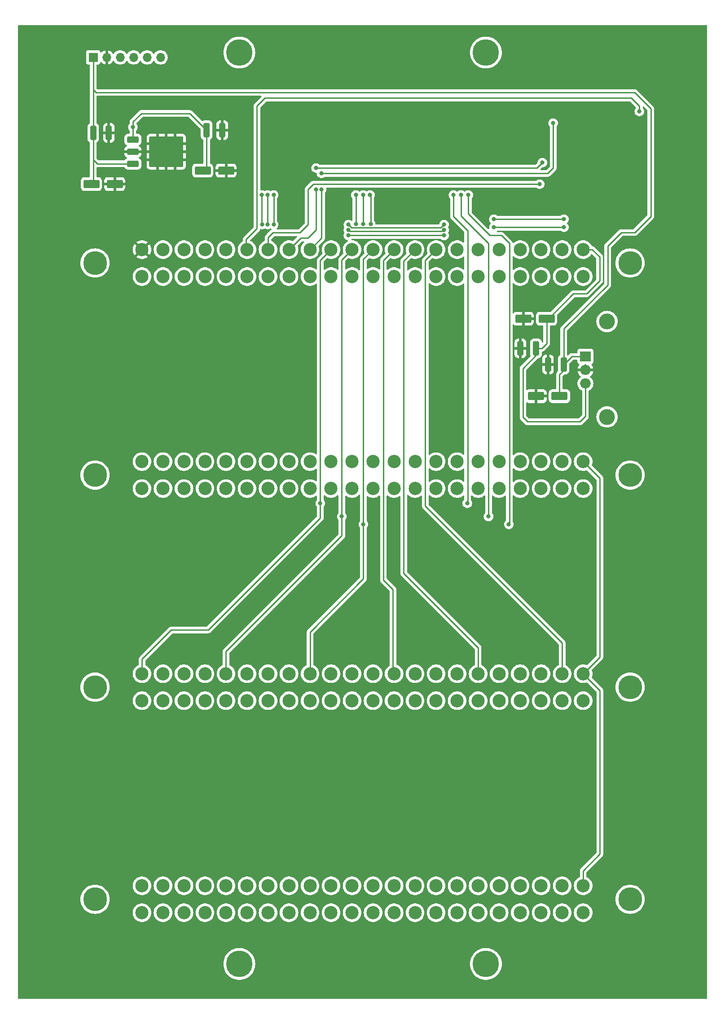
<source format=gbr>
%TF.GenerationSoftware,KiCad,Pcbnew,8.0.1*%
%TF.CreationDate,2024-03-28T18:07:39-06:00*%
%TF.ProjectId,rck,72636b2e-6b69-4636-9164-5f7063625858,rev?*%
%TF.SameCoordinates,PX22c24e4PYbb5f0a8*%
%TF.FileFunction,Copper,L2,Bot*%
%TF.FilePolarity,Positive*%
%FSLAX46Y46*%
G04 Gerber Fmt 4.6, Leading zero omitted, Abs format (unit mm)*
G04 Created by KiCad (PCBNEW 8.0.1) date 2024-03-28 18:07:39*
%MOMM*%
%LPD*%
G01*
G04 APERTURE LIST*
G04 Aperture macros list*
%AMRoundRect*
0 Rectangle with rounded corners*
0 $1 Rounding radius*
0 $2 $3 $4 $5 $6 $7 $8 $9 X,Y pos of 4 corners*
0 Add a 4 corners polygon primitive as box body*
4,1,4,$2,$3,$4,$5,$6,$7,$8,$9,$2,$3,0*
0 Add four circle primitives for the rounded corners*
1,1,$1+$1,$2,$3*
1,1,$1+$1,$4,$5*
1,1,$1+$1,$6,$7*
1,1,$1+$1,$8,$9*
0 Add four rect primitives between the rounded corners*
20,1,$1+$1,$2,$3,$4,$5,0*
20,1,$1+$1,$4,$5,$6,$7,0*
20,1,$1+$1,$6,$7,$8,$9,0*
20,1,$1+$1,$8,$9,$2,$3,0*%
G04 Aperture macros list end*
%TA.AperFunction,ComponentPad*%
%ADD10C,3.000000*%
%TD*%
%TA.AperFunction,ComponentPad*%
%ADD11C,4.500000*%
%TD*%
%TA.AperFunction,ComponentPad*%
%ADD12C,2.500000*%
%TD*%
%TA.AperFunction,ComponentPad*%
%ADD13R,2.000000X1.905000*%
%TD*%
%TA.AperFunction,ComponentPad*%
%ADD14O,2.000000X1.905000*%
%TD*%
%TA.AperFunction,ComponentPad*%
%ADD15R,1.700000X1.700000*%
%TD*%
%TA.AperFunction,ComponentPad*%
%ADD16O,1.700000X1.700000*%
%TD*%
%TA.AperFunction,SMDPad,CuDef*%
%ADD17RoundRect,0.250000X1.250000X0.550000X-1.250000X0.550000X-1.250000X-0.550000X1.250000X-0.550000X0*%
%TD*%
%TA.AperFunction,SMDPad,CuDef*%
%ADD18RoundRect,0.250000X-0.325000X-1.100000X0.325000X-1.100000X0.325000X1.100000X-0.325000X1.100000X0*%
%TD*%
%TA.AperFunction,SMDPad,CuDef*%
%ADD19RoundRect,0.250000X-1.250000X-0.550000X1.250000X-0.550000X1.250000X0.550000X-1.250000X0.550000X0*%
%TD*%
%TA.AperFunction,SMDPad,CuDef*%
%ADD20RoundRect,0.250000X-0.850000X-0.350000X0.850000X-0.350000X0.850000X0.350000X-0.850000X0.350000X0*%
%TD*%
%TA.AperFunction,SMDPad,CuDef*%
%ADD21RoundRect,0.250000X-1.275000X-1.125000X1.275000X-1.125000X1.275000X1.125000X-1.275000X1.125000X0*%
%TD*%
%TA.AperFunction,SMDPad,CuDef*%
%ADD22RoundRect,0.249997X-2.950003X-2.650003X2.950003X-2.650003X2.950003X2.650003X-2.950003X2.650003X0*%
%TD*%
%TA.AperFunction,SMDPad,CuDef*%
%ADD23RoundRect,0.250000X0.325000X1.100000X-0.325000X1.100000X-0.325000X-1.100000X0.325000X-1.100000X0*%
%TD*%
%TA.AperFunction,ViaPad*%
%ADD24C,5.000000*%
%TD*%
%TA.AperFunction,ViaPad*%
%ADD25C,0.800000*%
%TD*%
%TA.AperFunction,Conductor*%
%ADD26C,0.250000*%
%TD*%
G04 APERTURE END LIST*
D10*
%TO.P,REF\u002A\u002A,1*%
%TO.N,N/C*%
X111095000Y127773000D03*
X111095000Y109773000D03*
%TD*%
D11*
%TO.P,J04,*%
%TO.N,*%
X115450000Y18800000D03*
X14550000Y18800000D03*
D12*
%TO.P,J04,1a,Pin_1a*%
%TO.N,VCC*%
X106605000Y21340000D03*
%TO.P,J04,1b,Pin_1b*%
%TO.N,unconnected-(J04-Pin_1b-Pad1b)*%
X106605000Y16260000D03*
%TO.P,J04,2a,Pin_2a*%
%TO.N,Net-(J01-Pin_14a)*%
X102642620Y21340000D03*
%TO.P,J04,2b,Pin_2b*%
%TO.N,unconnected-(J04-Pin_2b-Pad2b)*%
X102642620Y16260000D03*
%TO.P,J04,3a,Pin_3a*%
%TO.N,unconnected-(J04-Pin_3a-Pad3a)*%
X98680240Y21340000D03*
%TO.P,J04,3b,Pin_3b*%
%TO.N,unconnected-(J04-Pin_3b-Pad3b)*%
X98680240Y16260000D03*
%TO.P,J04,4a,Pin_4a*%
%TO.N,unconnected-(J04-Pin_4a-Pad4a)*%
X94717860Y21340000D03*
%TO.P,J04,4b,Pin_4b*%
%TO.N,unconnected-(J04-Pin_4b-Pad4b)*%
X94717860Y16260000D03*
%TO.P,J04,5a,Pin_5a*%
%TO.N,unconnected-(J04-Pin_5a-Pad5a)*%
X90755480Y21340000D03*
%TO.P,J04,5b,Pin_5b*%
%TO.N,unconnected-(J04-Pin_5b-Pad5b)*%
X90755480Y16260000D03*
%TO.P,J04,6a,Pin_6a*%
%TO.N,Net-(J01-Pin_15a)*%
X86793100Y21340000D03*
%TO.P,J04,6b,Pin_6b*%
%TO.N,unconnected-(J04-Pin_6b-Pad6b)*%
X86793100Y16260000D03*
%TO.P,J04,7a,Pin_7a*%
%TO.N,unconnected-(J04-Pin_7a-Pad7a)*%
X82830720Y21340000D03*
%TO.P,J04,7b,Pin_7b*%
%TO.N,unconnected-(J04-Pin_7b-Pad7b)*%
X82830720Y16260000D03*
%TO.P,J04,8a,Pin_8a*%
%TO.N,unconnected-(J04-Pin_8a-Pad8a)*%
X78868340Y21340000D03*
%TO.P,J04,8b,Pin_8b*%
%TO.N,unconnected-(J04-Pin_8b-Pad8b)*%
X78868340Y16260000D03*
%TO.P,J04,9a,Pin_9a*%
%TO.N,unconnected-(J04-Pin_9a-Pad9a)*%
X74905960Y21340000D03*
%TO.P,J04,9b,Pin_9b*%
%TO.N,unconnected-(J04-Pin_9b-Pad9b)*%
X74905960Y16260000D03*
%TO.P,J04,10a,Pin_10a*%
%TO.N,Net-(J01-Pin_16a)*%
X70943580Y21340000D03*
%TO.P,J04,10b,Pin_10b*%
%TO.N,unconnected-(J04-Pin_10b-Pad10b)*%
X70943580Y16260000D03*
%TO.P,J04,11a,Pin_11a*%
%TO.N,unconnected-(J04-Pin_11a-Pad11a)*%
X66981200Y21340000D03*
%TO.P,J04,11b,Pin_11b*%
%TO.N,unconnected-(J04-Pin_11b-Pad11b)*%
X66981200Y16260000D03*
%TO.P,J04,12a,Pin_12a*%
%TO.N,unconnected-(J04-Pin_12a-Pad12a)*%
X63018820Y21340000D03*
%TO.P,J04,12b,Pin_12b*%
%TO.N,unconnected-(J04-Pin_12b-Pad12b)*%
X63018820Y16260000D03*
%TO.P,J04,13a,Pin_13a*%
%TO.N,unconnected-(J04-Pin_13a-Pad13a)*%
X59056440Y21340000D03*
%TO.P,J04,13b,Pin_13b*%
%TO.N,unconnected-(J04-Pin_13b-Pad13b)*%
X59056440Y16260000D03*
%TO.P,J04,14a,Pin_14a*%
%TO.N,Net-(J01-Pin_17a)*%
X55094060Y21340000D03*
%TO.P,J04,14b,Pin_14b*%
%TO.N,unconnected-(J04-Pin_14b-Pad14b)*%
X55094060Y16260000D03*
%TO.P,J04,15a,Pin_15a*%
%TO.N,unconnected-(J04-Pin_15a-Pad15a)*%
X51131680Y21340000D03*
%TO.P,J04,15b,Pin_15b*%
%TO.N,unconnected-(J04-Pin_15b-Pad15b)*%
X51131680Y16260000D03*
%TO.P,J04,16a,Pin_16a*%
%TO.N,unconnected-(J04-Pin_16a-Pad16a)*%
X47169300Y21340000D03*
%TO.P,J04,16b,Pin_16b*%
%TO.N,unconnected-(J04-Pin_16b-Pad16b)*%
X47169300Y16260000D03*
%TO.P,J04,17a,Pin_17a*%
%TO.N,unconnected-(J04-Pin_17a-Pad17a)*%
X43206920Y21340000D03*
%TO.P,J04,17b,Pin_17b*%
%TO.N,unconnected-(J04-Pin_17b-Pad17b)*%
X43206920Y16260000D03*
%TO.P,J04,18a,Pin_18a*%
%TO.N,Net-(J01-Pin_18a)*%
X39244540Y21340000D03*
%TO.P,J04,18b,Pin_18b*%
%TO.N,unconnected-(J04-Pin_18b-Pad18b)*%
X39244540Y16260000D03*
%TO.P,J04,19a,Pin_19a*%
%TO.N,unconnected-(J04-Pin_19a-Pad19a)*%
X35282160Y21340000D03*
%TO.P,J04,19b,Pin_19b*%
%TO.N,unconnected-(J04-Pin_19b-Pad19b)*%
X35282160Y16260000D03*
%TO.P,J04,20a,Pin_20a*%
%TO.N,unconnected-(J04-Pin_20a-Pad20a)*%
X31319780Y21340000D03*
%TO.P,J04,20b,Pin_20b*%
%TO.N,unconnected-(J04-Pin_20b-Pad20b)*%
X31319780Y16260000D03*
%TO.P,J04,21a,Pin_21a*%
%TO.N,unconnected-(J04-Pin_21a-Pad21a)*%
X27357400Y21340000D03*
%TO.P,J04,21b,Pin_21b*%
%TO.N,unconnected-(J04-Pin_21b-Pad21b)*%
X27357400Y16260000D03*
%TO.P,J04,22a,Pin_22a*%
%TO.N,Net-(J01-Pin_19a)*%
X23395000Y21340000D03*
%TO.P,J04,22b,Pin_22b*%
%TO.N,unconnected-(J04-Pin_22b-Pad22b)*%
X23395000Y16260000D03*
%TD*%
D13*
%TO.P,VR2,1,Vin*%
%TO.N,+12V*%
X107031000Y121180000D03*
D14*
%TO.P,VR2,2,GND*%
%TO.N,GND*%
X107031000Y118640000D03*
%TO.P,VR2,3,Vout*%
%TO.N,+5V*%
X107031000Y116100000D03*
%TD*%
D11*
%TO.P,J02,*%
%TO.N,*%
X115450000Y98800000D03*
X14550000Y98800000D03*
D12*
%TO.P,J02,1a,Pin_1a*%
%TO.N,VCC*%
X106605000Y101340000D03*
%TO.P,J02,1b,Pin_1b*%
%TO.N,unconnected-(J02-Pin_1b-Pad1b)*%
X106605000Y96260000D03*
%TO.P,J02,2a,Pin_2a*%
%TO.N,Net-(J01-Pin_2a)*%
X102642620Y101340000D03*
%TO.P,J02,2b,Pin_2b*%
%TO.N,unconnected-(J02-Pin_2b-Pad2b)*%
X102642620Y96260000D03*
%TO.P,J02,3a,Pin_3a*%
%TO.N,unconnected-(J02-Pin_3a-Pad3a)*%
X98680240Y101340000D03*
%TO.P,J02,3b,Pin_3b*%
%TO.N,unconnected-(J02-Pin_3b-Pad3b)*%
X98680240Y96260000D03*
%TO.P,J02,4a,Pin_4a*%
%TO.N,unconnected-(J02-Pin_4a-Pad4a)*%
X94717860Y101340000D03*
%TO.P,J02,4b,Pin_4b*%
%TO.N,unconnected-(J02-Pin_4b-Pad4b)*%
X94717860Y96260000D03*
%TO.P,J02,5a,Pin_5a*%
%TO.N,unconnected-(J02-Pin_5a-Pad5a)*%
X90755480Y101340000D03*
%TO.P,J02,5b,Pin_5b*%
%TO.N,unconnected-(J02-Pin_5b-Pad5b)*%
X90755480Y96260000D03*
%TO.P,J02,6a,Pin_6a*%
%TO.N,Net-(J01-Pin_3a)*%
X86793100Y101340000D03*
%TO.P,J02,6b,Pin_6b*%
%TO.N,unconnected-(J02-Pin_6b-Pad6b)*%
X86793100Y96260000D03*
%TO.P,J02,7a,Pin_7a*%
%TO.N,unconnected-(J02-Pin_7a-Pad7a)*%
X82830720Y101340000D03*
%TO.P,J02,7b,Pin_7b*%
%TO.N,unconnected-(J02-Pin_7b-Pad7b)*%
X82830720Y96260000D03*
%TO.P,J02,8a,Pin_8a*%
%TO.N,unconnected-(J02-Pin_8a-Pad8a)*%
X78868340Y101340000D03*
%TO.P,J02,8b,Pin_8b*%
%TO.N,unconnected-(J02-Pin_8b-Pad8b)*%
X78868340Y96260000D03*
%TO.P,J02,9a,Pin_9a*%
%TO.N,unconnected-(J02-Pin_9a-Pad9a)*%
X74905960Y101340000D03*
%TO.P,J02,9b,Pin_9b*%
%TO.N,unconnected-(J02-Pin_9b-Pad9b)*%
X74905960Y96260000D03*
%TO.P,J02,10a,Pin_10a*%
%TO.N,Net-(J01-Pin_4a)*%
X70943580Y101340000D03*
%TO.P,J02,10b,Pin_10b*%
%TO.N,unconnected-(J02-Pin_10b-Pad10b)*%
X70943580Y96260000D03*
%TO.P,J02,11a,Pin_11a*%
%TO.N,unconnected-(J02-Pin_11a-Pad11a)*%
X66981200Y101340000D03*
%TO.P,J02,11b,Pin_11b*%
%TO.N,unconnected-(J02-Pin_11b-Pad11b)*%
X66981200Y96260000D03*
%TO.P,J02,12a,Pin_12a*%
%TO.N,unconnected-(J02-Pin_12a-Pad12a)*%
X63018820Y101340000D03*
%TO.P,J02,12b,Pin_12b*%
%TO.N,unconnected-(J02-Pin_12b-Pad12b)*%
X63018820Y96260000D03*
%TO.P,J02,13a,Pin_13a*%
%TO.N,unconnected-(J02-Pin_13a-Pad13a)*%
X59056440Y101340000D03*
%TO.P,J02,13b,Pin_13b*%
%TO.N,unconnected-(J02-Pin_13b-Pad13b)*%
X59056440Y96260000D03*
%TO.P,J02,14a,Pin_14a*%
%TO.N,Net-(J01-Pin_5a)*%
X55094060Y101340000D03*
%TO.P,J02,14b,Pin_14b*%
%TO.N,unconnected-(J02-Pin_14b-Pad14b)*%
X55094060Y96260000D03*
%TO.P,J02,15a,Pin_15a*%
%TO.N,unconnected-(J02-Pin_15a-Pad15a)*%
X51131680Y101340000D03*
%TO.P,J02,15b,Pin_15b*%
%TO.N,unconnected-(J02-Pin_15b-Pad15b)*%
X51131680Y96260000D03*
%TO.P,J02,16a,Pin_16a*%
%TO.N,unconnected-(J02-Pin_16a-Pad16a)*%
X47169300Y101340000D03*
%TO.P,J02,16b,Pin_16b*%
%TO.N,unconnected-(J02-Pin_16b-Pad16b)*%
X47169300Y96260000D03*
%TO.P,J02,17a,Pin_17a*%
%TO.N,unconnected-(J02-Pin_17a-Pad17a)*%
X43206920Y101340000D03*
%TO.P,J02,17b,Pin_17b*%
%TO.N,unconnected-(J02-Pin_17b-Pad17b)*%
X43206920Y96260000D03*
%TO.P,J02,18a,Pin_18a*%
%TO.N,Net-(J01-Pin_6a)*%
X39244540Y101340000D03*
%TO.P,J02,18b,Pin_18b*%
%TO.N,unconnected-(J02-Pin_18b-Pad18b)*%
X39244540Y96260000D03*
%TO.P,J02,19a,Pin_19a*%
%TO.N,unconnected-(J02-Pin_19a-Pad19a)*%
X35282160Y101340000D03*
%TO.P,J02,19b,Pin_19b*%
%TO.N,unconnected-(J02-Pin_19b-Pad19b)*%
X35282160Y96260000D03*
%TO.P,J02,20a,Pin_20a*%
%TO.N,unconnected-(J02-Pin_20a-Pad20a)*%
X31319780Y101340000D03*
%TO.P,J02,20b,Pin_20b*%
%TO.N,unconnected-(J02-Pin_20b-Pad20b)*%
X31319780Y96260000D03*
%TO.P,J02,21a,Pin_21a*%
%TO.N,unconnected-(J02-Pin_21a-Pad21a)*%
X27357400Y101340000D03*
%TO.P,J02,21b,Pin_21b*%
%TO.N,unconnected-(J02-Pin_21b-Pad21b)*%
X27357400Y96260000D03*
%TO.P,J02,22a,Pin_22a*%
%TO.N,Net-(J01-Pin_7a)*%
X23395000Y101340000D03*
%TO.P,J02,22b,Pin_22b*%
%TO.N,unconnected-(J02-Pin_22b-Pad22b)*%
X23395000Y96260000D03*
%TD*%
D11*
%TO.P,J01,*%
%TO.N,*%
X115450000Y138800000D03*
X14550000Y138800000D03*
D12*
%TO.P,J01,1a,Pin_1a*%
%TO.N,+5V*%
X106605000Y141340000D03*
%TO.P,J01,1b,Pin_1b*%
%TO.N,unconnected-(J01-Pin_1b-Pad1b)*%
X106605000Y136260000D03*
%TO.P,J01,2a,Pin_2a*%
%TO.N,Net-(J01-Pin_2a)*%
X102642620Y141340000D03*
%TO.P,J01,2b,Pin_2b*%
%TO.N,unconnected-(J01-Pin_2b-Pad2b)*%
X102642620Y136260000D03*
%TO.P,J01,3a,Pin_3a*%
%TO.N,Net-(J01-Pin_3a)*%
X98680240Y141340000D03*
%TO.P,J01,3b,Pin_3b*%
%TO.N,unconnected-(J01-Pin_3b-Pad3b)*%
X98680240Y136260000D03*
%TO.P,J01,4a,Pin_4a*%
%TO.N,Net-(J01-Pin_4a)*%
X94717860Y141340000D03*
%TO.P,J01,4b,Pin_4b*%
%TO.N,unconnected-(J01-Pin_4b-Pad4b)*%
X94717860Y136260000D03*
%TO.P,J01,5a,Pin_5a*%
%TO.N,Net-(J01-Pin_5a)*%
X90755480Y141340000D03*
%TO.P,J01,5b,Pin_5b*%
%TO.N,unconnected-(J01-Pin_5b-Pad5b)*%
X90755480Y136260000D03*
%TO.P,J01,6a,Pin_6a*%
%TO.N,Net-(J01-Pin_6a)*%
X86793100Y141340000D03*
%TO.P,J01,6b,Pin_6b*%
%TO.N,unconnected-(J01-Pin_6b-Pad6b)*%
X86793100Y136260000D03*
%TO.P,J01,7a,Pin_7a*%
%TO.N,Net-(J01-Pin_7a)*%
X82830720Y141340000D03*
%TO.P,J01,7b,Pin_7b*%
%TO.N,unconnected-(J01-Pin_7b-Pad7b)*%
X82830720Y136260000D03*
%TO.P,J01,8a,Pin_8a*%
%TO.N,Net-(J01-Pin_8a)*%
X78868340Y141340000D03*
%TO.P,J01,8b,Pin_8b*%
%TO.N,unconnected-(J01-Pin_8b-Pad8b)*%
X78868340Y136260000D03*
%TO.P,J01,9a,Pin_9a*%
%TO.N,Net-(J01-Pin_9a)*%
X74905960Y141340000D03*
%TO.P,J01,9b,Pin_9b*%
%TO.N,unconnected-(J01-Pin_9b-Pad9b)*%
X74905960Y136260000D03*
%TO.P,J01,10a,Pin_10a*%
%TO.N,Net-(J01-Pin_10a)*%
X70943580Y141340000D03*
%TO.P,J01,10b,Pin_10b*%
%TO.N,unconnected-(J01-Pin_10b-Pad10b)*%
X70943580Y136260000D03*
%TO.P,J01,11a,Pin_11a*%
%TO.N,Net-(J01-Pin_11a)*%
X66981200Y141340000D03*
%TO.P,J01,11b,Pin_11b*%
%TO.N,unconnected-(J01-Pin_11b-Pad11b)*%
X66981200Y136260000D03*
%TO.P,J01,12a,Pin_12a*%
%TO.N,Net-(J01-Pin_12a)*%
X63018820Y141340000D03*
%TO.P,J01,12b,Pin_12b*%
%TO.N,unconnected-(J01-Pin_12b-Pad12b)*%
X63018820Y136260000D03*
%TO.P,J01,13a,Pin_13a*%
%TO.N,Net-(J01-Pin_13a)*%
X59056440Y141340000D03*
%TO.P,J01,13b,Pin_13b*%
%TO.N,unconnected-(J01-Pin_13b-Pad13b)*%
X59056440Y136260000D03*
%TO.P,J01,14a,Pin_14a*%
%TO.N,Net-(J01-Pin_14a)*%
X55094060Y141340000D03*
%TO.P,J01,14b,Pin_14b*%
%TO.N,unconnected-(J01-Pin_14b-Pad14b)*%
X55094060Y136260000D03*
%TO.P,J01,15a,Pin_15a*%
%TO.N,Net-(J01-Pin_15a)*%
X51131680Y141340000D03*
%TO.P,J01,15b,Pin_15b*%
%TO.N,unconnected-(J01-Pin_15b-Pad15b)*%
X51131680Y136260000D03*
%TO.P,J01,16a,Pin_16a*%
%TO.N,Net-(J01-Pin_16a)*%
X47169300Y141340000D03*
%TO.P,J01,16b,Pin_16b*%
%TO.N,unconnected-(J01-Pin_16b-Pad16b)*%
X47169300Y136260000D03*
%TO.P,J01,17a,Pin_17a*%
%TO.N,Net-(J01-Pin_17a)*%
X43206920Y141340000D03*
%TO.P,J01,17b,Pin_17b*%
%TO.N,unconnected-(J01-Pin_17b-Pad17b)*%
X43206920Y136260000D03*
%TO.P,J01,18a,Pin_18a*%
%TO.N,Net-(J01-Pin_18a)*%
X39244540Y141340000D03*
%TO.P,J01,18b,Pin_18b*%
%TO.N,unconnected-(J01-Pin_18b-Pad18b)*%
X39244540Y136260000D03*
%TO.P,J01,19a,Pin_19a*%
%TO.N,Net-(J01-Pin_19a)*%
X35282160Y141340000D03*
%TO.P,J01,19b,Pin_19b*%
%TO.N,unconnected-(J01-Pin_19b-Pad19b)*%
X35282160Y136260000D03*
%TO.P,J01,20a,Pin_20a*%
%TO.N,unconnected-(J01-Pin_20a-Pad20a)*%
X31319780Y141340000D03*
%TO.P,J01,20b,Pin_20b*%
%TO.N,unconnected-(J01-Pin_20b-Pad20b)*%
X31319780Y136260000D03*
%TO.P,J01,21a,Pin_21a*%
%TO.N,unconnected-(J01-Pin_21a-Pad21a)*%
X27357400Y141340000D03*
%TO.P,J01,21b,Pin_21b*%
%TO.N,unconnected-(J01-Pin_21b-Pad21b)*%
X27357400Y136260000D03*
%TO.P,J01,22a,Pin_22a*%
%TO.N,GND*%
X23395000Y141340000D03*
%TO.P,J01,22b,Pin_22b*%
%TO.N,unconnected-(J01-Pin_22b-Pad22b)*%
X23395000Y136260000D03*
%TD*%
D15*
%TO.P,J6,1,Pin_1*%
%TO.N,+12V*%
X14194000Y177593000D03*
D16*
%TO.P,J6,2,Pin_2*%
%TO.N,GND*%
X16734000Y177593000D03*
%TO.P,J6,3,Pin_3*%
%TO.N,unconnected-(J6-Pin_3-Pad3)*%
X19274000Y177593000D03*
%TO.P,J6,4,Pin_4*%
%TO.N,unconnected-(J6-Pin_4-Pad4)*%
X21814000Y177593000D03*
%TO.P,J6,5,Pin_5*%
%TO.N,unconnected-(J6-Pin_5-Pad5)*%
X24354000Y177593000D03*
%TO.P,J6,6,Pin_6*%
%TO.N,unconnected-(J6-Pin_6-Pad6)*%
X26894000Y177593000D03*
%TD*%
D11*
%TO.P,J03,*%
%TO.N,*%
X115450000Y58800000D03*
X14550000Y58800000D03*
D12*
%TO.P,J03,1a,Pin_1a*%
%TO.N,VCC*%
X106605000Y61340000D03*
%TO.P,J03,1b,Pin_1b*%
%TO.N,unconnected-(J03-Pin_1b-Pad1b)*%
X106605000Y56260000D03*
%TO.P,J03,2a,Pin_2a*%
%TO.N,Net-(J01-Pin_8a)*%
X102642620Y61340000D03*
%TO.P,J03,2b,Pin_2b*%
%TO.N,unconnected-(J03-Pin_2b-Pad2b)*%
X102642620Y56260000D03*
%TO.P,J03,3a,Pin_3a*%
%TO.N,unconnected-(J03-Pin_3a-Pad3a)*%
X98680240Y61340000D03*
%TO.P,J03,3b,Pin_3b*%
%TO.N,unconnected-(J03-Pin_3b-Pad3b)*%
X98680240Y56260000D03*
%TO.P,J03,4a,Pin_4a*%
%TO.N,unconnected-(J03-Pin_4a-Pad4a)*%
X94717860Y61340000D03*
%TO.P,J03,4b,Pin_4b*%
%TO.N,unconnected-(J03-Pin_4b-Pad4b)*%
X94717860Y56260000D03*
%TO.P,J03,5a,Pin_5a*%
%TO.N,unconnected-(J03-Pin_5a-Pad5a)*%
X90755480Y61340000D03*
%TO.P,J03,5b,Pin_5b*%
%TO.N,unconnected-(J03-Pin_5b-Pad5b)*%
X90755480Y56260000D03*
%TO.P,J03,6a,Pin_6a*%
%TO.N,Net-(J01-Pin_9a)*%
X86793100Y61340000D03*
%TO.P,J03,6b,Pin_6b*%
%TO.N,unconnected-(J03-Pin_6b-Pad6b)*%
X86793100Y56260000D03*
%TO.P,J03,7a,Pin_7a*%
%TO.N,unconnected-(J03-Pin_7a-Pad7a)*%
X82830720Y61340000D03*
%TO.P,J03,7b,Pin_7b*%
%TO.N,unconnected-(J03-Pin_7b-Pad7b)*%
X82830720Y56260000D03*
%TO.P,J03,8a,Pin_8a*%
%TO.N,unconnected-(J03-Pin_8a-Pad8a)*%
X78868340Y61340000D03*
%TO.P,J03,8b,Pin_8b*%
%TO.N,unconnected-(J03-Pin_8b-Pad8b)*%
X78868340Y56260000D03*
%TO.P,J03,9a,Pin_9a*%
%TO.N,unconnected-(J03-Pin_9a-Pad9a)*%
X74905960Y61340000D03*
%TO.P,J03,9b,Pin_9b*%
%TO.N,unconnected-(J03-Pin_9b-Pad9b)*%
X74905960Y56260000D03*
%TO.P,J03,10a,Pin_10a*%
%TO.N,Net-(J01-Pin_10a)*%
X70943580Y61340000D03*
%TO.P,J03,10b,Pin_10b*%
%TO.N,unconnected-(J03-Pin_10b-Pad10b)*%
X70943580Y56260000D03*
%TO.P,J03,11a,Pin_11a*%
%TO.N,unconnected-(J03-Pin_11a-Pad11a)*%
X66981200Y61340000D03*
%TO.P,J03,11b,Pin_11b*%
%TO.N,unconnected-(J03-Pin_11b-Pad11b)*%
X66981200Y56260000D03*
%TO.P,J03,12a,Pin_12a*%
%TO.N,unconnected-(J03-Pin_12a-Pad12a)*%
X63018820Y61340000D03*
%TO.P,J03,12b,Pin_12b*%
%TO.N,unconnected-(J03-Pin_12b-Pad12b)*%
X63018820Y56260000D03*
%TO.P,J03,13a,Pin_13a*%
%TO.N,unconnected-(J03-Pin_13a-Pad13a)*%
X59056440Y61340000D03*
%TO.P,J03,13b,Pin_13b*%
%TO.N,unconnected-(J03-Pin_13b-Pad13b)*%
X59056440Y56260000D03*
%TO.P,J03,14a,Pin_14a*%
%TO.N,Net-(J01-Pin_11a)*%
X55094060Y61340000D03*
%TO.P,J03,14b,Pin_14b*%
%TO.N,unconnected-(J03-Pin_14b-Pad14b)*%
X55094060Y56260000D03*
%TO.P,J03,15a,Pin_15a*%
%TO.N,unconnected-(J03-Pin_15a-Pad15a)*%
X51131680Y61340000D03*
%TO.P,J03,15b,Pin_15b*%
%TO.N,unconnected-(J03-Pin_15b-Pad15b)*%
X51131680Y56260000D03*
%TO.P,J03,16a,Pin_16a*%
%TO.N,unconnected-(J03-Pin_16a-Pad16a)*%
X47169300Y61340000D03*
%TO.P,J03,16b,Pin_16b*%
%TO.N,unconnected-(J03-Pin_16b-Pad16b)*%
X47169300Y56260000D03*
%TO.P,J03,17a,Pin_17a*%
%TO.N,unconnected-(J03-Pin_17a-Pad17a)*%
X43206920Y61340000D03*
%TO.P,J03,17b,Pin_17b*%
%TO.N,unconnected-(J03-Pin_17b-Pad17b)*%
X43206920Y56260000D03*
%TO.P,J03,18a,Pin_18a*%
%TO.N,Net-(J01-Pin_12a)*%
X39244540Y61340000D03*
%TO.P,J03,18b,Pin_18b*%
%TO.N,unconnected-(J03-Pin_18b-Pad18b)*%
X39244540Y56260000D03*
%TO.P,J03,19a,Pin_19a*%
%TO.N,unconnected-(J03-Pin_19a-Pad19a)*%
X35282160Y61340000D03*
%TO.P,J03,19b,Pin_19b*%
%TO.N,unconnected-(J03-Pin_19b-Pad19b)*%
X35282160Y56260000D03*
%TO.P,J03,20a,Pin_20a*%
%TO.N,unconnected-(J03-Pin_20a-Pad20a)*%
X31319780Y61340000D03*
%TO.P,J03,20b,Pin_20b*%
%TO.N,unconnected-(J03-Pin_20b-Pad20b)*%
X31319780Y56260000D03*
%TO.P,J03,21a,Pin_21a*%
%TO.N,unconnected-(J03-Pin_21a-Pad21a)*%
X27357400Y61340000D03*
%TO.P,J03,21b,Pin_21b*%
%TO.N,unconnected-(J03-Pin_21b-Pad21b)*%
X27357400Y56260000D03*
%TO.P,J03,22a,Pin_22a*%
%TO.N,Net-(J01-Pin_13a)*%
X23395000Y61340000D03*
%TO.P,J03,22b,Pin_22b*%
%TO.N,unconnected-(J03-Pin_22b-Pad22b)*%
X23395000Y56260000D03*
%TD*%
D17*
%TO.P,C5,1,1*%
%TO.N,+12V*%
X102119000Y113687000D03*
%TO.P,C5,2,2*%
%TO.N,GND*%
X97719000Y113687000D03*
%TD*%
D18*
%TO.P,C6,1,1*%
%TO.N,GND*%
X99968000Y119656000D03*
%TO.P,C6,2,2*%
%TO.N,+12V*%
X102918000Y119656000D03*
%TD*%
D17*
%TO.P,C7,1,1*%
%TO.N,+5V*%
X99706000Y128292000D03*
%TO.P,C7,2,2*%
%TO.N,GND*%
X95306000Y128292000D03*
%TD*%
D19*
%TO.P,C3,1,1*%
%TO.N,VCC*%
X34854000Y156232000D03*
%TO.P,C3,2,2*%
%TO.N,GND*%
X39254000Y156232000D03*
%TD*%
D18*
%TO.P,C8,1,1*%
%TO.N,GND*%
X94761000Y122704000D03*
%TO.P,C8,2,2*%
%TO.N,+5V*%
X97711000Y122704000D03*
%TD*%
D20*
%TO.P,VR1,1,Vin*%
%TO.N,+12V*%
X21678000Y157508000D03*
%TO.P,VR1,2,GND*%
%TO.N,GND*%
X21678000Y159788000D03*
D21*
X26303000Y161313000D03*
X26303000Y158263000D03*
D22*
X27978000Y159788000D03*
D21*
X29653000Y161313000D03*
X29653000Y158263000D03*
D20*
%TO.P,VR1,3,Vout*%
%TO.N,VCC*%
X21678000Y162068000D03*
%TD*%
D23*
%TO.P,C2,1,1*%
%TO.N,GND*%
X17144000Y163344000D03*
%TO.P,C2,2,2*%
%TO.N,+12V*%
X14194000Y163344000D03*
%TD*%
%TO.P,C4,1,1*%
%TO.N,GND*%
X38529000Y163852000D03*
%TO.P,C4,2,2*%
%TO.N,VCC*%
X35579000Y163852000D03*
%TD*%
D19*
%TO.P,C1,1,1*%
%TO.N,+12V*%
X13858000Y153692000D03*
%TO.P,C1,2,2*%
%TO.N,GND*%
X18258000Y153692000D03*
%TD*%
D24*
%TO.N,*%
X41750000Y178500000D03*
X88250000Y178500000D03*
X88250000Y6608000D03*
X41750000Y6608000D03*
D25*
%TO.N,VCC*%
X21678000Y164428000D03*
%TO.N,Net-(J01-Pin_5a)*%
X80366860Y146049000D03*
X62332860Y146049000D03*
X48235860Y146049000D03*
X48235860Y151637000D03*
%TO.N,Net-(J01-Pin_6a)*%
X47092860Y151637000D03*
X62332860Y145023694D03*
X47092860Y146049000D03*
X80366860Y145023694D03*
%TO.N,Net-(J01-Pin_7a)*%
X80367284Y143998357D03*
X45949860Y151637000D03*
X62332436Y143998357D03*
X46076860Y146049000D03*
%TO.N,Net-(J01-Pin_8a)*%
X66396860Y151637000D03*
X66523860Y146176000D03*
%TO.N,Net-(J01-Pin_9a)*%
X65126860Y146176000D03*
X65126860Y151637000D03*
%TO.N,Net-(J01-Pin_10a)*%
X63729860Y151637000D03*
X63729860Y146176000D03*
%TO.N,Net-(J01-Pin_11a)*%
X92584540Y89500000D03*
X84938860Y151637000D03*
X65152540Y89500000D03*
%TO.N,Net-(J01-Pin_12a)*%
X83541860Y151637000D03*
X88750000Y91000000D03*
X61088540Y91000000D03*
%TO.N,Net-(J01-Pin_13a)*%
X57024540Y93476000D03*
X84750000Y93476000D03*
X82144860Y151637000D03*
%TO.N,Net-(J01-Pin_14a)*%
X57252860Y152653000D03*
X57252860Y155701000D03*
X100940860Y165190860D03*
%TO.N,Net-(J01-Pin_15a)*%
X98908860Y157733000D03*
X56236860Y156717000D03*
X56236860Y152653000D03*
%TO.N,Net-(J01-Pin_16a)*%
X98400860Y153669000D03*
%TO.N,Net-(J01-Pin_17a)*%
X117196860Y167385000D03*
%TO.N,Net-(J01-Pin_18a)*%
X89769513Y145545653D03*
X102972860Y145541000D03*
%TO.N,Net-(J01-Pin_19a)*%
X102972860Y147065000D03*
X89764860Y147065000D03*
%TD*%
D26*
%TO.N,+5V*%
X107031000Y116100000D02*
X107031000Y109877000D01*
X107031000Y109877000D02*
X106015000Y108861000D01*
X106015000Y108861000D02*
X96109000Y108861000D01*
X96109000Y108861000D02*
X95250000Y109720000D01*
X95250000Y109720000D02*
X95250000Y118924000D01*
X97725000Y121399000D02*
X97725000Y122000000D01*
X95250000Y118924000D02*
X97725000Y121399000D01*
X99706000Y128292000D02*
X99706000Y123634000D01*
X99706000Y123634000D02*
X98776000Y122704000D01*
X98776000Y122704000D02*
X97711000Y122704000D01*
%TO.N,+12V*%
X107031000Y121180000D02*
X104442000Y121180000D01*
X104442000Y121180000D02*
X102918000Y119656000D01*
X102918000Y119656000D02*
X102918000Y118562000D01*
X102918000Y118562000D02*
X102119000Y117763000D01*
X102119000Y117763000D02*
X102119000Y113687000D01*
X111222000Y134642000D02*
X103157500Y126577500D01*
X102918000Y119656000D02*
X102918000Y126338000D01*
X102918000Y126338000D02*
X103157500Y126577500D01*
%TO.N,GND*%
X106777000Y119402000D02*
X107031000Y119656000D01*
%TO.N,+12V*%
X102537000Y119402000D02*
X102537000Y118972000D01*
X111232000Y142018000D02*
X111232000Y136345604D01*
X111232000Y136345604D02*
X111222000Y136335604D01*
X111222000Y136335604D02*
X111222000Y134642000D01*
%TO.N,VCC*%
X23250000Y167000000D02*
X32431000Y167000000D01*
X106605000Y101340000D02*
X109750000Y98195000D01*
X35579000Y156957000D02*
X34854000Y156232000D01*
X106605000Y61340000D02*
X109750000Y58195000D01*
X32431000Y167000000D02*
X35579000Y163852000D01*
X109750000Y64485000D02*
X106605000Y61340000D01*
X21678000Y165428000D02*
X23250000Y167000000D01*
X21678000Y164428000D02*
X21678000Y162068000D01*
X109750000Y98195000D02*
X109750000Y64485000D01*
X35579000Y163852000D02*
X35579000Y156957000D01*
X106605000Y24184460D02*
X106605000Y21340000D01*
X21678000Y164428000D02*
X21678000Y165428000D01*
X109750000Y27329460D02*
X106605000Y24184460D01*
X109750000Y58195000D02*
X109750000Y27329460D01*
%TO.N,Net-(J01-Pin_5a)*%
X80366860Y146049000D02*
X79768860Y145451000D01*
X62930860Y145451000D02*
X62332860Y146049000D01*
X48235860Y151637000D02*
X48235860Y146049000D01*
X79768860Y145451000D02*
X62930860Y145451000D01*
%TO.N,Net-(J01-Pin_6a)*%
X80145166Y144802000D02*
X62554554Y144802000D01*
X80366860Y145023694D02*
X80145166Y144802000D01*
X47092860Y151637000D02*
X47092860Y146049000D01*
X62554554Y144802000D02*
X62332860Y145023694D01*
%TO.N,Net-(J01-Pin_7a)*%
X45949860Y151637000D02*
X45949860Y146176000D01*
X80367284Y143998357D02*
X80348641Y144017000D01*
X62351079Y144017000D02*
X62332436Y143998357D01*
X80348641Y144017000D02*
X62351079Y144017000D01*
X45949860Y146176000D02*
X46076860Y146049000D01*
%TO.N,Net-(J01-Pin_8a)*%
X78868340Y141340000D02*
X76836540Y139308200D01*
X76836540Y92968000D02*
X102642620Y67161920D01*
X66396860Y151637000D02*
X66523860Y151510000D01*
X76836540Y139308200D02*
X76836540Y92968000D01*
X102642620Y67161920D02*
X102642620Y61340000D01*
X66523860Y151510000D02*
X66523860Y146176000D01*
%TO.N,Net-(J01-Pin_9a)*%
X65126860Y151637000D02*
X65126860Y146176000D01*
X72772540Y139206580D02*
X72772540Y80268000D01*
X72772540Y80268000D02*
X86793100Y66247440D01*
X86793100Y66247440D02*
X86793100Y61340000D01*
X74905960Y141340000D02*
X72772540Y139206580D01*
%TO.N,Net-(J01-Pin_10a)*%
X70740540Y61543040D02*
X70943580Y61340000D01*
X68931000Y139327420D02*
X68931000Y79029540D01*
X70740540Y77220000D02*
X70740540Y61543040D01*
X68931000Y79029540D02*
X70740540Y77220000D01*
X70943580Y141340000D02*
X68931000Y139327420D01*
X63729860Y151637000D02*
X63729860Y146176000D01*
%TO.N,Net-(J01-Pin_11a)*%
X89002860Y144017000D02*
X91161860Y144017000D01*
X92685860Y89601320D02*
X92584540Y89500000D01*
X65152540Y139511340D02*
X65152540Y79252000D01*
X65152540Y79252000D02*
X55094060Y69193520D01*
X66981200Y141340000D02*
X65152540Y139511340D01*
X92685860Y142493000D02*
X92685860Y89601320D01*
X55094060Y69193520D02*
X55094060Y61340000D01*
X84938860Y148081000D02*
X89002860Y144017000D01*
X84938860Y151637000D02*
X84938860Y148081000D01*
X91161860Y144017000D02*
X92685860Y142493000D01*
%TO.N,Net-(J01-Pin_12a)*%
X83541860Y147700000D02*
X88748860Y142493000D01*
X63018820Y141340000D02*
X61088540Y139409720D01*
X83541860Y151637000D02*
X83541860Y147700000D01*
X61088540Y139409720D02*
X61088540Y87380000D01*
X88748860Y91001140D02*
X88750000Y91000000D01*
X39244540Y65536000D02*
X39244540Y61340000D01*
X88748860Y142493000D02*
X88748860Y91001140D01*
X61088540Y87380000D02*
X39244540Y65536000D01*
%TO.N,Net-(J01-Pin_13a)*%
X35893000Y69600000D02*
X28908000Y69600000D01*
X82144860Y147573000D02*
X82144860Y151637000D01*
X84811860Y144906000D02*
X82144860Y147573000D01*
X84964540Y93476000D02*
X84811860Y93628680D01*
X84811860Y93628680D02*
X84811860Y144906000D01*
X57024540Y93476000D02*
X57024540Y90731540D01*
X57024540Y90731540D02*
X35893000Y69600000D01*
X57024540Y139308100D02*
X59056440Y141340000D01*
X57024540Y93476000D02*
X57024540Y139308100D01*
X28908000Y69600000D02*
X23395000Y64087000D01*
X23395000Y64087000D02*
X23395000Y61340000D01*
%TO.N,Net-(J01-Pin_14a)*%
X100940860Y165190860D02*
X100940860Y161797000D01*
X57252860Y143498800D02*
X55094060Y141340000D01*
X57252860Y155701000D02*
X99924860Y155701000D01*
X100940860Y161797000D02*
X100940860Y161855000D01*
X57252860Y152653000D02*
X57252860Y143498800D01*
X99924860Y155701000D02*
X100940860Y156717000D01*
X100940860Y156717000D02*
X100940860Y161797000D01*
%TO.N,Net-(J01-Pin_15a)*%
X54712860Y143509000D02*
X56236860Y145033000D01*
X51148256Y141340000D02*
X53317256Y143509000D01*
X56236860Y145033000D02*
X56236860Y152653000D01*
X56236860Y156717000D02*
X97892860Y156717000D01*
X53317256Y143509000D02*
X54712860Y143509000D01*
X51131680Y141340000D02*
X51148256Y141340000D01*
X97892860Y156717000D02*
X98908860Y157733000D01*
%TO.N,Net-(J01-Pin_16a)*%
X54712860Y146049000D02*
X54712860Y152653000D01*
X55728860Y153669000D02*
X98400860Y153669000D01*
X53188860Y144525000D02*
X54712860Y146049000D01*
X47169300Y143585440D02*
X48108860Y144525000D01*
X48108860Y144525000D02*
X53188860Y144525000D01*
X54712860Y152653000D02*
X55728860Y153669000D01*
X47169300Y141340000D02*
X47169300Y143585440D01*
%TO.N,Net-(J01-Pin_17a)*%
X115672860Y169925000D02*
X117196860Y168401000D01*
X43206920Y141340000D02*
X43028860Y141518060D01*
X45060860Y168401000D02*
X46584860Y169925000D01*
X46584860Y169925000D02*
X115672860Y169925000D01*
X45060860Y145287000D02*
X45060860Y168401000D01*
X43028860Y143255000D02*
X45060860Y145287000D01*
X117196860Y168401000D02*
X117196860Y167385000D01*
X43028860Y141518060D02*
X43028860Y143255000D01*
%TO.N,Net-(J01-Pin_18a)*%
X89769513Y145545653D02*
X102968207Y145545653D01*
X102968207Y145545653D02*
X102972860Y145541000D01*
%TO.N,Net-(J01-Pin_19a)*%
X102972860Y147065000D02*
X89764860Y147065000D01*
%TO.N,+12V*%
X111232000Y142018000D02*
X113762000Y144548000D01*
X14194000Y163344000D02*
X14194000Y166900000D01*
X111222000Y142008000D02*
X111232000Y142018000D01*
X14194000Y154028000D02*
X13858000Y153692000D01*
X13784000Y154466000D02*
X13010000Y153692000D01*
X14194000Y171472000D02*
X14194000Y177593000D01*
X119350000Y167916000D02*
X116302000Y170964000D01*
X14194000Y166900000D02*
X14194000Y171472000D01*
X113762000Y144548000D02*
X116302000Y144548000D01*
X14194000Y158264000D02*
X14194000Y154028000D01*
X116302000Y144548000D02*
X119350000Y147596000D01*
X14194000Y163344000D02*
X14194000Y158264000D01*
X14702000Y170964000D02*
X14194000Y171472000D01*
X119350000Y147596000D02*
X119350000Y167916000D01*
X116302000Y170964000D02*
X14702000Y170964000D01*
X14950000Y157508000D02*
X14194000Y158264000D01*
X21678000Y157508000D02*
X14950000Y157508000D01*
%TO.N,+5V*%
X109698000Y135448000D02*
X109698000Y139976000D01*
X108334000Y141340000D02*
X106605000Y141340000D01*
X107250000Y133000000D02*
X109698000Y135448000D01*
X109698000Y139976000D02*
X108334000Y141340000D01*
X104754000Y133000000D02*
X107250000Y133000000D01*
X99706000Y127952000D02*
X104754000Y133000000D01*
%TD*%
%TA.AperFunction,Conductor*%
%TO.N,GND*%
G36*
X129943039Y183644315D02*
G01*
X129988794Y183591511D01*
X130000000Y183540000D01*
X130000000Y124000D01*
X129980315Y56961D01*
X129927511Y11206D01*
X129876000Y0D01*
X124000Y0D01*
X56961Y19685D01*
X11206Y72489D01*
X0Y124000D01*
X0Y6607997D01*
X38744415Y6607997D01*
X38764738Y6259073D01*
X38764739Y6259062D01*
X38825428Y5914873D01*
X38825430Y5914866D01*
X38925674Y5580028D01*
X39064107Y5259105D01*
X39064113Y5259092D01*
X39238870Y4956403D01*
X39447584Y4676051D01*
X39447589Y4676045D01*
X39571463Y4544747D01*
X39687442Y4421817D01*
X39863903Y4273749D01*
X39955186Y4197153D01*
X39955194Y4197147D01*
X40247203Y4005089D01*
X40247207Y4005087D01*
X40559549Y3848223D01*
X40887989Y3728681D01*
X41228086Y3648077D01*
X41575241Y3607500D01*
X41575248Y3607500D01*
X41924752Y3607500D01*
X41924759Y3607500D01*
X42271914Y3648077D01*
X42612011Y3728681D01*
X42940451Y3848223D01*
X43252793Y4005087D01*
X43544811Y4197151D01*
X43812558Y4421817D01*
X44052412Y4676047D01*
X44261130Y4956404D01*
X44435889Y5259096D01*
X44574326Y5580029D01*
X44674569Y5914864D01*
X44735262Y6259073D01*
X44755585Y6607997D01*
X85244415Y6607997D01*
X85264738Y6259073D01*
X85264739Y6259062D01*
X85325428Y5914873D01*
X85325430Y5914866D01*
X85425674Y5580028D01*
X85564107Y5259105D01*
X85564113Y5259092D01*
X85738870Y4956403D01*
X85947584Y4676051D01*
X85947589Y4676045D01*
X86071463Y4544747D01*
X86187442Y4421817D01*
X86363903Y4273749D01*
X86455186Y4197153D01*
X86455194Y4197147D01*
X86747203Y4005089D01*
X86747207Y4005087D01*
X87059549Y3848223D01*
X87387989Y3728681D01*
X87728086Y3648077D01*
X88075241Y3607500D01*
X88075248Y3607500D01*
X88424752Y3607500D01*
X88424759Y3607500D01*
X88771914Y3648077D01*
X89112011Y3728681D01*
X89440451Y3848223D01*
X89752793Y4005087D01*
X90044811Y4197151D01*
X90312558Y4421817D01*
X90552412Y4676047D01*
X90761130Y4956404D01*
X90935889Y5259096D01*
X91074326Y5580029D01*
X91174569Y5914864D01*
X91235262Y6259073D01*
X91255585Y6608000D01*
X91235262Y6956927D01*
X91235260Y6956939D01*
X91174571Y7301128D01*
X91174569Y7301135D01*
X91074325Y7635973D01*
X90935892Y7956896D01*
X90935889Y7956904D01*
X90761130Y8259596D01*
X90761129Y8259598D01*
X90552415Y8539950D01*
X90552410Y8539956D01*
X90436433Y8662883D01*
X90312558Y8794183D01*
X90164488Y8918428D01*
X90044813Y9018848D01*
X90044805Y9018854D01*
X89752796Y9210912D01*
X89440458Y9367774D01*
X89440452Y9367777D01*
X89112012Y9487319D01*
X89112009Y9487320D01*
X88771915Y9567923D01*
X88728519Y9572996D01*
X88424759Y9608500D01*
X88075241Y9608500D01*
X87771480Y9572996D01*
X87728085Y9567923D01*
X87728083Y9567923D01*
X87387990Y9487320D01*
X87387987Y9487319D01*
X87059547Y9367777D01*
X87059541Y9367774D01*
X86747203Y9210912D01*
X86455194Y9018854D01*
X86455186Y9018848D01*
X86187442Y8794183D01*
X86187440Y8794181D01*
X85947589Y8539956D01*
X85947584Y8539950D01*
X85738870Y8259598D01*
X85564113Y7956909D01*
X85564107Y7956896D01*
X85425674Y7635973D01*
X85325430Y7301135D01*
X85325428Y7301128D01*
X85264739Y6956939D01*
X85264738Y6956928D01*
X85244415Y6608004D01*
X85244415Y6607997D01*
X44755585Y6607997D01*
X44755585Y6608000D01*
X44735262Y6956927D01*
X44735260Y6956939D01*
X44674571Y7301128D01*
X44674569Y7301135D01*
X44574325Y7635973D01*
X44435892Y7956896D01*
X44435889Y7956904D01*
X44261130Y8259596D01*
X44261129Y8259598D01*
X44052415Y8539950D01*
X44052410Y8539956D01*
X43936433Y8662883D01*
X43812558Y8794183D01*
X43664488Y8918428D01*
X43544813Y9018848D01*
X43544805Y9018854D01*
X43252796Y9210912D01*
X42940458Y9367774D01*
X42940452Y9367777D01*
X42612012Y9487319D01*
X42612009Y9487320D01*
X42271915Y9567923D01*
X42228519Y9572996D01*
X41924759Y9608500D01*
X41575241Y9608500D01*
X41271480Y9572996D01*
X41228085Y9567923D01*
X41228083Y9567923D01*
X40887990Y9487320D01*
X40887987Y9487319D01*
X40559547Y9367777D01*
X40559541Y9367774D01*
X40247203Y9210912D01*
X39955194Y9018854D01*
X39955186Y9018848D01*
X39687442Y8794183D01*
X39687440Y8794181D01*
X39447589Y8539956D01*
X39447584Y8539950D01*
X39238870Y8259598D01*
X39064113Y7956909D01*
X39064107Y7956896D01*
X38925674Y7635973D01*
X38825430Y7301135D01*
X38825428Y7301128D01*
X38764739Y6956939D01*
X38764738Y6956928D01*
X38744415Y6608004D01*
X38744415Y6607997D01*
X0Y6607997D01*
X0Y18800000D01*
X11794473Y18800000D01*
X11814563Y18467864D01*
X11814563Y18467859D01*
X11814564Y18467858D01*
X11874544Y18140559D01*
X11874545Y18140555D01*
X11874546Y18140551D01*
X11973530Y17822896D01*
X11973534Y17822884D01*
X11973537Y17822877D01*
X12110102Y17519443D01*
X12273677Y17248857D01*
X12282251Y17234674D01*
X12487460Y16972745D01*
X12722744Y16737461D01*
X12984673Y16532252D01*
X12984678Y16532249D01*
X12984682Y16532246D01*
X13269443Y16360102D01*
X13572877Y16223537D01*
X13572890Y16223533D01*
X13572895Y16223531D01*
X13784665Y16157542D01*
X13890559Y16124544D01*
X14217858Y16064564D01*
X14550000Y16044473D01*
X14882142Y16064564D01*
X15209441Y16124544D01*
X15527123Y16223537D01*
X15608131Y16259996D01*
X21639592Y16259996D01*
X21659196Y15998380D01*
X21659197Y15998375D01*
X21717576Y15742598D01*
X21717578Y15742589D01*
X21717580Y15742584D01*
X21813432Y15498357D01*
X21944614Y15271143D01*
X22076736Y15105467D01*
X22108198Y15066015D01*
X22289753Y14897559D01*
X22300521Y14887567D01*
X22517296Y14739772D01*
X22517301Y14739770D01*
X22517302Y14739769D01*
X22517303Y14739768D01*
X22642843Y14679312D01*
X22753673Y14625939D01*
X22753674Y14625939D01*
X22753677Y14625937D01*
X23004385Y14548604D01*
X23263818Y14509500D01*
X23526182Y14509500D01*
X23785615Y14548604D01*
X24036323Y14625937D01*
X24272704Y14739772D01*
X24489479Y14887567D01*
X24681805Y15066019D01*
X24845386Y15271143D01*
X24976568Y15498357D01*
X25072420Y15742584D01*
X25130802Y15998370D01*
X25134257Y16044474D01*
X25150408Y16259996D01*
X25601992Y16259996D01*
X25621596Y15998380D01*
X25621597Y15998375D01*
X25679976Y15742598D01*
X25679978Y15742589D01*
X25679980Y15742584D01*
X25775832Y15498357D01*
X25907014Y15271143D01*
X26039136Y15105467D01*
X26070598Y15066015D01*
X26252153Y14897559D01*
X26262921Y14887567D01*
X26479696Y14739772D01*
X26479701Y14739770D01*
X26479702Y14739769D01*
X26479703Y14739768D01*
X26605243Y14679312D01*
X26716073Y14625939D01*
X26716074Y14625939D01*
X26716077Y14625937D01*
X26966785Y14548604D01*
X27226218Y14509500D01*
X27488582Y14509500D01*
X27748015Y14548604D01*
X27998723Y14625937D01*
X28235104Y14739772D01*
X28451879Y14887567D01*
X28644205Y15066019D01*
X28807786Y15271143D01*
X28938968Y15498357D01*
X29034820Y15742584D01*
X29093202Y15998370D01*
X29096657Y16044474D01*
X29112808Y16259996D01*
X29564372Y16259996D01*
X29583976Y15998380D01*
X29583977Y15998375D01*
X29642356Y15742598D01*
X29642358Y15742589D01*
X29642360Y15742584D01*
X29738212Y15498357D01*
X29869394Y15271143D01*
X30001516Y15105467D01*
X30032978Y15066015D01*
X30214533Y14897559D01*
X30225301Y14887567D01*
X30442076Y14739772D01*
X30442081Y14739770D01*
X30442082Y14739769D01*
X30442083Y14739768D01*
X30567623Y14679312D01*
X30678453Y14625939D01*
X30678454Y14625939D01*
X30678457Y14625937D01*
X30929165Y14548604D01*
X31188598Y14509500D01*
X31450962Y14509500D01*
X31710395Y14548604D01*
X31961103Y14625937D01*
X32197484Y14739772D01*
X32414259Y14887567D01*
X32606585Y15066019D01*
X32770166Y15271143D01*
X32901348Y15498357D01*
X32997200Y15742584D01*
X33055582Y15998370D01*
X33059037Y16044474D01*
X33075188Y16259996D01*
X33526752Y16259996D01*
X33546356Y15998380D01*
X33546357Y15998375D01*
X33604736Y15742598D01*
X33604738Y15742589D01*
X33604740Y15742584D01*
X33700592Y15498357D01*
X33831774Y15271143D01*
X33963896Y15105467D01*
X33995358Y15066015D01*
X34176913Y14897559D01*
X34187681Y14887567D01*
X34404456Y14739772D01*
X34404461Y14739770D01*
X34404462Y14739769D01*
X34404463Y14739768D01*
X34530003Y14679312D01*
X34640833Y14625939D01*
X34640834Y14625939D01*
X34640837Y14625937D01*
X34891545Y14548604D01*
X35150978Y14509500D01*
X35413342Y14509500D01*
X35672775Y14548604D01*
X35923483Y14625937D01*
X36159864Y14739772D01*
X36376639Y14887567D01*
X36568965Y15066019D01*
X36732546Y15271143D01*
X36863728Y15498357D01*
X36959580Y15742584D01*
X37017962Y15998370D01*
X37021417Y16044474D01*
X37037568Y16259996D01*
X37489132Y16259996D01*
X37508736Y15998380D01*
X37508737Y15998375D01*
X37567116Y15742598D01*
X37567118Y15742589D01*
X37567120Y15742584D01*
X37662972Y15498357D01*
X37794154Y15271143D01*
X37926276Y15105467D01*
X37957738Y15066015D01*
X38139293Y14897559D01*
X38150061Y14887567D01*
X38366836Y14739772D01*
X38366841Y14739770D01*
X38366842Y14739769D01*
X38366843Y14739768D01*
X38492383Y14679312D01*
X38603213Y14625939D01*
X38603214Y14625939D01*
X38603217Y14625937D01*
X38853925Y14548604D01*
X39113358Y14509500D01*
X39375722Y14509500D01*
X39635155Y14548604D01*
X39885863Y14625937D01*
X40122244Y14739772D01*
X40339019Y14887567D01*
X40531345Y15066019D01*
X40694926Y15271143D01*
X40826108Y15498357D01*
X40921960Y15742584D01*
X40980342Y15998370D01*
X40983797Y16044474D01*
X40999948Y16259996D01*
X41451512Y16259996D01*
X41471116Y15998380D01*
X41471117Y15998375D01*
X41529496Y15742598D01*
X41529498Y15742589D01*
X41529500Y15742584D01*
X41625352Y15498357D01*
X41756534Y15271143D01*
X41888656Y15105467D01*
X41920118Y15066015D01*
X42101673Y14897559D01*
X42112441Y14887567D01*
X42329216Y14739772D01*
X42329221Y14739770D01*
X42329222Y14739769D01*
X42329223Y14739768D01*
X42454763Y14679312D01*
X42565593Y14625939D01*
X42565594Y14625939D01*
X42565597Y14625937D01*
X42816305Y14548604D01*
X43075738Y14509500D01*
X43338102Y14509500D01*
X43597535Y14548604D01*
X43848243Y14625937D01*
X44084624Y14739772D01*
X44301399Y14887567D01*
X44493725Y15066019D01*
X44657306Y15271143D01*
X44788488Y15498357D01*
X44884340Y15742584D01*
X44942722Y15998370D01*
X44946177Y16044474D01*
X44962328Y16259996D01*
X45413892Y16259996D01*
X45433496Y15998380D01*
X45433497Y15998375D01*
X45491876Y15742598D01*
X45491878Y15742589D01*
X45491880Y15742584D01*
X45587732Y15498357D01*
X45718914Y15271143D01*
X45851036Y15105467D01*
X45882498Y15066015D01*
X46064053Y14897559D01*
X46074821Y14887567D01*
X46291596Y14739772D01*
X46291601Y14739770D01*
X46291602Y14739769D01*
X46291603Y14739768D01*
X46417143Y14679312D01*
X46527973Y14625939D01*
X46527974Y14625939D01*
X46527977Y14625937D01*
X46778685Y14548604D01*
X47038118Y14509500D01*
X47300482Y14509500D01*
X47559915Y14548604D01*
X47810623Y14625937D01*
X48047004Y14739772D01*
X48263779Y14887567D01*
X48456105Y15066019D01*
X48619686Y15271143D01*
X48750868Y15498357D01*
X48846720Y15742584D01*
X48905102Y15998370D01*
X48908557Y16044474D01*
X48924708Y16259996D01*
X49376272Y16259996D01*
X49395876Y15998380D01*
X49395877Y15998375D01*
X49454256Y15742598D01*
X49454258Y15742589D01*
X49454260Y15742584D01*
X49550112Y15498357D01*
X49681294Y15271143D01*
X49813416Y15105467D01*
X49844878Y15066015D01*
X50026433Y14897559D01*
X50037201Y14887567D01*
X50253976Y14739772D01*
X50253981Y14739770D01*
X50253982Y14739769D01*
X50253983Y14739768D01*
X50379523Y14679312D01*
X50490353Y14625939D01*
X50490354Y14625939D01*
X50490357Y14625937D01*
X50741065Y14548604D01*
X51000498Y14509500D01*
X51262862Y14509500D01*
X51522295Y14548604D01*
X51773003Y14625937D01*
X52009384Y14739772D01*
X52226159Y14887567D01*
X52418485Y15066019D01*
X52582066Y15271143D01*
X52713248Y15498357D01*
X52809100Y15742584D01*
X52867482Y15998370D01*
X52870937Y16044474D01*
X52887088Y16259996D01*
X53338652Y16259996D01*
X53358256Y15998380D01*
X53358257Y15998375D01*
X53416636Y15742598D01*
X53416638Y15742589D01*
X53416640Y15742584D01*
X53512492Y15498357D01*
X53643674Y15271143D01*
X53775796Y15105467D01*
X53807258Y15066015D01*
X53988813Y14897559D01*
X53999581Y14887567D01*
X54216356Y14739772D01*
X54216361Y14739770D01*
X54216362Y14739769D01*
X54216363Y14739768D01*
X54341903Y14679312D01*
X54452733Y14625939D01*
X54452734Y14625939D01*
X54452737Y14625937D01*
X54703445Y14548604D01*
X54962878Y14509500D01*
X55225242Y14509500D01*
X55484675Y14548604D01*
X55735383Y14625937D01*
X55971764Y14739772D01*
X56188539Y14887567D01*
X56380865Y15066019D01*
X56544446Y15271143D01*
X56675628Y15498357D01*
X56771480Y15742584D01*
X56829862Y15998370D01*
X56833317Y16044474D01*
X56849468Y16259996D01*
X57301032Y16259996D01*
X57320636Y15998380D01*
X57320637Y15998375D01*
X57379016Y15742598D01*
X57379018Y15742589D01*
X57379020Y15742584D01*
X57474872Y15498357D01*
X57606054Y15271143D01*
X57738176Y15105467D01*
X57769638Y15066015D01*
X57951193Y14897559D01*
X57961961Y14887567D01*
X58178736Y14739772D01*
X58178741Y14739770D01*
X58178742Y14739769D01*
X58178743Y14739768D01*
X58304283Y14679312D01*
X58415113Y14625939D01*
X58415114Y14625939D01*
X58415117Y14625937D01*
X58665825Y14548604D01*
X58925258Y14509500D01*
X59187622Y14509500D01*
X59447055Y14548604D01*
X59697763Y14625937D01*
X59934144Y14739772D01*
X60150919Y14887567D01*
X60343245Y15066019D01*
X60506826Y15271143D01*
X60638008Y15498357D01*
X60733860Y15742584D01*
X60792242Y15998370D01*
X60795697Y16044474D01*
X60811848Y16259996D01*
X61263412Y16259996D01*
X61283016Y15998380D01*
X61283017Y15998375D01*
X61341396Y15742598D01*
X61341398Y15742589D01*
X61341400Y15742584D01*
X61437252Y15498357D01*
X61568434Y15271143D01*
X61700556Y15105467D01*
X61732018Y15066015D01*
X61913573Y14897559D01*
X61924341Y14887567D01*
X62141116Y14739772D01*
X62141121Y14739770D01*
X62141122Y14739769D01*
X62141123Y14739768D01*
X62266663Y14679312D01*
X62377493Y14625939D01*
X62377494Y14625939D01*
X62377497Y14625937D01*
X62628205Y14548604D01*
X62887638Y14509500D01*
X63150002Y14509500D01*
X63409435Y14548604D01*
X63660143Y14625937D01*
X63896524Y14739772D01*
X64113299Y14887567D01*
X64305625Y15066019D01*
X64469206Y15271143D01*
X64600388Y15498357D01*
X64696240Y15742584D01*
X64754622Y15998370D01*
X64758077Y16044474D01*
X64774228Y16259996D01*
X65225792Y16259996D01*
X65245396Y15998380D01*
X65245397Y15998375D01*
X65303776Y15742598D01*
X65303778Y15742589D01*
X65303780Y15742584D01*
X65399632Y15498357D01*
X65530814Y15271143D01*
X65662936Y15105467D01*
X65694398Y15066015D01*
X65875953Y14897559D01*
X65886721Y14887567D01*
X66103496Y14739772D01*
X66103501Y14739770D01*
X66103502Y14739769D01*
X66103503Y14739768D01*
X66229043Y14679312D01*
X66339873Y14625939D01*
X66339874Y14625939D01*
X66339877Y14625937D01*
X66590585Y14548604D01*
X66850018Y14509500D01*
X67112382Y14509500D01*
X67371815Y14548604D01*
X67622523Y14625937D01*
X67858904Y14739772D01*
X68075679Y14887567D01*
X68268005Y15066019D01*
X68431586Y15271143D01*
X68562768Y15498357D01*
X68658620Y15742584D01*
X68717002Y15998370D01*
X68720457Y16044474D01*
X68736608Y16259996D01*
X69188172Y16259996D01*
X69207776Y15998380D01*
X69207777Y15998375D01*
X69266156Y15742598D01*
X69266158Y15742589D01*
X69266160Y15742584D01*
X69362012Y15498357D01*
X69493194Y15271143D01*
X69625316Y15105467D01*
X69656778Y15066015D01*
X69838333Y14897559D01*
X69849101Y14887567D01*
X70065876Y14739772D01*
X70065881Y14739770D01*
X70065882Y14739769D01*
X70065883Y14739768D01*
X70191423Y14679312D01*
X70302253Y14625939D01*
X70302254Y14625939D01*
X70302257Y14625937D01*
X70552965Y14548604D01*
X70812398Y14509500D01*
X71074762Y14509500D01*
X71334195Y14548604D01*
X71584903Y14625937D01*
X71821284Y14739772D01*
X72038059Y14887567D01*
X72230385Y15066019D01*
X72393966Y15271143D01*
X72525148Y15498357D01*
X72621000Y15742584D01*
X72679382Y15998370D01*
X72682837Y16044474D01*
X72698988Y16259996D01*
X73150552Y16259996D01*
X73170156Y15998380D01*
X73170157Y15998375D01*
X73228536Y15742598D01*
X73228538Y15742589D01*
X73228540Y15742584D01*
X73324392Y15498357D01*
X73455574Y15271143D01*
X73587696Y15105467D01*
X73619158Y15066015D01*
X73800713Y14897559D01*
X73811481Y14887567D01*
X74028256Y14739772D01*
X74028261Y14739770D01*
X74028262Y14739769D01*
X74028263Y14739768D01*
X74153803Y14679312D01*
X74264633Y14625939D01*
X74264634Y14625939D01*
X74264637Y14625937D01*
X74515345Y14548604D01*
X74774778Y14509500D01*
X75037142Y14509500D01*
X75296575Y14548604D01*
X75547283Y14625937D01*
X75783664Y14739772D01*
X76000439Y14887567D01*
X76192765Y15066019D01*
X76356346Y15271143D01*
X76487528Y15498357D01*
X76583380Y15742584D01*
X76641762Y15998370D01*
X76645217Y16044474D01*
X76661368Y16259996D01*
X77112932Y16259996D01*
X77132536Y15998380D01*
X77132537Y15998375D01*
X77190916Y15742598D01*
X77190918Y15742589D01*
X77190920Y15742584D01*
X77286772Y15498357D01*
X77417954Y15271143D01*
X77550076Y15105467D01*
X77581538Y15066015D01*
X77763093Y14897559D01*
X77773861Y14887567D01*
X77990636Y14739772D01*
X77990641Y14739770D01*
X77990642Y14739769D01*
X77990643Y14739768D01*
X78116183Y14679312D01*
X78227013Y14625939D01*
X78227014Y14625939D01*
X78227017Y14625937D01*
X78477725Y14548604D01*
X78737158Y14509500D01*
X78999522Y14509500D01*
X79258955Y14548604D01*
X79509663Y14625937D01*
X79746044Y14739772D01*
X79962819Y14887567D01*
X80155145Y15066019D01*
X80318726Y15271143D01*
X80449908Y15498357D01*
X80545760Y15742584D01*
X80604142Y15998370D01*
X80607597Y16044474D01*
X80623748Y16259996D01*
X81075312Y16259996D01*
X81094916Y15998380D01*
X81094917Y15998375D01*
X81153296Y15742598D01*
X81153298Y15742589D01*
X81153300Y15742584D01*
X81249152Y15498357D01*
X81380334Y15271143D01*
X81512456Y15105467D01*
X81543918Y15066015D01*
X81725473Y14897559D01*
X81736241Y14887567D01*
X81953016Y14739772D01*
X81953021Y14739770D01*
X81953022Y14739769D01*
X81953023Y14739768D01*
X82078563Y14679312D01*
X82189393Y14625939D01*
X82189394Y14625939D01*
X82189397Y14625937D01*
X82440105Y14548604D01*
X82699538Y14509500D01*
X82961902Y14509500D01*
X83221335Y14548604D01*
X83472043Y14625937D01*
X83708424Y14739772D01*
X83925199Y14887567D01*
X84117525Y15066019D01*
X84281106Y15271143D01*
X84412288Y15498357D01*
X84508140Y15742584D01*
X84566522Y15998370D01*
X84569977Y16044474D01*
X84586128Y16259996D01*
X85037692Y16259996D01*
X85057296Y15998380D01*
X85057297Y15998375D01*
X85115676Y15742598D01*
X85115678Y15742589D01*
X85115680Y15742584D01*
X85211532Y15498357D01*
X85342714Y15271143D01*
X85474836Y15105467D01*
X85506298Y15066015D01*
X85687853Y14897559D01*
X85698621Y14887567D01*
X85915396Y14739772D01*
X85915401Y14739770D01*
X85915402Y14739769D01*
X85915403Y14739768D01*
X86040943Y14679312D01*
X86151773Y14625939D01*
X86151774Y14625939D01*
X86151777Y14625937D01*
X86402485Y14548604D01*
X86661918Y14509500D01*
X86924282Y14509500D01*
X87183715Y14548604D01*
X87434423Y14625937D01*
X87670804Y14739772D01*
X87887579Y14887567D01*
X88079905Y15066019D01*
X88243486Y15271143D01*
X88374668Y15498357D01*
X88470520Y15742584D01*
X88528902Y15998370D01*
X88532357Y16044474D01*
X88548508Y16259996D01*
X89000072Y16259996D01*
X89019676Y15998380D01*
X89019677Y15998375D01*
X89078056Y15742598D01*
X89078058Y15742589D01*
X89078060Y15742584D01*
X89173912Y15498357D01*
X89305094Y15271143D01*
X89437216Y15105467D01*
X89468678Y15066015D01*
X89650233Y14897559D01*
X89661001Y14887567D01*
X89877776Y14739772D01*
X89877781Y14739770D01*
X89877782Y14739769D01*
X89877783Y14739768D01*
X90003323Y14679312D01*
X90114153Y14625939D01*
X90114154Y14625939D01*
X90114157Y14625937D01*
X90364865Y14548604D01*
X90624298Y14509500D01*
X90886662Y14509500D01*
X91146095Y14548604D01*
X91396803Y14625937D01*
X91633184Y14739772D01*
X91849959Y14887567D01*
X92042285Y15066019D01*
X92205866Y15271143D01*
X92337048Y15498357D01*
X92432900Y15742584D01*
X92491282Y15998370D01*
X92494737Y16044474D01*
X92510888Y16259996D01*
X92962452Y16259996D01*
X92982056Y15998380D01*
X92982057Y15998375D01*
X93040436Y15742598D01*
X93040438Y15742589D01*
X93040440Y15742584D01*
X93136292Y15498357D01*
X93267474Y15271143D01*
X93399596Y15105467D01*
X93431058Y15066015D01*
X93612613Y14897559D01*
X93623381Y14887567D01*
X93840156Y14739772D01*
X93840161Y14739770D01*
X93840162Y14739769D01*
X93840163Y14739768D01*
X93965703Y14679312D01*
X94076533Y14625939D01*
X94076534Y14625939D01*
X94076537Y14625937D01*
X94327245Y14548604D01*
X94586678Y14509500D01*
X94849042Y14509500D01*
X95108475Y14548604D01*
X95359183Y14625937D01*
X95595564Y14739772D01*
X95812339Y14887567D01*
X96004665Y15066019D01*
X96168246Y15271143D01*
X96299428Y15498357D01*
X96395280Y15742584D01*
X96453662Y15998370D01*
X96457117Y16044474D01*
X96473268Y16259996D01*
X96924832Y16259996D01*
X96944436Y15998380D01*
X96944437Y15998375D01*
X97002816Y15742598D01*
X97002818Y15742589D01*
X97002820Y15742584D01*
X97098672Y15498357D01*
X97229854Y15271143D01*
X97361976Y15105467D01*
X97393438Y15066015D01*
X97574993Y14897559D01*
X97585761Y14887567D01*
X97802536Y14739772D01*
X97802541Y14739770D01*
X97802542Y14739769D01*
X97802543Y14739768D01*
X97928083Y14679312D01*
X98038913Y14625939D01*
X98038914Y14625939D01*
X98038917Y14625937D01*
X98289625Y14548604D01*
X98549058Y14509500D01*
X98811422Y14509500D01*
X99070855Y14548604D01*
X99321563Y14625937D01*
X99557944Y14739772D01*
X99774719Y14887567D01*
X99967045Y15066019D01*
X100130626Y15271143D01*
X100261808Y15498357D01*
X100357660Y15742584D01*
X100416042Y15998370D01*
X100419497Y16044474D01*
X100435648Y16259996D01*
X100887212Y16259996D01*
X100906816Y15998380D01*
X100906817Y15998375D01*
X100965196Y15742598D01*
X100965198Y15742589D01*
X100965200Y15742584D01*
X101061052Y15498357D01*
X101192234Y15271143D01*
X101324356Y15105467D01*
X101355818Y15066015D01*
X101537373Y14897559D01*
X101548141Y14887567D01*
X101764916Y14739772D01*
X101764921Y14739770D01*
X101764922Y14739769D01*
X101764923Y14739768D01*
X101890463Y14679312D01*
X102001293Y14625939D01*
X102001294Y14625939D01*
X102001297Y14625937D01*
X102252005Y14548604D01*
X102511438Y14509500D01*
X102773802Y14509500D01*
X103033235Y14548604D01*
X103283943Y14625937D01*
X103520324Y14739772D01*
X103737099Y14887567D01*
X103929425Y15066019D01*
X104093006Y15271143D01*
X104224188Y15498357D01*
X104320040Y15742584D01*
X104378422Y15998370D01*
X104381877Y16044474D01*
X104398028Y16259996D01*
X104849592Y16259996D01*
X104869196Y15998380D01*
X104869197Y15998375D01*
X104927576Y15742598D01*
X104927578Y15742589D01*
X104927580Y15742584D01*
X105023432Y15498357D01*
X105154614Y15271143D01*
X105286736Y15105467D01*
X105318198Y15066015D01*
X105499753Y14897559D01*
X105510521Y14887567D01*
X105727296Y14739772D01*
X105727301Y14739770D01*
X105727302Y14739769D01*
X105727303Y14739768D01*
X105852843Y14679312D01*
X105963673Y14625939D01*
X105963674Y14625939D01*
X105963677Y14625937D01*
X106214385Y14548604D01*
X106473818Y14509500D01*
X106736182Y14509500D01*
X106995615Y14548604D01*
X107246323Y14625937D01*
X107482704Y14739772D01*
X107699479Y14887567D01*
X107891805Y15066019D01*
X108055386Y15271143D01*
X108186568Y15498357D01*
X108282420Y15742584D01*
X108340802Y15998370D01*
X108344257Y16044474D01*
X108360408Y16259996D01*
X108360408Y16260005D01*
X108340803Y16521621D01*
X108340802Y16521626D01*
X108340802Y16521630D01*
X108282420Y16777416D01*
X108186568Y17021643D01*
X108055386Y17248857D01*
X107891805Y17453981D01*
X107891804Y17453982D01*
X107891801Y17453986D01*
X107699479Y17632433D01*
X107482704Y17780228D01*
X107482700Y17780230D01*
X107482697Y17780232D01*
X107482696Y17780233D01*
X107246325Y17894062D01*
X107246327Y17894062D01*
X106995623Y17971394D01*
X106995619Y17971395D01*
X106995615Y17971396D01*
X106870823Y17990206D01*
X106736187Y18010500D01*
X106736182Y18010500D01*
X106473818Y18010500D01*
X106473812Y18010500D01*
X106312247Y17986147D01*
X106214385Y17971396D01*
X106214382Y17971395D01*
X106214376Y17971394D01*
X105963673Y17894062D01*
X105727303Y17780233D01*
X105727302Y17780232D01*
X105510520Y17632433D01*
X105318198Y17453986D01*
X105154614Y17248857D01*
X105023432Y17021644D01*
X104927582Y16777422D01*
X104927576Y16777403D01*
X104869197Y16521626D01*
X104869196Y16521621D01*
X104849592Y16260005D01*
X104849592Y16259996D01*
X104398028Y16259996D01*
X104398028Y16260005D01*
X104378423Y16521621D01*
X104378422Y16521626D01*
X104378422Y16521630D01*
X104320040Y16777416D01*
X104224188Y17021643D01*
X104093006Y17248857D01*
X103929425Y17453981D01*
X103929424Y17453982D01*
X103929421Y17453986D01*
X103737099Y17632433D01*
X103520324Y17780228D01*
X103520320Y17780230D01*
X103520317Y17780232D01*
X103520316Y17780233D01*
X103283945Y17894062D01*
X103283947Y17894062D01*
X103033243Y17971394D01*
X103033239Y17971395D01*
X103033235Y17971396D01*
X102908443Y17990206D01*
X102773807Y18010500D01*
X102773802Y18010500D01*
X102511438Y18010500D01*
X102511432Y18010500D01*
X102349867Y17986147D01*
X102252005Y17971396D01*
X102252002Y17971395D01*
X102251996Y17971394D01*
X102001293Y17894062D01*
X101764923Y17780233D01*
X101764922Y17780232D01*
X101548140Y17632433D01*
X101355818Y17453986D01*
X101192234Y17248857D01*
X101061052Y17021644D01*
X100965202Y16777422D01*
X100965196Y16777403D01*
X100906817Y16521626D01*
X100906816Y16521621D01*
X100887212Y16260005D01*
X100887212Y16259996D01*
X100435648Y16259996D01*
X100435648Y16260005D01*
X100416043Y16521621D01*
X100416042Y16521626D01*
X100416042Y16521630D01*
X100357660Y16777416D01*
X100261808Y17021643D01*
X100130626Y17248857D01*
X99967045Y17453981D01*
X99967044Y17453982D01*
X99967041Y17453986D01*
X99774719Y17632433D01*
X99557944Y17780228D01*
X99557940Y17780230D01*
X99557937Y17780232D01*
X99557936Y17780233D01*
X99321565Y17894062D01*
X99321567Y17894062D01*
X99070863Y17971394D01*
X99070859Y17971395D01*
X99070855Y17971396D01*
X98946063Y17990206D01*
X98811427Y18010500D01*
X98811422Y18010500D01*
X98549058Y18010500D01*
X98549052Y18010500D01*
X98387487Y17986147D01*
X98289625Y17971396D01*
X98289622Y17971395D01*
X98289616Y17971394D01*
X98038913Y17894062D01*
X97802543Y17780233D01*
X97802542Y17780232D01*
X97585760Y17632433D01*
X97393438Y17453986D01*
X97229854Y17248857D01*
X97098672Y17021644D01*
X97002822Y16777422D01*
X97002816Y16777403D01*
X96944437Y16521626D01*
X96944436Y16521621D01*
X96924832Y16260005D01*
X96924832Y16259996D01*
X96473268Y16259996D01*
X96473268Y16260005D01*
X96453663Y16521621D01*
X96453662Y16521626D01*
X96453662Y16521630D01*
X96395280Y16777416D01*
X96299428Y17021643D01*
X96168246Y17248857D01*
X96004665Y17453981D01*
X96004664Y17453982D01*
X96004661Y17453986D01*
X95812339Y17632433D01*
X95595564Y17780228D01*
X95595560Y17780230D01*
X95595557Y17780232D01*
X95595556Y17780233D01*
X95359185Y17894062D01*
X95359187Y17894062D01*
X95108483Y17971394D01*
X95108479Y17971395D01*
X95108475Y17971396D01*
X94983683Y17990206D01*
X94849047Y18010500D01*
X94849042Y18010500D01*
X94586678Y18010500D01*
X94586672Y18010500D01*
X94425107Y17986147D01*
X94327245Y17971396D01*
X94327242Y17971395D01*
X94327236Y17971394D01*
X94076533Y17894062D01*
X93840163Y17780233D01*
X93840162Y17780232D01*
X93623380Y17632433D01*
X93431058Y17453986D01*
X93267474Y17248857D01*
X93136292Y17021644D01*
X93040442Y16777422D01*
X93040436Y16777403D01*
X92982057Y16521626D01*
X92982056Y16521621D01*
X92962452Y16260005D01*
X92962452Y16259996D01*
X92510888Y16259996D01*
X92510888Y16260005D01*
X92491283Y16521621D01*
X92491282Y16521626D01*
X92491282Y16521630D01*
X92432900Y16777416D01*
X92337048Y17021643D01*
X92205866Y17248857D01*
X92042285Y17453981D01*
X92042284Y17453982D01*
X92042281Y17453986D01*
X91849959Y17632433D01*
X91633184Y17780228D01*
X91633180Y17780230D01*
X91633177Y17780232D01*
X91633176Y17780233D01*
X91396805Y17894062D01*
X91396807Y17894062D01*
X91146103Y17971394D01*
X91146099Y17971395D01*
X91146095Y17971396D01*
X91021303Y17990206D01*
X90886667Y18010500D01*
X90886662Y18010500D01*
X90624298Y18010500D01*
X90624292Y18010500D01*
X90462727Y17986147D01*
X90364865Y17971396D01*
X90364862Y17971395D01*
X90364856Y17971394D01*
X90114153Y17894062D01*
X89877783Y17780233D01*
X89877782Y17780232D01*
X89661000Y17632433D01*
X89468678Y17453986D01*
X89305094Y17248857D01*
X89173912Y17021644D01*
X89078062Y16777422D01*
X89078056Y16777403D01*
X89019677Y16521626D01*
X89019676Y16521621D01*
X89000072Y16260005D01*
X89000072Y16259996D01*
X88548508Y16259996D01*
X88548508Y16260005D01*
X88528903Y16521621D01*
X88528902Y16521626D01*
X88528902Y16521630D01*
X88470520Y16777416D01*
X88374668Y17021643D01*
X88243486Y17248857D01*
X88079905Y17453981D01*
X88079904Y17453982D01*
X88079901Y17453986D01*
X87887579Y17632433D01*
X87670804Y17780228D01*
X87670800Y17780230D01*
X87670797Y17780232D01*
X87670796Y17780233D01*
X87434425Y17894062D01*
X87434427Y17894062D01*
X87183723Y17971394D01*
X87183719Y17971395D01*
X87183715Y17971396D01*
X87058923Y17990206D01*
X86924287Y18010500D01*
X86924282Y18010500D01*
X86661918Y18010500D01*
X86661912Y18010500D01*
X86500347Y17986147D01*
X86402485Y17971396D01*
X86402482Y17971395D01*
X86402476Y17971394D01*
X86151773Y17894062D01*
X85915403Y17780233D01*
X85915402Y17780232D01*
X85698620Y17632433D01*
X85506298Y17453986D01*
X85342714Y17248857D01*
X85211532Y17021644D01*
X85115682Y16777422D01*
X85115676Y16777403D01*
X85057297Y16521626D01*
X85057296Y16521621D01*
X85037692Y16260005D01*
X85037692Y16259996D01*
X84586128Y16259996D01*
X84586128Y16260005D01*
X84566523Y16521621D01*
X84566522Y16521626D01*
X84566522Y16521630D01*
X84508140Y16777416D01*
X84412288Y17021643D01*
X84281106Y17248857D01*
X84117525Y17453981D01*
X84117524Y17453982D01*
X84117521Y17453986D01*
X83925199Y17632433D01*
X83708424Y17780228D01*
X83708420Y17780230D01*
X83708417Y17780232D01*
X83708416Y17780233D01*
X83472045Y17894062D01*
X83472047Y17894062D01*
X83221343Y17971394D01*
X83221339Y17971395D01*
X83221335Y17971396D01*
X83096543Y17990206D01*
X82961907Y18010500D01*
X82961902Y18010500D01*
X82699538Y18010500D01*
X82699532Y18010500D01*
X82537967Y17986147D01*
X82440105Y17971396D01*
X82440102Y17971395D01*
X82440096Y17971394D01*
X82189393Y17894062D01*
X81953023Y17780233D01*
X81953022Y17780232D01*
X81736240Y17632433D01*
X81543918Y17453986D01*
X81380334Y17248857D01*
X81249152Y17021644D01*
X81153302Y16777422D01*
X81153296Y16777403D01*
X81094917Y16521626D01*
X81094916Y16521621D01*
X81075312Y16260005D01*
X81075312Y16259996D01*
X80623748Y16259996D01*
X80623748Y16260005D01*
X80604143Y16521621D01*
X80604142Y16521626D01*
X80604142Y16521630D01*
X80545760Y16777416D01*
X80449908Y17021643D01*
X80318726Y17248857D01*
X80155145Y17453981D01*
X80155144Y17453982D01*
X80155141Y17453986D01*
X79962819Y17632433D01*
X79746044Y17780228D01*
X79746040Y17780230D01*
X79746037Y17780232D01*
X79746036Y17780233D01*
X79509665Y17894062D01*
X79509667Y17894062D01*
X79258963Y17971394D01*
X79258959Y17971395D01*
X79258955Y17971396D01*
X79134163Y17990206D01*
X78999527Y18010500D01*
X78999522Y18010500D01*
X78737158Y18010500D01*
X78737152Y18010500D01*
X78575587Y17986147D01*
X78477725Y17971396D01*
X78477722Y17971395D01*
X78477716Y17971394D01*
X78227013Y17894062D01*
X77990643Y17780233D01*
X77990642Y17780232D01*
X77773860Y17632433D01*
X77581538Y17453986D01*
X77417954Y17248857D01*
X77286772Y17021644D01*
X77190922Y16777422D01*
X77190916Y16777403D01*
X77132537Y16521626D01*
X77132536Y16521621D01*
X77112932Y16260005D01*
X77112932Y16259996D01*
X76661368Y16259996D01*
X76661368Y16260005D01*
X76641763Y16521621D01*
X76641762Y16521626D01*
X76641762Y16521630D01*
X76583380Y16777416D01*
X76487528Y17021643D01*
X76356346Y17248857D01*
X76192765Y17453981D01*
X76192764Y17453982D01*
X76192761Y17453986D01*
X76000439Y17632433D01*
X75783664Y17780228D01*
X75783660Y17780230D01*
X75783657Y17780232D01*
X75783656Y17780233D01*
X75547285Y17894062D01*
X75547287Y17894062D01*
X75296583Y17971394D01*
X75296579Y17971395D01*
X75296575Y17971396D01*
X75171783Y17990206D01*
X75037147Y18010500D01*
X75037142Y18010500D01*
X74774778Y18010500D01*
X74774772Y18010500D01*
X74613207Y17986147D01*
X74515345Y17971396D01*
X74515342Y17971395D01*
X74515336Y17971394D01*
X74264633Y17894062D01*
X74028263Y17780233D01*
X74028262Y17780232D01*
X73811480Y17632433D01*
X73619158Y17453986D01*
X73455574Y17248857D01*
X73324392Y17021644D01*
X73228542Y16777422D01*
X73228536Y16777403D01*
X73170157Y16521626D01*
X73170156Y16521621D01*
X73150552Y16260005D01*
X73150552Y16259996D01*
X72698988Y16259996D01*
X72698988Y16260005D01*
X72679383Y16521621D01*
X72679382Y16521626D01*
X72679382Y16521630D01*
X72621000Y16777416D01*
X72525148Y17021643D01*
X72393966Y17248857D01*
X72230385Y17453981D01*
X72230384Y17453982D01*
X72230381Y17453986D01*
X72038059Y17632433D01*
X71821284Y17780228D01*
X71821280Y17780230D01*
X71821277Y17780232D01*
X71821276Y17780233D01*
X71584905Y17894062D01*
X71584907Y17894062D01*
X71334203Y17971394D01*
X71334199Y17971395D01*
X71334195Y17971396D01*
X71209403Y17990206D01*
X71074767Y18010500D01*
X71074762Y18010500D01*
X70812398Y18010500D01*
X70812392Y18010500D01*
X70650827Y17986147D01*
X70552965Y17971396D01*
X70552962Y17971395D01*
X70552956Y17971394D01*
X70302253Y17894062D01*
X70065883Y17780233D01*
X70065882Y17780232D01*
X69849100Y17632433D01*
X69656778Y17453986D01*
X69493194Y17248857D01*
X69362012Y17021644D01*
X69266162Y16777422D01*
X69266156Y16777403D01*
X69207777Y16521626D01*
X69207776Y16521621D01*
X69188172Y16260005D01*
X69188172Y16259996D01*
X68736608Y16259996D01*
X68736608Y16260005D01*
X68717003Y16521621D01*
X68717002Y16521626D01*
X68717002Y16521630D01*
X68658620Y16777416D01*
X68562768Y17021643D01*
X68431586Y17248857D01*
X68268005Y17453981D01*
X68268004Y17453982D01*
X68268001Y17453986D01*
X68075679Y17632433D01*
X67858904Y17780228D01*
X67858900Y17780230D01*
X67858897Y17780232D01*
X67858896Y17780233D01*
X67622525Y17894062D01*
X67622527Y17894062D01*
X67371823Y17971394D01*
X67371819Y17971395D01*
X67371815Y17971396D01*
X67247023Y17990206D01*
X67112387Y18010500D01*
X67112382Y18010500D01*
X66850018Y18010500D01*
X66850012Y18010500D01*
X66688447Y17986147D01*
X66590585Y17971396D01*
X66590582Y17971395D01*
X66590576Y17971394D01*
X66339873Y17894062D01*
X66103503Y17780233D01*
X66103502Y17780232D01*
X65886720Y17632433D01*
X65694398Y17453986D01*
X65530814Y17248857D01*
X65399632Y17021644D01*
X65303782Y16777422D01*
X65303776Y16777403D01*
X65245397Y16521626D01*
X65245396Y16521621D01*
X65225792Y16260005D01*
X65225792Y16259996D01*
X64774228Y16259996D01*
X64774228Y16260005D01*
X64754623Y16521621D01*
X64754622Y16521626D01*
X64754622Y16521630D01*
X64696240Y16777416D01*
X64600388Y17021643D01*
X64469206Y17248857D01*
X64305625Y17453981D01*
X64305624Y17453982D01*
X64305621Y17453986D01*
X64113299Y17632433D01*
X63896524Y17780228D01*
X63896520Y17780230D01*
X63896517Y17780232D01*
X63896516Y17780233D01*
X63660145Y17894062D01*
X63660147Y17894062D01*
X63409443Y17971394D01*
X63409439Y17971395D01*
X63409435Y17971396D01*
X63284643Y17990206D01*
X63150007Y18010500D01*
X63150002Y18010500D01*
X62887638Y18010500D01*
X62887632Y18010500D01*
X62726067Y17986147D01*
X62628205Y17971396D01*
X62628202Y17971395D01*
X62628196Y17971394D01*
X62377493Y17894062D01*
X62141123Y17780233D01*
X62141122Y17780232D01*
X61924340Y17632433D01*
X61732018Y17453986D01*
X61568434Y17248857D01*
X61437252Y17021644D01*
X61341402Y16777422D01*
X61341396Y16777403D01*
X61283017Y16521626D01*
X61283016Y16521621D01*
X61263412Y16260005D01*
X61263412Y16259996D01*
X60811848Y16259996D01*
X60811848Y16260005D01*
X60792243Y16521621D01*
X60792242Y16521626D01*
X60792242Y16521630D01*
X60733860Y16777416D01*
X60638008Y17021643D01*
X60506826Y17248857D01*
X60343245Y17453981D01*
X60343244Y17453982D01*
X60343241Y17453986D01*
X60150919Y17632433D01*
X59934144Y17780228D01*
X59934140Y17780230D01*
X59934137Y17780232D01*
X59934136Y17780233D01*
X59697765Y17894062D01*
X59697767Y17894062D01*
X59447063Y17971394D01*
X59447059Y17971395D01*
X59447055Y17971396D01*
X59322263Y17990206D01*
X59187627Y18010500D01*
X59187622Y18010500D01*
X58925258Y18010500D01*
X58925252Y18010500D01*
X58763687Y17986147D01*
X58665825Y17971396D01*
X58665822Y17971395D01*
X58665816Y17971394D01*
X58415113Y17894062D01*
X58178743Y17780233D01*
X58178742Y17780232D01*
X57961960Y17632433D01*
X57769638Y17453986D01*
X57606054Y17248857D01*
X57474872Y17021644D01*
X57379022Y16777422D01*
X57379016Y16777403D01*
X57320637Y16521626D01*
X57320636Y16521621D01*
X57301032Y16260005D01*
X57301032Y16259996D01*
X56849468Y16259996D01*
X56849468Y16260005D01*
X56829863Y16521621D01*
X56829862Y16521626D01*
X56829862Y16521630D01*
X56771480Y16777416D01*
X56675628Y17021643D01*
X56544446Y17248857D01*
X56380865Y17453981D01*
X56380864Y17453982D01*
X56380861Y17453986D01*
X56188539Y17632433D01*
X55971764Y17780228D01*
X55971760Y17780230D01*
X55971757Y17780232D01*
X55971756Y17780233D01*
X55735385Y17894062D01*
X55735387Y17894062D01*
X55484683Y17971394D01*
X55484679Y17971395D01*
X55484675Y17971396D01*
X55359883Y17990206D01*
X55225247Y18010500D01*
X55225242Y18010500D01*
X54962878Y18010500D01*
X54962872Y18010500D01*
X54801307Y17986147D01*
X54703445Y17971396D01*
X54703442Y17971395D01*
X54703436Y17971394D01*
X54452733Y17894062D01*
X54216363Y17780233D01*
X54216362Y17780232D01*
X53999580Y17632433D01*
X53807258Y17453986D01*
X53643674Y17248857D01*
X53512492Y17021644D01*
X53416642Y16777422D01*
X53416636Y16777403D01*
X53358257Y16521626D01*
X53358256Y16521621D01*
X53338652Y16260005D01*
X53338652Y16259996D01*
X52887088Y16259996D01*
X52887088Y16260005D01*
X52867483Y16521621D01*
X52867482Y16521626D01*
X52867482Y16521630D01*
X52809100Y16777416D01*
X52713248Y17021643D01*
X52582066Y17248857D01*
X52418485Y17453981D01*
X52418484Y17453982D01*
X52418481Y17453986D01*
X52226159Y17632433D01*
X52009384Y17780228D01*
X52009380Y17780230D01*
X52009377Y17780232D01*
X52009376Y17780233D01*
X51773005Y17894062D01*
X51773007Y17894062D01*
X51522303Y17971394D01*
X51522299Y17971395D01*
X51522295Y17971396D01*
X51397503Y17990206D01*
X51262867Y18010500D01*
X51262862Y18010500D01*
X51000498Y18010500D01*
X51000492Y18010500D01*
X50838927Y17986147D01*
X50741065Y17971396D01*
X50741062Y17971395D01*
X50741056Y17971394D01*
X50490353Y17894062D01*
X50253983Y17780233D01*
X50253982Y17780232D01*
X50037200Y17632433D01*
X49844878Y17453986D01*
X49681294Y17248857D01*
X49550112Y17021644D01*
X49454262Y16777422D01*
X49454256Y16777403D01*
X49395877Y16521626D01*
X49395876Y16521621D01*
X49376272Y16260005D01*
X49376272Y16259996D01*
X48924708Y16259996D01*
X48924708Y16260005D01*
X48905103Y16521621D01*
X48905102Y16521626D01*
X48905102Y16521630D01*
X48846720Y16777416D01*
X48750868Y17021643D01*
X48619686Y17248857D01*
X48456105Y17453981D01*
X48456104Y17453982D01*
X48456101Y17453986D01*
X48263779Y17632433D01*
X48047004Y17780228D01*
X48047000Y17780230D01*
X48046997Y17780232D01*
X48046996Y17780233D01*
X47810625Y17894062D01*
X47810627Y17894062D01*
X47559923Y17971394D01*
X47559919Y17971395D01*
X47559915Y17971396D01*
X47435123Y17990206D01*
X47300487Y18010500D01*
X47300482Y18010500D01*
X47038118Y18010500D01*
X47038112Y18010500D01*
X46876547Y17986147D01*
X46778685Y17971396D01*
X46778682Y17971395D01*
X46778676Y17971394D01*
X46527973Y17894062D01*
X46291603Y17780233D01*
X46291602Y17780232D01*
X46074820Y17632433D01*
X45882498Y17453986D01*
X45718914Y17248857D01*
X45587732Y17021644D01*
X45491882Y16777422D01*
X45491876Y16777403D01*
X45433497Y16521626D01*
X45433496Y16521621D01*
X45413892Y16260005D01*
X45413892Y16259996D01*
X44962328Y16259996D01*
X44962328Y16260005D01*
X44942723Y16521621D01*
X44942722Y16521626D01*
X44942722Y16521630D01*
X44884340Y16777416D01*
X44788488Y17021643D01*
X44657306Y17248857D01*
X44493725Y17453981D01*
X44493724Y17453982D01*
X44493721Y17453986D01*
X44301399Y17632433D01*
X44084624Y17780228D01*
X44084620Y17780230D01*
X44084617Y17780232D01*
X44084616Y17780233D01*
X43848245Y17894062D01*
X43848247Y17894062D01*
X43597543Y17971394D01*
X43597539Y17971395D01*
X43597535Y17971396D01*
X43472743Y17990206D01*
X43338107Y18010500D01*
X43338102Y18010500D01*
X43075738Y18010500D01*
X43075732Y18010500D01*
X42914167Y17986147D01*
X42816305Y17971396D01*
X42816302Y17971395D01*
X42816296Y17971394D01*
X42565593Y17894062D01*
X42329223Y17780233D01*
X42329222Y17780232D01*
X42112440Y17632433D01*
X41920118Y17453986D01*
X41756534Y17248857D01*
X41625352Y17021644D01*
X41529502Y16777422D01*
X41529496Y16777403D01*
X41471117Y16521626D01*
X41471116Y16521621D01*
X41451512Y16260005D01*
X41451512Y16259996D01*
X40999948Y16259996D01*
X40999948Y16260005D01*
X40980343Y16521621D01*
X40980342Y16521626D01*
X40980342Y16521630D01*
X40921960Y16777416D01*
X40826108Y17021643D01*
X40694926Y17248857D01*
X40531345Y17453981D01*
X40531344Y17453982D01*
X40531341Y17453986D01*
X40339019Y17632433D01*
X40122244Y17780228D01*
X40122240Y17780230D01*
X40122237Y17780232D01*
X40122236Y17780233D01*
X39885865Y17894062D01*
X39885867Y17894062D01*
X39635163Y17971394D01*
X39635159Y17971395D01*
X39635155Y17971396D01*
X39510363Y17990206D01*
X39375727Y18010500D01*
X39375722Y18010500D01*
X39113358Y18010500D01*
X39113352Y18010500D01*
X38951787Y17986147D01*
X38853925Y17971396D01*
X38853922Y17971395D01*
X38853916Y17971394D01*
X38603213Y17894062D01*
X38366843Y17780233D01*
X38366842Y17780232D01*
X38150060Y17632433D01*
X37957738Y17453986D01*
X37794154Y17248857D01*
X37662972Y17021644D01*
X37567122Y16777422D01*
X37567116Y16777403D01*
X37508737Y16521626D01*
X37508736Y16521621D01*
X37489132Y16260005D01*
X37489132Y16259996D01*
X37037568Y16259996D01*
X37037568Y16260005D01*
X37017963Y16521621D01*
X37017962Y16521626D01*
X37017962Y16521630D01*
X36959580Y16777416D01*
X36863728Y17021643D01*
X36732546Y17248857D01*
X36568965Y17453981D01*
X36568964Y17453982D01*
X36568961Y17453986D01*
X36376639Y17632433D01*
X36159864Y17780228D01*
X36159860Y17780230D01*
X36159857Y17780232D01*
X36159856Y17780233D01*
X35923485Y17894062D01*
X35923487Y17894062D01*
X35672783Y17971394D01*
X35672779Y17971395D01*
X35672775Y17971396D01*
X35547983Y17990206D01*
X35413347Y18010500D01*
X35413342Y18010500D01*
X35150978Y18010500D01*
X35150972Y18010500D01*
X34989407Y17986147D01*
X34891545Y17971396D01*
X34891542Y17971395D01*
X34891536Y17971394D01*
X34640833Y17894062D01*
X34404463Y17780233D01*
X34404462Y17780232D01*
X34187680Y17632433D01*
X33995358Y17453986D01*
X33831774Y17248857D01*
X33700592Y17021644D01*
X33604742Y16777422D01*
X33604736Y16777403D01*
X33546357Y16521626D01*
X33546356Y16521621D01*
X33526752Y16260005D01*
X33526752Y16259996D01*
X33075188Y16259996D01*
X33075188Y16260005D01*
X33055583Y16521621D01*
X33055582Y16521626D01*
X33055582Y16521630D01*
X32997200Y16777416D01*
X32901348Y17021643D01*
X32770166Y17248857D01*
X32606585Y17453981D01*
X32606584Y17453982D01*
X32606581Y17453986D01*
X32414259Y17632433D01*
X32197484Y17780228D01*
X32197480Y17780230D01*
X32197477Y17780232D01*
X32197476Y17780233D01*
X31961105Y17894062D01*
X31961107Y17894062D01*
X31710403Y17971394D01*
X31710399Y17971395D01*
X31710395Y17971396D01*
X31585603Y17990206D01*
X31450967Y18010500D01*
X31450962Y18010500D01*
X31188598Y18010500D01*
X31188592Y18010500D01*
X31027027Y17986147D01*
X30929165Y17971396D01*
X30929162Y17971395D01*
X30929156Y17971394D01*
X30678453Y17894062D01*
X30442083Y17780233D01*
X30442082Y17780232D01*
X30225300Y17632433D01*
X30032978Y17453986D01*
X29869394Y17248857D01*
X29738212Y17021644D01*
X29642362Y16777422D01*
X29642356Y16777403D01*
X29583977Y16521626D01*
X29583976Y16521621D01*
X29564372Y16260005D01*
X29564372Y16259996D01*
X29112808Y16259996D01*
X29112808Y16260005D01*
X29093203Y16521621D01*
X29093202Y16521626D01*
X29093202Y16521630D01*
X29034820Y16777416D01*
X28938968Y17021643D01*
X28807786Y17248857D01*
X28644205Y17453981D01*
X28644204Y17453982D01*
X28644201Y17453986D01*
X28451879Y17632433D01*
X28235104Y17780228D01*
X28235100Y17780230D01*
X28235097Y17780232D01*
X28235096Y17780233D01*
X27998725Y17894062D01*
X27998727Y17894062D01*
X27748023Y17971394D01*
X27748019Y17971395D01*
X27748015Y17971396D01*
X27623223Y17990206D01*
X27488587Y18010500D01*
X27488582Y18010500D01*
X27226218Y18010500D01*
X27226212Y18010500D01*
X27064647Y17986147D01*
X26966785Y17971396D01*
X26966782Y17971395D01*
X26966776Y17971394D01*
X26716073Y17894062D01*
X26479703Y17780233D01*
X26479702Y17780232D01*
X26262920Y17632433D01*
X26070598Y17453986D01*
X25907014Y17248857D01*
X25775832Y17021644D01*
X25679982Y16777422D01*
X25679976Y16777403D01*
X25621597Y16521626D01*
X25621596Y16521621D01*
X25601992Y16260005D01*
X25601992Y16259996D01*
X25150408Y16259996D01*
X25150408Y16260005D01*
X25130803Y16521621D01*
X25130802Y16521626D01*
X25130802Y16521630D01*
X25072420Y16777416D01*
X24976568Y17021643D01*
X24845386Y17248857D01*
X24681805Y17453981D01*
X24681804Y17453982D01*
X24681801Y17453986D01*
X24489479Y17632433D01*
X24272704Y17780228D01*
X24272700Y17780230D01*
X24272697Y17780232D01*
X24272696Y17780233D01*
X24036325Y17894062D01*
X24036327Y17894062D01*
X23785623Y17971394D01*
X23785619Y17971395D01*
X23785615Y17971396D01*
X23660823Y17990206D01*
X23526187Y18010500D01*
X23526182Y18010500D01*
X23263818Y18010500D01*
X23263812Y18010500D01*
X23102247Y17986147D01*
X23004385Y17971396D01*
X23004382Y17971395D01*
X23004376Y17971394D01*
X22753673Y17894062D01*
X22517303Y17780233D01*
X22517302Y17780232D01*
X22300520Y17632433D01*
X22108198Y17453986D01*
X21944614Y17248857D01*
X21813432Y17021644D01*
X21717582Y16777422D01*
X21717576Y16777403D01*
X21659197Y16521626D01*
X21659196Y16521621D01*
X21639592Y16260005D01*
X21639592Y16259996D01*
X15608131Y16259996D01*
X15830557Y16360102D01*
X16115318Y16532246D01*
X16377252Y16737458D01*
X16612542Y16972748D01*
X16817754Y17234682D01*
X16989898Y17519443D01*
X17126463Y17822877D01*
X17225456Y18140559D01*
X17285436Y18467858D01*
X17305527Y18800000D01*
X112694473Y18800000D01*
X112714563Y18467864D01*
X112714563Y18467859D01*
X112714564Y18467858D01*
X112774544Y18140559D01*
X112774545Y18140555D01*
X112774546Y18140551D01*
X112873530Y17822896D01*
X112873534Y17822884D01*
X112873537Y17822877D01*
X113010102Y17519443D01*
X113173677Y17248857D01*
X113182251Y17234674D01*
X113387460Y16972745D01*
X113622744Y16737461D01*
X113884673Y16532252D01*
X113884678Y16532249D01*
X113884682Y16532246D01*
X114169443Y16360102D01*
X114472877Y16223537D01*
X114472890Y16223533D01*
X114472895Y16223531D01*
X114684665Y16157542D01*
X114790559Y16124544D01*
X115117858Y16064564D01*
X115450000Y16044473D01*
X115782142Y16064564D01*
X116109441Y16124544D01*
X116427123Y16223537D01*
X116730557Y16360102D01*
X117015318Y16532246D01*
X117277252Y16737458D01*
X117512542Y16972748D01*
X117717754Y17234682D01*
X117889898Y17519443D01*
X118026463Y17822877D01*
X118125456Y18140559D01*
X118185436Y18467858D01*
X118205527Y18800000D01*
X118185436Y19132142D01*
X118125456Y19459441D01*
X118072743Y19628604D01*
X118026469Y19777105D01*
X118026467Y19777110D01*
X118026463Y19777123D01*
X117889898Y20080557D01*
X117717754Y20365318D01*
X117717751Y20365322D01*
X117717748Y20365327D01*
X117512539Y20627256D01*
X117277255Y20862540D01*
X117015326Y21067749D01*
X116997757Y21078370D01*
X116730557Y21239898D01*
X116427123Y21376463D01*
X116427116Y21376466D01*
X116427104Y21376470D01*
X116109449Y21475454D01*
X116109445Y21475455D01*
X116109441Y21475456D01*
X115782142Y21535436D01*
X115782141Y21535437D01*
X115782136Y21535437D01*
X115450000Y21555527D01*
X115117863Y21535437D01*
X115117858Y21535436D01*
X114790559Y21475456D01*
X114790556Y21475456D01*
X114790550Y21475454D01*
X114472895Y21376470D01*
X114472879Y21376464D01*
X114472877Y21376463D01*
X114391871Y21340005D01*
X114169447Y21239900D01*
X114169445Y21239899D01*
X113884673Y21067749D01*
X113622744Y20862540D01*
X113387460Y20627256D01*
X113182251Y20365327D01*
X113173677Y20351143D01*
X113010102Y20080557D01*
X112892731Y19819769D01*
X112873536Y19777120D01*
X112873530Y19777105D01*
X112774546Y19459450D01*
X112714563Y19132137D01*
X112694473Y18800000D01*
X17305527Y18800000D01*
X17285436Y19132142D01*
X17225456Y19459441D01*
X17172743Y19628604D01*
X17126469Y19777105D01*
X17126467Y19777110D01*
X17126463Y19777123D01*
X16989898Y20080557D01*
X16817754Y20365318D01*
X16817751Y20365322D01*
X16817748Y20365327D01*
X16612539Y20627256D01*
X16377255Y20862540D01*
X16115326Y21067749D01*
X16097757Y21078370D01*
X15830557Y21239898D01*
X15608149Y21339996D01*
X21639592Y21339996D01*
X21659196Y21078380D01*
X21659197Y21078375D01*
X21717576Y20822598D01*
X21717578Y20822589D01*
X21717580Y20822584D01*
X21813432Y20578357D01*
X21944614Y20351143D01*
X22076736Y20185467D01*
X22108198Y20146015D01*
X22289753Y19977559D01*
X22300521Y19967567D01*
X22517296Y19819772D01*
X22517301Y19819770D01*
X22517302Y19819769D01*
X22517303Y19819768D01*
X22605895Y19777105D01*
X22753673Y19705939D01*
X22753674Y19705939D01*
X22753677Y19705937D01*
X23004385Y19628604D01*
X23263818Y19589500D01*
X23526182Y19589500D01*
X23785615Y19628604D01*
X24036323Y19705937D01*
X24272704Y19819772D01*
X24489479Y19967567D01*
X24681805Y20146019D01*
X24845386Y20351143D01*
X24976568Y20578357D01*
X25072420Y20822584D01*
X25130802Y21078370D01*
X25150408Y21339996D01*
X25601992Y21339996D01*
X25621596Y21078380D01*
X25621597Y21078375D01*
X25679976Y20822598D01*
X25679978Y20822589D01*
X25679980Y20822584D01*
X25775832Y20578357D01*
X25907014Y20351143D01*
X26039136Y20185467D01*
X26070598Y20146015D01*
X26252153Y19977559D01*
X26262921Y19967567D01*
X26479696Y19819772D01*
X26479701Y19819770D01*
X26479702Y19819769D01*
X26479703Y19819768D01*
X26568295Y19777105D01*
X26716073Y19705939D01*
X26716074Y19705939D01*
X26716077Y19705937D01*
X26966785Y19628604D01*
X27226218Y19589500D01*
X27488582Y19589500D01*
X27748015Y19628604D01*
X27998723Y19705937D01*
X28235104Y19819772D01*
X28451879Y19967567D01*
X28644205Y20146019D01*
X28807786Y20351143D01*
X28938968Y20578357D01*
X29034820Y20822584D01*
X29093202Y21078370D01*
X29112808Y21339996D01*
X29564372Y21339996D01*
X29583976Y21078380D01*
X29583977Y21078375D01*
X29642356Y20822598D01*
X29642358Y20822589D01*
X29642360Y20822584D01*
X29738212Y20578357D01*
X29869394Y20351143D01*
X30001516Y20185467D01*
X30032978Y20146015D01*
X30214533Y19977559D01*
X30225301Y19967567D01*
X30442076Y19819772D01*
X30442081Y19819770D01*
X30442082Y19819769D01*
X30442083Y19819768D01*
X30530675Y19777105D01*
X30678453Y19705939D01*
X30678454Y19705939D01*
X30678457Y19705937D01*
X30929165Y19628604D01*
X31188598Y19589500D01*
X31450962Y19589500D01*
X31710395Y19628604D01*
X31961103Y19705937D01*
X32197484Y19819772D01*
X32414259Y19967567D01*
X32606585Y20146019D01*
X32770166Y20351143D01*
X32901348Y20578357D01*
X32997200Y20822584D01*
X33055582Y21078370D01*
X33075188Y21339996D01*
X33526752Y21339996D01*
X33546356Y21078380D01*
X33546357Y21078375D01*
X33604736Y20822598D01*
X33604738Y20822589D01*
X33604740Y20822584D01*
X33700592Y20578357D01*
X33831774Y20351143D01*
X33963896Y20185467D01*
X33995358Y20146015D01*
X34176913Y19977559D01*
X34187681Y19967567D01*
X34404456Y19819772D01*
X34404461Y19819770D01*
X34404462Y19819769D01*
X34404463Y19819768D01*
X34493055Y19777105D01*
X34640833Y19705939D01*
X34640834Y19705939D01*
X34640837Y19705937D01*
X34891545Y19628604D01*
X35150978Y19589500D01*
X35413342Y19589500D01*
X35672775Y19628604D01*
X35923483Y19705937D01*
X36159864Y19819772D01*
X36376639Y19967567D01*
X36568965Y20146019D01*
X36732546Y20351143D01*
X36863728Y20578357D01*
X36959580Y20822584D01*
X37017962Y21078370D01*
X37037568Y21339996D01*
X37489132Y21339996D01*
X37508736Y21078380D01*
X37508737Y21078375D01*
X37567116Y20822598D01*
X37567118Y20822589D01*
X37567120Y20822584D01*
X37662972Y20578357D01*
X37794154Y20351143D01*
X37926276Y20185467D01*
X37957738Y20146015D01*
X38139293Y19977559D01*
X38150061Y19967567D01*
X38366836Y19819772D01*
X38366841Y19819770D01*
X38366842Y19819769D01*
X38366843Y19819768D01*
X38455435Y19777105D01*
X38603213Y19705939D01*
X38603214Y19705939D01*
X38603217Y19705937D01*
X38853925Y19628604D01*
X39113358Y19589500D01*
X39375722Y19589500D01*
X39635155Y19628604D01*
X39885863Y19705937D01*
X40122244Y19819772D01*
X40339019Y19967567D01*
X40531345Y20146019D01*
X40694926Y20351143D01*
X40826108Y20578357D01*
X40921960Y20822584D01*
X40980342Y21078370D01*
X40999948Y21339996D01*
X41451512Y21339996D01*
X41471116Y21078380D01*
X41471117Y21078375D01*
X41529496Y20822598D01*
X41529498Y20822589D01*
X41529500Y20822584D01*
X41625352Y20578357D01*
X41756534Y20351143D01*
X41888656Y20185467D01*
X41920118Y20146015D01*
X42101673Y19977559D01*
X42112441Y19967567D01*
X42329216Y19819772D01*
X42329221Y19819770D01*
X42329222Y19819769D01*
X42329223Y19819768D01*
X42417815Y19777105D01*
X42565593Y19705939D01*
X42565594Y19705939D01*
X42565597Y19705937D01*
X42816305Y19628604D01*
X43075738Y19589500D01*
X43338102Y19589500D01*
X43597535Y19628604D01*
X43848243Y19705937D01*
X44084624Y19819772D01*
X44301399Y19967567D01*
X44493725Y20146019D01*
X44657306Y20351143D01*
X44788488Y20578357D01*
X44884340Y20822584D01*
X44942722Y21078370D01*
X44962328Y21339996D01*
X45413892Y21339996D01*
X45433496Y21078380D01*
X45433497Y21078375D01*
X45491876Y20822598D01*
X45491878Y20822589D01*
X45491880Y20822584D01*
X45587732Y20578357D01*
X45718914Y20351143D01*
X45851036Y20185467D01*
X45882498Y20146015D01*
X46064053Y19977559D01*
X46074821Y19967567D01*
X46291596Y19819772D01*
X46291601Y19819770D01*
X46291602Y19819769D01*
X46291603Y19819768D01*
X46380195Y19777105D01*
X46527973Y19705939D01*
X46527974Y19705939D01*
X46527977Y19705937D01*
X46778685Y19628604D01*
X47038118Y19589500D01*
X47300482Y19589500D01*
X47559915Y19628604D01*
X47810623Y19705937D01*
X48047004Y19819772D01*
X48263779Y19967567D01*
X48456105Y20146019D01*
X48619686Y20351143D01*
X48750868Y20578357D01*
X48846720Y20822584D01*
X48905102Y21078370D01*
X48924708Y21339996D01*
X49376272Y21339996D01*
X49395876Y21078380D01*
X49395877Y21078375D01*
X49454256Y20822598D01*
X49454258Y20822589D01*
X49454260Y20822584D01*
X49550112Y20578357D01*
X49681294Y20351143D01*
X49813416Y20185467D01*
X49844878Y20146015D01*
X50026433Y19977559D01*
X50037201Y19967567D01*
X50253976Y19819772D01*
X50253981Y19819770D01*
X50253982Y19819769D01*
X50253983Y19819768D01*
X50342575Y19777105D01*
X50490353Y19705939D01*
X50490354Y19705939D01*
X50490357Y19705937D01*
X50741065Y19628604D01*
X51000498Y19589500D01*
X51262862Y19589500D01*
X51522295Y19628604D01*
X51773003Y19705937D01*
X52009384Y19819772D01*
X52226159Y19967567D01*
X52418485Y20146019D01*
X52582066Y20351143D01*
X52713248Y20578357D01*
X52809100Y20822584D01*
X52867482Y21078370D01*
X52887088Y21339996D01*
X53338652Y21339996D01*
X53358256Y21078380D01*
X53358257Y21078375D01*
X53416636Y20822598D01*
X53416638Y20822589D01*
X53416640Y20822584D01*
X53512492Y20578357D01*
X53643674Y20351143D01*
X53775796Y20185467D01*
X53807258Y20146015D01*
X53988813Y19977559D01*
X53999581Y19967567D01*
X54216356Y19819772D01*
X54216361Y19819770D01*
X54216362Y19819769D01*
X54216363Y19819768D01*
X54304955Y19777105D01*
X54452733Y19705939D01*
X54452734Y19705939D01*
X54452737Y19705937D01*
X54703445Y19628604D01*
X54962878Y19589500D01*
X55225242Y19589500D01*
X55484675Y19628604D01*
X55735383Y19705937D01*
X55971764Y19819772D01*
X56188539Y19967567D01*
X56380865Y20146019D01*
X56544446Y20351143D01*
X56675628Y20578357D01*
X56771480Y20822584D01*
X56829862Y21078370D01*
X56849468Y21339996D01*
X57301032Y21339996D01*
X57320636Y21078380D01*
X57320637Y21078375D01*
X57379016Y20822598D01*
X57379018Y20822589D01*
X57379020Y20822584D01*
X57474872Y20578357D01*
X57606054Y20351143D01*
X57738176Y20185467D01*
X57769638Y20146015D01*
X57951193Y19977559D01*
X57961961Y19967567D01*
X58178736Y19819772D01*
X58178741Y19819770D01*
X58178742Y19819769D01*
X58178743Y19819768D01*
X58267335Y19777105D01*
X58415113Y19705939D01*
X58415114Y19705939D01*
X58415117Y19705937D01*
X58665825Y19628604D01*
X58925258Y19589500D01*
X59187622Y19589500D01*
X59447055Y19628604D01*
X59697763Y19705937D01*
X59934144Y19819772D01*
X60150919Y19967567D01*
X60343245Y20146019D01*
X60506826Y20351143D01*
X60638008Y20578357D01*
X60733860Y20822584D01*
X60792242Y21078370D01*
X60811848Y21339996D01*
X61263412Y21339996D01*
X61283016Y21078380D01*
X61283017Y21078375D01*
X61341396Y20822598D01*
X61341398Y20822589D01*
X61341400Y20822584D01*
X61437252Y20578357D01*
X61568434Y20351143D01*
X61700556Y20185467D01*
X61732018Y20146015D01*
X61913573Y19977559D01*
X61924341Y19967567D01*
X62141116Y19819772D01*
X62141121Y19819770D01*
X62141122Y19819769D01*
X62141123Y19819768D01*
X62229715Y19777105D01*
X62377493Y19705939D01*
X62377494Y19705939D01*
X62377497Y19705937D01*
X62628205Y19628604D01*
X62887638Y19589500D01*
X63150002Y19589500D01*
X63409435Y19628604D01*
X63660143Y19705937D01*
X63896524Y19819772D01*
X64113299Y19967567D01*
X64305625Y20146019D01*
X64469206Y20351143D01*
X64600388Y20578357D01*
X64696240Y20822584D01*
X64754622Y21078370D01*
X64774228Y21339996D01*
X65225792Y21339996D01*
X65245396Y21078380D01*
X65245397Y21078375D01*
X65303776Y20822598D01*
X65303778Y20822589D01*
X65303780Y20822584D01*
X65399632Y20578357D01*
X65530814Y20351143D01*
X65662936Y20185467D01*
X65694398Y20146015D01*
X65875953Y19977559D01*
X65886721Y19967567D01*
X66103496Y19819772D01*
X66103501Y19819770D01*
X66103502Y19819769D01*
X66103503Y19819768D01*
X66192095Y19777105D01*
X66339873Y19705939D01*
X66339874Y19705939D01*
X66339877Y19705937D01*
X66590585Y19628604D01*
X66850018Y19589500D01*
X67112382Y19589500D01*
X67371815Y19628604D01*
X67622523Y19705937D01*
X67858904Y19819772D01*
X68075679Y19967567D01*
X68268005Y20146019D01*
X68431586Y20351143D01*
X68562768Y20578357D01*
X68658620Y20822584D01*
X68717002Y21078370D01*
X68736608Y21339996D01*
X69188172Y21339996D01*
X69207776Y21078380D01*
X69207777Y21078375D01*
X69266156Y20822598D01*
X69266158Y20822589D01*
X69266160Y20822584D01*
X69362012Y20578357D01*
X69493194Y20351143D01*
X69625316Y20185467D01*
X69656778Y20146015D01*
X69838333Y19977559D01*
X69849101Y19967567D01*
X70065876Y19819772D01*
X70065881Y19819770D01*
X70065882Y19819769D01*
X70065883Y19819768D01*
X70154475Y19777105D01*
X70302253Y19705939D01*
X70302254Y19705939D01*
X70302257Y19705937D01*
X70552965Y19628604D01*
X70812398Y19589500D01*
X71074762Y19589500D01*
X71334195Y19628604D01*
X71584903Y19705937D01*
X71821284Y19819772D01*
X72038059Y19967567D01*
X72230385Y20146019D01*
X72393966Y20351143D01*
X72525148Y20578357D01*
X72621000Y20822584D01*
X72679382Y21078370D01*
X72698988Y21339996D01*
X73150552Y21339996D01*
X73170156Y21078380D01*
X73170157Y21078375D01*
X73228536Y20822598D01*
X73228538Y20822589D01*
X73228540Y20822584D01*
X73324392Y20578357D01*
X73455574Y20351143D01*
X73587696Y20185467D01*
X73619158Y20146015D01*
X73800713Y19977559D01*
X73811481Y19967567D01*
X74028256Y19819772D01*
X74028261Y19819770D01*
X74028262Y19819769D01*
X74028263Y19819768D01*
X74116855Y19777105D01*
X74264633Y19705939D01*
X74264634Y19705939D01*
X74264637Y19705937D01*
X74515345Y19628604D01*
X74774778Y19589500D01*
X75037142Y19589500D01*
X75296575Y19628604D01*
X75547283Y19705937D01*
X75783664Y19819772D01*
X76000439Y19967567D01*
X76192765Y20146019D01*
X76356346Y20351143D01*
X76487528Y20578357D01*
X76583380Y20822584D01*
X76641762Y21078370D01*
X76661368Y21339996D01*
X77112932Y21339996D01*
X77132536Y21078380D01*
X77132537Y21078375D01*
X77190916Y20822598D01*
X77190918Y20822589D01*
X77190920Y20822584D01*
X77286772Y20578357D01*
X77417954Y20351143D01*
X77550076Y20185467D01*
X77581538Y20146015D01*
X77763093Y19977559D01*
X77773861Y19967567D01*
X77990636Y19819772D01*
X77990641Y19819770D01*
X77990642Y19819769D01*
X77990643Y19819768D01*
X78079235Y19777105D01*
X78227013Y19705939D01*
X78227014Y19705939D01*
X78227017Y19705937D01*
X78477725Y19628604D01*
X78737158Y19589500D01*
X78999522Y19589500D01*
X79258955Y19628604D01*
X79509663Y19705937D01*
X79746044Y19819772D01*
X79962819Y19967567D01*
X80155145Y20146019D01*
X80318726Y20351143D01*
X80449908Y20578357D01*
X80545760Y20822584D01*
X80604142Y21078370D01*
X80623748Y21339996D01*
X81075312Y21339996D01*
X81094916Y21078380D01*
X81094917Y21078375D01*
X81153296Y20822598D01*
X81153298Y20822589D01*
X81153300Y20822584D01*
X81249152Y20578357D01*
X81380334Y20351143D01*
X81512456Y20185467D01*
X81543918Y20146015D01*
X81725473Y19977559D01*
X81736241Y19967567D01*
X81953016Y19819772D01*
X81953021Y19819770D01*
X81953022Y19819769D01*
X81953023Y19819768D01*
X82041615Y19777105D01*
X82189393Y19705939D01*
X82189394Y19705939D01*
X82189397Y19705937D01*
X82440105Y19628604D01*
X82699538Y19589500D01*
X82961902Y19589500D01*
X83221335Y19628604D01*
X83472043Y19705937D01*
X83708424Y19819772D01*
X83925199Y19967567D01*
X84117525Y20146019D01*
X84281106Y20351143D01*
X84412288Y20578357D01*
X84508140Y20822584D01*
X84566522Y21078370D01*
X84586128Y21339996D01*
X85037692Y21339996D01*
X85057296Y21078380D01*
X85057297Y21078375D01*
X85115676Y20822598D01*
X85115678Y20822589D01*
X85115680Y20822584D01*
X85211532Y20578357D01*
X85342714Y20351143D01*
X85474836Y20185467D01*
X85506298Y20146015D01*
X85687853Y19977559D01*
X85698621Y19967567D01*
X85915396Y19819772D01*
X85915401Y19819770D01*
X85915402Y19819769D01*
X85915403Y19819768D01*
X86003995Y19777105D01*
X86151773Y19705939D01*
X86151774Y19705939D01*
X86151777Y19705937D01*
X86402485Y19628604D01*
X86661918Y19589500D01*
X86924282Y19589500D01*
X87183715Y19628604D01*
X87434423Y19705937D01*
X87670804Y19819772D01*
X87887579Y19967567D01*
X88079905Y20146019D01*
X88243486Y20351143D01*
X88374668Y20578357D01*
X88470520Y20822584D01*
X88528902Y21078370D01*
X88548508Y21339996D01*
X89000072Y21339996D01*
X89019676Y21078380D01*
X89019677Y21078375D01*
X89078056Y20822598D01*
X89078058Y20822589D01*
X89078060Y20822584D01*
X89173912Y20578357D01*
X89305094Y20351143D01*
X89437216Y20185467D01*
X89468678Y20146015D01*
X89650233Y19977559D01*
X89661001Y19967567D01*
X89877776Y19819772D01*
X89877781Y19819770D01*
X89877782Y19819769D01*
X89877783Y19819768D01*
X89966375Y19777105D01*
X90114153Y19705939D01*
X90114154Y19705939D01*
X90114157Y19705937D01*
X90364865Y19628604D01*
X90624298Y19589500D01*
X90886662Y19589500D01*
X91146095Y19628604D01*
X91396803Y19705937D01*
X91633184Y19819772D01*
X91849959Y19967567D01*
X92042285Y20146019D01*
X92205866Y20351143D01*
X92337048Y20578357D01*
X92432900Y20822584D01*
X92491282Y21078370D01*
X92510888Y21339996D01*
X92962452Y21339996D01*
X92982056Y21078380D01*
X92982057Y21078375D01*
X93040436Y20822598D01*
X93040438Y20822589D01*
X93040440Y20822584D01*
X93136292Y20578357D01*
X93267474Y20351143D01*
X93399596Y20185467D01*
X93431058Y20146015D01*
X93612613Y19977559D01*
X93623381Y19967567D01*
X93840156Y19819772D01*
X93840161Y19819770D01*
X93840162Y19819769D01*
X93840163Y19819768D01*
X93928755Y19777105D01*
X94076533Y19705939D01*
X94076534Y19705939D01*
X94076537Y19705937D01*
X94327245Y19628604D01*
X94586678Y19589500D01*
X94849042Y19589500D01*
X95108475Y19628604D01*
X95359183Y19705937D01*
X95595564Y19819772D01*
X95812339Y19967567D01*
X96004665Y20146019D01*
X96168246Y20351143D01*
X96299428Y20578357D01*
X96395280Y20822584D01*
X96453662Y21078370D01*
X96473268Y21339996D01*
X96924832Y21339996D01*
X96944436Y21078380D01*
X96944437Y21078375D01*
X97002816Y20822598D01*
X97002818Y20822589D01*
X97002820Y20822584D01*
X97098672Y20578357D01*
X97229854Y20351143D01*
X97361976Y20185467D01*
X97393438Y20146015D01*
X97574993Y19977559D01*
X97585761Y19967567D01*
X97802536Y19819772D01*
X97802541Y19819770D01*
X97802542Y19819769D01*
X97802543Y19819768D01*
X97891135Y19777105D01*
X98038913Y19705939D01*
X98038914Y19705939D01*
X98038917Y19705937D01*
X98289625Y19628604D01*
X98549058Y19589500D01*
X98811422Y19589500D01*
X99070855Y19628604D01*
X99321563Y19705937D01*
X99557944Y19819772D01*
X99774719Y19967567D01*
X99967045Y20146019D01*
X100130626Y20351143D01*
X100261808Y20578357D01*
X100357660Y20822584D01*
X100416042Y21078370D01*
X100435648Y21339996D01*
X100887212Y21339996D01*
X100906816Y21078380D01*
X100906817Y21078375D01*
X100965196Y20822598D01*
X100965198Y20822589D01*
X100965200Y20822584D01*
X101061052Y20578357D01*
X101192234Y20351143D01*
X101324356Y20185467D01*
X101355818Y20146015D01*
X101537373Y19977559D01*
X101548141Y19967567D01*
X101764916Y19819772D01*
X101764921Y19819770D01*
X101764922Y19819769D01*
X101764923Y19819768D01*
X101853515Y19777105D01*
X102001293Y19705939D01*
X102001294Y19705939D01*
X102001297Y19705937D01*
X102252005Y19628604D01*
X102511438Y19589500D01*
X102773802Y19589500D01*
X103033235Y19628604D01*
X103283943Y19705937D01*
X103520324Y19819772D01*
X103737099Y19967567D01*
X103929425Y20146019D01*
X104093006Y20351143D01*
X104224188Y20578357D01*
X104320040Y20822584D01*
X104378422Y21078370D01*
X104398028Y21339996D01*
X104849592Y21339996D01*
X104869196Y21078380D01*
X104869197Y21078375D01*
X104927576Y20822598D01*
X104927578Y20822589D01*
X104927580Y20822584D01*
X105023432Y20578357D01*
X105154614Y20351143D01*
X105286736Y20185467D01*
X105318198Y20146015D01*
X105499753Y19977559D01*
X105510521Y19967567D01*
X105727296Y19819772D01*
X105727301Y19819770D01*
X105727302Y19819769D01*
X105727303Y19819768D01*
X105815895Y19777105D01*
X105963673Y19705939D01*
X105963674Y19705939D01*
X105963677Y19705937D01*
X106214385Y19628604D01*
X106473818Y19589500D01*
X106736182Y19589500D01*
X106995615Y19628604D01*
X107246323Y19705937D01*
X107482704Y19819772D01*
X107699479Y19967567D01*
X107891805Y20146019D01*
X108055386Y20351143D01*
X108186568Y20578357D01*
X108282420Y20822584D01*
X108340802Y21078370D01*
X108360408Y21340000D01*
X108357675Y21376464D01*
X108340803Y21601621D01*
X108340802Y21601626D01*
X108340802Y21601630D01*
X108282420Y21857416D01*
X108186568Y22101643D01*
X108055386Y22328857D01*
X107891805Y22533981D01*
X107891804Y22533982D01*
X107891801Y22533986D01*
X107699479Y22712433D01*
X107482704Y22860228D01*
X107482701Y22860229D01*
X107482699Y22860231D01*
X107300698Y22947878D01*
X107248839Y22994701D01*
X107230500Y23059598D01*
X107230500Y23874008D01*
X107250185Y23941047D01*
X107266819Y23961689D01*
X110235855Y26930724D01*
X110235855Y26930725D01*
X110235858Y26930727D01*
X110304312Y27033175D01*
X110351463Y27147009D01*
X110375501Y27267854D01*
X110375501Y27391067D01*
X110375501Y27396177D01*
X110375500Y27396203D01*
X110375500Y58127259D01*
X110375501Y58127280D01*
X110375501Y58256609D01*
X110351464Y58377445D01*
X110351463Y58377451D01*
X110304312Y58491285D01*
X110235858Y58593733D01*
X110235855Y58593737D01*
X110029592Y58800000D01*
X112694473Y58800000D01*
X112714563Y58467864D01*
X112714563Y58467859D01*
X112714564Y58467858D01*
X112774544Y58140559D01*
X112774545Y58140555D01*
X112774546Y58140551D01*
X112873530Y57822896D01*
X112873534Y57822884D01*
X112873537Y57822877D01*
X113010102Y57519443D01*
X113173677Y57248857D01*
X113182251Y57234674D01*
X113387460Y56972745D01*
X113622744Y56737461D01*
X113884673Y56532252D01*
X113884678Y56532249D01*
X113884682Y56532246D01*
X114169443Y56360102D01*
X114472877Y56223537D01*
X114472890Y56223533D01*
X114472895Y56223531D01*
X114684665Y56157542D01*
X114790559Y56124544D01*
X115117858Y56064564D01*
X115450000Y56044473D01*
X115782142Y56064564D01*
X116109441Y56124544D01*
X116427123Y56223537D01*
X116730557Y56360102D01*
X117015318Y56532246D01*
X117277252Y56737458D01*
X117512542Y56972748D01*
X117717754Y57234682D01*
X117889898Y57519443D01*
X118026463Y57822877D01*
X118125456Y58140559D01*
X118185436Y58467858D01*
X118205527Y58800000D01*
X118185436Y59132142D01*
X118125456Y59459441D01*
X118072743Y59628604D01*
X118026469Y59777105D01*
X118026467Y59777110D01*
X118026463Y59777123D01*
X117889898Y60080557D01*
X117717754Y60365318D01*
X117717751Y60365322D01*
X117717748Y60365327D01*
X117512539Y60627256D01*
X117277255Y60862540D01*
X117015326Y61067749D01*
X116997757Y61078370D01*
X116730557Y61239898D01*
X116427123Y61376463D01*
X116427116Y61376466D01*
X116427104Y61376470D01*
X116109449Y61475454D01*
X116109445Y61475455D01*
X116109441Y61475456D01*
X115782142Y61535436D01*
X115782141Y61535437D01*
X115782136Y61535437D01*
X115450000Y61555527D01*
X115117863Y61535437D01*
X115117858Y61535436D01*
X114790559Y61475456D01*
X114790556Y61475456D01*
X114790550Y61475454D01*
X114472895Y61376470D01*
X114472879Y61376464D01*
X114472877Y61376463D01*
X114391871Y61340005D01*
X114169447Y61239900D01*
X114169445Y61239899D01*
X113884673Y61067749D01*
X113622744Y60862540D01*
X113387460Y60627256D01*
X113182251Y60365327D01*
X113173677Y60351143D01*
X113010102Y60080557D01*
X112892731Y59819769D01*
X112873536Y59777120D01*
X112873530Y59777105D01*
X112774546Y59459450D01*
X112714563Y59132137D01*
X112694473Y58800000D01*
X110029592Y58800000D01*
X108262202Y60567389D01*
X108228717Y60628712D01*
X108233701Y60698404D01*
X108234455Y60700372D01*
X108282420Y60822584D01*
X108340802Y61078370D01*
X108360408Y61340000D01*
X108357675Y61376464D01*
X108340803Y61601621D01*
X108340802Y61601626D01*
X108340802Y61601630D01*
X108282420Y61857416D01*
X108234453Y61979633D01*
X108228285Y62049225D01*
X108260722Y62111109D01*
X108262137Y62112548D01*
X110235858Y64086267D01*
X110304312Y64188715D01*
X110351463Y64302549D01*
X110375501Y64423394D01*
X110375501Y64546607D01*
X110375501Y64551717D01*
X110375500Y64551743D01*
X110375500Y98127259D01*
X110375501Y98127280D01*
X110375501Y98256609D01*
X110351464Y98377445D01*
X110351463Y98377451D01*
X110304312Y98491285D01*
X110235858Y98593733D01*
X110235855Y98593737D01*
X110029592Y98800000D01*
X112694473Y98800000D01*
X112714563Y98467864D01*
X112714563Y98467859D01*
X112714564Y98467858D01*
X112774544Y98140559D01*
X112774545Y98140555D01*
X112774546Y98140551D01*
X112873530Y97822896D01*
X112873534Y97822884D01*
X112873537Y97822877D01*
X113010102Y97519443D01*
X113140409Y97303889D01*
X113182251Y97234674D01*
X113387460Y96972745D01*
X113622744Y96737461D01*
X113884673Y96532252D01*
X113884678Y96532249D01*
X113884682Y96532246D01*
X114169443Y96360102D01*
X114472877Y96223537D01*
X114472890Y96223533D01*
X114472895Y96223531D01*
X114684665Y96157542D01*
X114790559Y96124544D01*
X115117858Y96064564D01*
X115450000Y96044473D01*
X115782142Y96064564D01*
X116109441Y96124544D01*
X116427123Y96223537D01*
X116730557Y96360102D01*
X117015318Y96532246D01*
X117277252Y96737458D01*
X117512542Y96972748D01*
X117717754Y97234682D01*
X117889898Y97519443D01*
X118026463Y97822877D01*
X118125456Y98140559D01*
X118185436Y98467858D01*
X118205527Y98800000D01*
X118185436Y99132142D01*
X118125456Y99459441D01*
X118072743Y99628604D01*
X118026469Y99777105D01*
X118026467Y99777110D01*
X118026463Y99777123D01*
X117889898Y100080557D01*
X117717754Y100365318D01*
X117717751Y100365322D01*
X117717748Y100365327D01*
X117512539Y100627256D01*
X117277255Y100862540D01*
X117015326Y101067749D01*
X116997757Y101078370D01*
X116730557Y101239898D01*
X116427123Y101376463D01*
X116427116Y101376466D01*
X116427104Y101376470D01*
X116109449Y101475454D01*
X116109445Y101475455D01*
X116109441Y101475456D01*
X115782142Y101535436D01*
X115782141Y101535437D01*
X115782136Y101535437D01*
X115450000Y101555527D01*
X115117863Y101535437D01*
X115117858Y101535436D01*
X114790559Y101475456D01*
X114790556Y101475456D01*
X114790550Y101475454D01*
X114472895Y101376470D01*
X114472879Y101376464D01*
X114472877Y101376463D01*
X114391871Y101340005D01*
X114169447Y101239900D01*
X114169445Y101239899D01*
X113884673Y101067749D01*
X113622744Y100862540D01*
X113387460Y100627256D01*
X113182251Y100365327D01*
X113077264Y100191656D01*
X113013133Y100085570D01*
X113010101Y100080555D01*
X113010100Y100080553D01*
X112982615Y100019484D01*
X112887005Y99807046D01*
X112873536Y99777120D01*
X112873530Y99777105D01*
X112774546Y99459450D01*
X112714563Y99132137D01*
X112694473Y98800000D01*
X110029592Y98800000D01*
X108262202Y100567389D01*
X108228717Y100628712D01*
X108233701Y100698404D01*
X108234455Y100700372D01*
X108282420Y100822584D01*
X108340802Y101078370D01*
X108360408Y101340000D01*
X108357675Y101376464D01*
X108340803Y101601621D01*
X108340802Y101601626D01*
X108340802Y101601630D01*
X108282420Y101857416D01*
X108186568Y102101643D01*
X108055386Y102328857D01*
X107891805Y102533981D01*
X107891803Y102533983D01*
X107891801Y102533986D01*
X107699479Y102712433D01*
X107678898Y102726465D01*
X107482704Y102860228D01*
X107482700Y102860230D01*
X107482697Y102860232D01*
X107482696Y102860233D01*
X107246325Y102974062D01*
X107246327Y102974062D01*
X106995623Y103051394D01*
X106995619Y103051395D01*
X106995615Y103051396D01*
X106870823Y103070206D01*
X106736187Y103090500D01*
X106736182Y103090500D01*
X106473818Y103090500D01*
X106473812Y103090500D01*
X106312247Y103066147D01*
X106214385Y103051396D01*
X106214382Y103051395D01*
X106214376Y103051394D01*
X105963673Y102974062D01*
X105727303Y102860233D01*
X105727302Y102860232D01*
X105510520Y102712433D01*
X105318198Y102533986D01*
X105154614Y102328857D01*
X105023432Y102101644D01*
X104927582Y101857422D01*
X104927576Y101857403D01*
X104869197Y101601626D01*
X104869196Y101601621D01*
X104849592Y101340005D01*
X104849592Y101339996D01*
X104869196Y101078380D01*
X104869197Y101078375D01*
X104927576Y100822598D01*
X104927578Y100822589D01*
X104927580Y100822584D01*
X105023432Y100578357D01*
X105154614Y100351143D01*
X105274740Y100200510D01*
X105318198Y100146015D01*
X105483315Y99992810D01*
X105510521Y99967567D01*
X105727296Y99819772D01*
X105727301Y99819770D01*
X105727302Y99819769D01*
X105727303Y99819768D01*
X105815895Y99777105D01*
X105963673Y99705939D01*
X105963674Y99705939D01*
X105963677Y99705937D01*
X106214385Y99628604D01*
X106473818Y99589500D01*
X106736182Y99589500D01*
X106995615Y99628604D01*
X107246323Y99705937D01*
X107246350Y99705951D01*
X107248395Y99706752D01*
X107249194Y99706823D01*
X107250757Y99707305D01*
X107250860Y99706971D01*
X107317991Y99712932D01*
X107379880Y99680505D01*
X107381398Y99679012D01*
X109088181Y97972229D01*
X109121666Y97910906D01*
X109124500Y97884548D01*
X109124500Y64795453D01*
X109104815Y64728414D01*
X109088181Y64707772D01*
X107381397Y63000989D01*
X107320074Y62967504D01*
X107250382Y62972488D01*
X107248410Y62973243D01*
X107246320Y62974064D01*
X106995623Y63051394D01*
X106995619Y63051395D01*
X106995615Y63051396D01*
X106870823Y63070206D01*
X106736187Y63090500D01*
X106736182Y63090500D01*
X106473818Y63090500D01*
X106473812Y63090500D01*
X106312247Y63066147D01*
X106214385Y63051396D01*
X106214382Y63051395D01*
X106214376Y63051394D01*
X105963673Y62974062D01*
X105727303Y62860233D01*
X105727302Y62860232D01*
X105510520Y62712433D01*
X105318198Y62533986D01*
X105154614Y62328857D01*
X105023432Y62101644D01*
X104927582Y61857422D01*
X104927576Y61857403D01*
X104869197Y61601626D01*
X104869196Y61601621D01*
X104849592Y61340005D01*
X104849592Y61339996D01*
X104869196Y61078380D01*
X104869197Y61078375D01*
X104927576Y60822598D01*
X104927578Y60822589D01*
X104927580Y60822584D01*
X105023432Y60578357D01*
X105154614Y60351143D01*
X105286736Y60185467D01*
X105318198Y60146015D01*
X105499753Y59977559D01*
X105510521Y59967567D01*
X105727296Y59819772D01*
X105727301Y59819770D01*
X105727302Y59819769D01*
X105727303Y59819768D01*
X105815895Y59777105D01*
X105963673Y59705939D01*
X105963674Y59705939D01*
X105963677Y59705937D01*
X106214385Y59628604D01*
X106473818Y59589500D01*
X106736182Y59589500D01*
X106995615Y59628604D01*
X107246323Y59705937D01*
X107246350Y59705951D01*
X107248395Y59706752D01*
X107249194Y59706823D01*
X107250757Y59707305D01*
X107250860Y59706971D01*
X107317991Y59712932D01*
X107379880Y59680505D01*
X107381398Y59679012D01*
X109088181Y57972229D01*
X109121666Y57910906D01*
X109124500Y57884548D01*
X109124500Y27639913D01*
X109104815Y27572874D01*
X109088181Y27552232D01*
X106119144Y24583196D01*
X106119138Y24583188D01*
X106050692Y24480755D01*
X106050684Y24480741D01*
X106017347Y24400253D01*
X106011823Y24386917D01*
X106003537Y24366915D01*
X106003535Y24366907D01*
X105979500Y24246071D01*
X105979500Y23059598D01*
X105959815Y22992559D01*
X105909302Y22947878D01*
X105727300Y22860231D01*
X105510520Y22712433D01*
X105318198Y22533986D01*
X105154614Y22328857D01*
X105023432Y22101644D01*
X104927582Y21857422D01*
X104927576Y21857403D01*
X104869197Y21601626D01*
X104869196Y21601621D01*
X104849592Y21340005D01*
X104849592Y21339996D01*
X104398028Y21339996D01*
X104398028Y21340000D01*
X104395295Y21376464D01*
X104378423Y21601621D01*
X104378422Y21601626D01*
X104378422Y21601630D01*
X104320040Y21857416D01*
X104224188Y22101643D01*
X104093006Y22328857D01*
X103929425Y22533981D01*
X103929424Y22533982D01*
X103929421Y22533986D01*
X103737099Y22712433D01*
X103520324Y22860228D01*
X103520318Y22860231D01*
X103520317Y22860232D01*
X103520316Y22860233D01*
X103283945Y22974062D01*
X103283947Y22974062D01*
X103033243Y23051394D01*
X103033239Y23051395D01*
X103033235Y23051396D01*
X102908443Y23070206D01*
X102773807Y23090500D01*
X102773802Y23090500D01*
X102511438Y23090500D01*
X102511432Y23090500D01*
X102349867Y23066147D01*
X102252005Y23051396D01*
X102252002Y23051395D01*
X102251996Y23051394D01*
X102001293Y22974062D01*
X101764923Y22860233D01*
X101764922Y22860232D01*
X101548140Y22712433D01*
X101355818Y22533986D01*
X101192234Y22328857D01*
X101061052Y22101644D01*
X100965202Y21857422D01*
X100965196Y21857403D01*
X100906817Y21601626D01*
X100906816Y21601621D01*
X100887212Y21340005D01*
X100887212Y21339996D01*
X100435648Y21339996D01*
X100435648Y21340000D01*
X100432915Y21376464D01*
X100416043Y21601621D01*
X100416042Y21601626D01*
X100416042Y21601630D01*
X100357660Y21857416D01*
X100261808Y22101643D01*
X100130626Y22328857D01*
X99967045Y22533981D01*
X99967044Y22533982D01*
X99967041Y22533986D01*
X99774719Y22712433D01*
X99557944Y22860228D01*
X99557938Y22860231D01*
X99557937Y22860232D01*
X99557936Y22860233D01*
X99321565Y22974062D01*
X99321567Y22974062D01*
X99070863Y23051394D01*
X99070859Y23051395D01*
X99070855Y23051396D01*
X98946063Y23070206D01*
X98811427Y23090500D01*
X98811422Y23090500D01*
X98549058Y23090500D01*
X98549052Y23090500D01*
X98387487Y23066147D01*
X98289625Y23051396D01*
X98289622Y23051395D01*
X98289616Y23051394D01*
X98038913Y22974062D01*
X97802543Y22860233D01*
X97802542Y22860232D01*
X97585760Y22712433D01*
X97393438Y22533986D01*
X97229854Y22328857D01*
X97098672Y22101644D01*
X97002822Y21857422D01*
X97002816Y21857403D01*
X96944437Y21601626D01*
X96944436Y21601621D01*
X96924832Y21340005D01*
X96924832Y21339996D01*
X96473268Y21339996D01*
X96473268Y21340000D01*
X96470535Y21376464D01*
X96453663Y21601621D01*
X96453662Y21601626D01*
X96453662Y21601630D01*
X96395280Y21857416D01*
X96299428Y22101643D01*
X96168246Y22328857D01*
X96004665Y22533981D01*
X96004664Y22533982D01*
X96004661Y22533986D01*
X95812339Y22712433D01*
X95595564Y22860228D01*
X95595558Y22860231D01*
X95595557Y22860232D01*
X95595556Y22860233D01*
X95359185Y22974062D01*
X95359187Y22974062D01*
X95108483Y23051394D01*
X95108479Y23051395D01*
X95108475Y23051396D01*
X94983683Y23070206D01*
X94849047Y23090500D01*
X94849042Y23090500D01*
X94586678Y23090500D01*
X94586672Y23090500D01*
X94425107Y23066147D01*
X94327245Y23051396D01*
X94327242Y23051395D01*
X94327236Y23051394D01*
X94076533Y22974062D01*
X93840163Y22860233D01*
X93840162Y22860232D01*
X93623380Y22712433D01*
X93431058Y22533986D01*
X93267474Y22328857D01*
X93136292Y22101644D01*
X93040442Y21857422D01*
X93040436Y21857403D01*
X92982057Y21601626D01*
X92982056Y21601621D01*
X92962452Y21340005D01*
X92962452Y21339996D01*
X92510888Y21339996D01*
X92510888Y21340000D01*
X92508155Y21376464D01*
X92491283Y21601621D01*
X92491282Y21601626D01*
X92491282Y21601630D01*
X92432900Y21857416D01*
X92337048Y22101643D01*
X92205866Y22328857D01*
X92042285Y22533981D01*
X92042284Y22533982D01*
X92042281Y22533986D01*
X91849959Y22712433D01*
X91633184Y22860228D01*
X91633178Y22860231D01*
X91633177Y22860232D01*
X91633176Y22860233D01*
X91396805Y22974062D01*
X91396807Y22974062D01*
X91146103Y23051394D01*
X91146099Y23051395D01*
X91146095Y23051396D01*
X91021303Y23070206D01*
X90886667Y23090500D01*
X90886662Y23090500D01*
X90624298Y23090500D01*
X90624292Y23090500D01*
X90462727Y23066147D01*
X90364865Y23051396D01*
X90364862Y23051395D01*
X90364856Y23051394D01*
X90114153Y22974062D01*
X89877783Y22860233D01*
X89877782Y22860232D01*
X89661000Y22712433D01*
X89468678Y22533986D01*
X89305094Y22328857D01*
X89173912Y22101644D01*
X89078062Y21857422D01*
X89078056Y21857403D01*
X89019677Y21601626D01*
X89019676Y21601621D01*
X89000072Y21340005D01*
X89000072Y21339996D01*
X88548508Y21339996D01*
X88548508Y21340000D01*
X88545775Y21376464D01*
X88528903Y21601621D01*
X88528902Y21601626D01*
X88528902Y21601630D01*
X88470520Y21857416D01*
X88374668Y22101643D01*
X88243486Y22328857D01*
X88079905Y22533981D01*
X88079904Y22533982D01*
X88079901Y22533986D01*
X87887579Y22712433D01*
X87670804Y22860228D01*
X87670798Y22860231D01*
X87670797Y22860232D01*
X87670796Y22860233D01*
X87434425Y22974062D01*
X87434427Y22974062D01*
X87183723Y23051394D01*
X87183719Y23051395D01*
X87183715Y23051396D01*
X87058923Y23070206D01*
X86924287Y23090500D01*
X86924282Y23090500D01*
X86661918Y23090500D01*
X86661912Y23090500D01*
X86500347Y23066147D01*
X86402485Y23051396D01*
X86402482Y23051395D01*
X86402476Y23051394D01*
X86151773Y22974062D01*
X85915403Y22860233D01*
X85915402Y22860232D01*
X85698620Y22712433D01*
X85506298Y22533986D01*
X85342714Y22328857D01*
X85211532Y22101644D01*
X85115682Y21857422D01*
X85115676Y21857403D01*
X85057297Y21601626D01*
X85057296Y21601621D01*
X85037692Y21340005D01*
X85037692Y21339996D01*
X84586128Y21339996D01*
X84586128Y21340000D01*
X84583395Y21376464D01*
X84566523Y21601621D01*
X84566522Y21601626D01*
X84566522Y21601630D01*
X84508140Y21857416D01*
X84412288Y22101643D01*
X84281106Y22328857D01*
X84117525Y22533981D01*
X84117524Y22533982D01*
X84117521Y22533986D01*
X83925199Y22712433D01*
X83708424Y22860228D01*
X83708418Y22860231D01*
X83708417Y22860232D01*
X83708416Y22860233D01*
X83472045Y22974062D01*
X83472047Y22974062D01*
X83221343Y23051394D01*
X83221339Y23051395D01*
X83221335Y23051396D01*
X83096543Y23070206D01*
X82961907Y23090500D01*
X82961902Y23090500D01*
X82699538Y23090500D01*
X82699532Y23090500D01*
X82537967Y23066147D01*
X82440105Y23051396D01*
X82440102Y23051395D01*
X82440096Y23051394D01*
X82189393Y22974062D01*
X81953023Y22860233D01*
X81953022Y22860232D01*
X81736240Y22712433D01*
X81543918Y22533986D01*
X81380334Y22328857D01*
X81249152Y22101644D01*
X81153302Y21857422D01*
X81153296Y21857403D01*
X81094917Y21601626D01*
X81094916Y21601621D01*
X81075312Y21340005D01*
X81075312Y21339996D01*
X80623748Y21339996D01*
X80623748Y21340000D01*
X80621015Y21376464D01*
X80604143Y21601621D01*
X80604142Y21601626D01*
X80604142Y21601630D01*
X80545760Y21857416D01*
X80449908Y22101643D01*
X80318726Y22328857D01*
X80155145Y22533981D01*
X80155144Y22533982D01*
X80155141Y22533986D01*
X79962819Y22712433D01*
X79746044Y22860228D01*
X79746038Y22860231D01*
X79746037Y22860232D01*
X79746036Y22860233D01*
X79509665Y22974062D01*
X79509667Y22974062D01*
X79258963Y23051394D01*
X79258959Y23051395D01*
X79258955Y23051396D01*
X79134163Y23070206D01*
X78999527Y23090500D01*
X78999522Y23090500D01*
X78737158Y23090500D01*
X78737152Y23090500D01*
X78575587Y23066147D01*
X78477725Y23051396D01*
X78477722Y23051395D01*
X78477716Y23051394D01*
X78227013Y22974062D01*
X77990643Y22860233D01*
X77990642Y22860232D01*
X77773860Y22712433D01*
X77581538Y22533986D01*
X77417954Y22328857D01*
X77286772Y22101644D01*
X77190922Y21857422D01*
X77190916Y21857403D01*
X77132537Y21601626D01*
X77132536Y21601621D01*
X77112932Y21340005D01*
X77112932Y21339996D01*
X76661368Y21339996D01*
X76661368Y21340000D01*
X76658635Y21376464D01*
X76641763Y21601621D01*
X76641762Y21601626D01*
X76641762Y21601630D01*
X76583380Y21857416D01*
X76487528Y22101643D01*
X76356346Y22328857D01*
X76192765Y22533981D01*
X76192764Y22533982D01*
X76192761Y22533986D01*
X76000439Y22712433D01*
X75783664Y22860228D01*
X75783658Y22860231D01*
X75783657Y22860232D01*
X75783656Y22860233D01*
X75547285Y22974062D01*
X75547287Y22974062D01*
X75296583Y23051394D01*
X75296579Y23051395D01*
X75296575Y23051396D01*
X75171783Y23070206D01*
X75037147Y23090500D01*
X75037142Y23090500D01*
X74774778Y23090500D01*
X74774772Y23090500D01*
X74613207Y23066147D01*
X74515345Y23051396D01*
X74515342Y23051395D01*
X74515336Y23051394D01*
X74264633Y22974062D01*
X74028263Y22860233D01*
X74028262Y22860232D01*
X73811480Y22712433D01*
X73619158Y22533986D01*
X73455574Y22328857D01*
X73324392Y22101644D01*
X73228542Y21857422D01*
X73228536Y21857403D01*
X73170157Y21601626D01*
X73170156Y21601621D01*
X73150552Y21340005D01*
X73150552Y21339996D01*
X72698988Y21339996D01*
X72698988Y21340000D01*
X72696255Y21376464D01*
X72679383Y21601621D01*
X72679382Y21601626D01*
X72679382Y21601630D01*
X72621000Y21857416D01*
X72525148Y22101643D01*
X72393966Y22328857D01*
X72230385Y22533981D01*
X72230384Y22533982D01*
X72230381Y22533986D01*
X72038059Y22712433D01*
X71821284Y22860228D01*
X71821278Y22860231D01*
X71821277Y22860232D01*
X71821276Y22860233D01*
X71584905Y22974062D01*
X71584907Y22974062D01*
X71334203Y23051394D01*
X71334199Y23051395D01*
X71334195Y23051396D01*
X71209403Y23070206D01*
X71074767Y23090500D01*
X71074762Y23090500D01*
X70812398Y23090500D01*
X70812392Y23090500D01*
X70650827Y23066147D01*
X70552965Y23051396D01*
X70552962Y23051395D01*
X70552956Y23051394D01*
X70302253Y22974062D01*
X70065883Y22860233D01*
X70065882Y22860232D01*
X69849100Y22712433D01*
X69656778Y22533986D01*
X69493194Y22328857D01*
X69362012Y22101644D01*
X69266162Y21857422D01*
X69266156Y21857403D01*
X69207777Y21601626D01*
X69207776Y21601621D01*
X69188172Y21340005D01*
X69188172Y21339996D01*
X68736608Y21339996D01*
X68736608Y21340000D01*
X68733875Y21376464D01*
X68717003Y21601621D01*
X68717002Y21601626D01*
X68717002Y21601630D01*
X68658620Y21857416D01*
X68562768Y22101643D01*
X68431586Y22328857D01*
X68268005Y22533981D01*
X68268004Y22533982D01*
X68268001Y22533986D01*
X68075679Y22712433D01*
X67858904Y22860228D01*
X67858898Y22860231D01*
X67858897Y22860232D01*
X67858896Y22860233D01*
X67622525Y22974062D01*
X67622527Y22974062D01*
X67371823Y23051394D01*
X67371819Y23051395D01*
X67371815Y23051396D01*
X67247023Y23070206D01*
X67112387Y23090500D01*
X67112382Y23090500D01*
X66850018Y23090500D01*
X66850012Y23090500D01*
X66688447Y23066147D01*
X66590585Y23051396D01*
X66590582Y23051395D01*
X66590576Y23051394D01*
X66339873Y22974062D01*
X66103503Y22860233D01*
X66103502Y22860232D01*
X65886720Y22712433D01*
X65694398Y22533986D01*
X65530814Y22328857D01*
X65399632Y22101644D01*
X65303782Y21857422D01*
X65303776Y21857403D01*
X65245397Y21601626D01*
X65245396Y21601621D01*
X65225792Y21340005D01*
X65225792Y21339996D01*
X64774228Y21339996D01*
X64774228Y21340000D01*
X64771495Y21376464D01*
X64754623Y21601621D01*
X64754622Y21601626D01*
X64754622Y21601630D01*
X64696240Y21857416D01*
X64600388Y22101643D01*
X64469206Y22328857D01*
X64305625Y22533981D01*
X64305624Y22533982D01*
X64305621Y22533986D01*
X64113299Y22712433D01*
X63896524Y22860228D01*
X63896518Y22860231D01*
X63896517Y22860232D01*
X63896516Y22860233D01*
X63660145Y22974062D01*
X63660147Y22974062D01*
X63409443Y23051394D01*
X63409439Y23051395D01*
X63409435Y23051396D01*
X63284643Y23070206D01*
X63150007Y23090500D01*
X63150002Y23090500D01*
X62887638Y23090500D01*
X62887632Y23090500D01*
X62726067Y23066147D01*
X62628205Y23051396D01*
X62628202Y23051395D01*
X62628196Y23051394D01*
X62377493Y22974062D01*
X62141123Y22860233D01*
X62141122Y22860232D01*
X61924340Y22712433D01*
X61732018Y22533986D01*
X61568434Y22328857D01*
X61437252Y22101644D01*
X61341402Y21857422D01*
X61341396Y21857403D01*
X61283017Y21601626D01*
X61283016Y21601621D01*
X61263412Y21340005D01*
X61263412Y21339996D01*
X60811848Y21339996D01*
X60811848Y21340000D01*
X60809115Y21376464D01*
X60792243Y21601621D01*
X60792242Y21601626D01*
X60792242Y21601630D01*
X60733860Y21857416D01*
X60638008Y22101643D01*
X60506826Y22328857D01*
X60343245Y22533981D01*
X60343244Y22533982D01*
X60343241Y22533986D01*
X60150919Y22712433D01*
X59934144Y22860228D01*
X59934138Y22860231D01*
X59934137Y22860232D01*
X59934136Y22860233D01*
X59697765Y22974062D01*
X59697767Y22974062D01*
X59447063Y23051394D01*
X59447059Y23051395D01*
X59447055Y23051396D01*
X59322263Y23070206D01*
X59187627Y23090500D01*
X59187622Y23090500D01*
X58925258Y23090500D01*
X58925252Y23090500D01*
X58763687Y23066147D01*
X58665825Y23051396D01*
X58665822Y23051395D01*
X58665816Y23051394D01*
X58415113Y22974062D01*
X58178743Y22860233D01*
X58178742Y22860232D01*
X57961960Y22712433D01*
X57769638Y22533986D01*
X57606054Y22328857D01*
X57474872Y22101644D01*
X57379022Y21857422D01*
X57379016Y21857403D01*
X57320637Y21601626D01*
X57320636Y21601621D01*
X57301032Y21340005D01*
X57301032Y21339996D01*
X56849468Y21339996D01*
X56849468Y21340000D01*
X56846735Y21376464D01*
X56829863Y21601621D01*
X56829862Y21601626D01*
X56829862Y21601630D01*
X56771480Y21857416D01*
X56675628Y22101643D01*
X56544446Y22328857D01*
X56380865Y22533981D01*
X56380864Y22533982D01*
X56380861Y22533986D01*
X56188539Y22712433D01*
X55971764Y22860228D01*
X55971758Y22860231D01*
X55971757Y22860232D01*
X55971756Y22860233D01*
X55735385Y22974062D01*
X55735387Y22974062D01*
X55484683Y23051394D01*
X55484679Y23051395D01*
X55484675Y23051396D01*
X55359883Y23070206D01*
X55225247Y23090500D01*
X55225242Y23090500D01*
X54962878Y23090500D01*
X54962872Y23090500D01*
X54801307Y23066147D01*
X54703445Y23051396D01*
X54703442Y23051395D01*
X54703436Y23051394D01*
X54452733Y22974062D01*
X54216363Y22860233D01*
X54216362Y22860232D01*
X53999580Y22712433D01*
X53807258Y22533986D01*
X53643674Y22328857D01*
X53512492Y22101644D01*
X53416642Y21857422D01*
X53416636Y21857403D01*
X53358257Y21601626D01*
X53358256Y21601621D01*
X53338652Y21340005D01*
X53338652Y21339996D01*
X52887088Y21339996D01*
X52887088Y21340000D01*
X52884355Y21376464D01*
X52867483Y21601621D01*
X52867482Y21601626D01*
X52867482Y21601630D01*
X52809100Y21857416D01*
X52713248Y22101643D01*
X52582066Y22328857D01*
X52418485Y22533981D01*
X52418484Y22533982D01*
X52418481Y22533986D01*
X52226159Y22712433D01*
X52009384Y22860228D01*
X52009378Y22860231D01*
X52009377Y22860232D01*
X52009376Y22860233D01*
X51773005Y22974062D01*
X51773007Y22974062D01*
X51522303Y23051394D01*
X51522299Y23051395D01*
X51522295Y23051396D01*
X51397503Y23070206D01*
X51262867Y23090500D01*
X51262862Y23090500D01*
X51000498Y23090500D01*
X51000492Y23090500D01*
X50838927Y23066147D01*
X50741065Y23051396D01*
X50741062Y23051395D01*
X50741056Y23051394D01*
X50490353Y22974062D01*
X50253983Y22860233D01*
X50253982Y22860232D01*
X50037200Y22712433D01*
X49844878Y22533986D01*
X49681294Y22328857D01*
X49550112Y22101644D01*
X49454262Y21857422D01*
X49454256Y21857403D01*
X49395877Y21601626D01*
X49395876Y21601621D01*
X49376272Y21340005D01*
X49376272Y21339996D01*
X48924708Y21339996D01*
X48924708Y21340000D01*
X48921975Y21376464D01*
X48905103Y21601621D01*
X48905102Y21601626D01*
X48905102Y21601630D01*
X48846720Y21857416D01*
X48750868Y22101643D01*
X48619686Y22328857D01*
X48456105Y22533981D01*
X48456104Y22533982D01*
X48456101Y22533986D01*
X48263779Y22712433D01*
X48047004Y22860228D01*
X48046998Y22860231D01*
X48046997Y22860232D01*
X48046996Y22860233D01*
X47810625Y22974062D01*
X47810627Y22974062D01*
X47559923Y23051394D01*
X47559919Y23051395D01*
X47559915Y23051396D01*
X47435123Y23070206D01*
X47300487Y23090500D01*
X47300482Y23090500D01*
X47038118Y23090500D01*
X47038112Y23090500D01*
X46876547Y23066147D01*
X46778685Y23051396D01*
X46778682Y23051395D01*
X46778676Y23051394D01*
X46527973Y22974062D01*
X46291603Y22860233D01*
X46291602Y22860232D01*
X46074820Y22712433D01*
X45882498Y22533986D01*
X45718914Y22328857D01*
X45587732Y22101644D01*
X45491882Y21857422D01*
X45491876Y21857403D01*
X45433497Y21601626D01*
X45433496Y21601621D01*
X45413892Y21340005D01*
X45413892Y21339996D01*
X44962328Y21339996D01*
X44962328Y21340000D01*
X44959595Y21376464D01*
X44942723Y21601621D01*
X44942722Y21601626D01*
X44942722Y21601630D01*
X44884340Y21857416D01*
X44788488Y22101643D01*
X44657306Y22328857D01*
X44493725Y22533981D01*
X44493724Y22533982D01*
X44493721Y22533986D01*
X44301399Y22712433D01*
X44084624Y22860228D01*
X44084618Y22860231D01*
X44084617Y22860232D01*
X44084616Y22860233D01*
X43848245Y22974062D01*
X43848247Y22974062D01*
X43597543Y23051394D01*
X43597539Y23051395D01*
X43597535Y23051396D01*
X43472743Y23070206D01*
X43338107Y23090500D01*
X43338102Y23090500D01*
X43075738Y23090500D01*
X43075732Y23090500D01*
X42914167Y23066147D01*
X42816305Y23051396D01*
X42816302Y23051395D01*
X42816296Y23051394D01*
X42565593Y22974062D01*
X42329223Y22860233D01*
X42329222Y22860232D01*
X42112440Y22712433D01*
X41920118Y22533986D01*
X41756534Y22328857D01*
X41625352Y22101644D01*
X41529502Y21857422D01*
X41529496Y21857403D01*
X41471117Y21601626D01*
X41471116Y21601621D01*
X41451512Y21340005D01*
X41451512Y21339996D01*
X40999948Y21339996D01*
X40999948Y21340000D01*
X40997215Y21376464D01*
X40980343Y21601621D01*
X40980342Y21601626D01*
X40980342Y21601630D01*
X40921960Y21857416D01*
X40826108Y22101643D01*
X40694926Y22328857D01*
X40531345Y22533981D01*
X40531344Y22533982D01*
X40531341Y22533986D01*
X40339019Y22712433D01*
X40122244Y22860228D01*
X40122238Y22860231D01*
X40122237Y22860232D01*
X40122236Y22860233D01*
X39885865Y22974062D01*
X39885867Y22974062D01*
X39635163Y23051394D01*
X39635159Y23051395D01*
X39635155Y23051396D01*
X39510363Y23070206D01*
X39375727Y23090500D01*
X39375722Y23090500D01*
X39113358Y23090500D01*
X39113352Y23090500D01*
X38951787Y23066147D01*
X38853925Y23051396D01*
X38853922Y23051395D01*
X38853916Y23051394D01*
X38603213Y22974062D01*
X38366843Y22860233D01*
X38366842Y22860232D01*
X38150060Y22712433D01*
X37957738Y22533986D01*
X37794154Y22328857D01*
X37662972Y22101644D01*
X37567122Y21857422D01*
X37567116Y21857403D01*
X37508737Y21601626D01*
X37508736Y21601621D01*
X37489132Y21340005D01*
X37489132Y21339996D01*
X37037568Y21339996D01*
X37037568Y21340000D01*
X37034835Y21376464D01*
X37017963Y21601621D01*
X37017962Y21601626D01*
X37017962Y21601630D01*
X36959580Y21857416D01*
X36863728Y22101643D01*
X36732546Y22328857D01*
X36568965Y22533981D01*
X36568964Y22533982D01*
X36568961Y22533986D01*
X36376639Y22712433D01*
X36159864Y22860228D01*
X36159858Y22860231D01*
X36159857Y22860232D01*
X36159856Y22860233D01*
X35923485Y22974062D01*
X35923487Y22974062D01*
X35672783Y23051394D01*
X35672779Y23051395D01*
X35672775Y23051396D01*
X35547983Y23070206D01*
X35413347Y23090500D01*
X35413342Y23090500D01*
X35150978Y23090500D01*
X35150972Y23090500D01*
X34989407Y23066147D01*
X34891545Y23051396D01*
X34891542Y23051395D01*
X34891536Y23051394D01*
X34640833Y22974062D01*
X34404463Y22860233D01*
X34404462Y22860232D01*
X34187680Y22712433D01*
X33995358Y22533986D01*
X33831774Y22328857D01*
X33700592Y22101644D01*
X33604742Y21857422D01*
X33604736Y21857403D01*
X33546357Y21601626D01*
X33546356Y21601621D01*
X33526752Y21340005D01*
X33526752Y21339996D01*
X33075188Y21339996D01*
X33075188Y21340000D01*
X33072455Y21376464D01*
X33055583Y21601621D01*
X33055582Y21601626D01*
X33055582Y21601630D01*
X32997200Y21857416D01*
X32901348Y22101643D01*
X32770166Y22328857D01*
X32606585Y22533981D01*
X32606584Y22533982D01*
X32606581Y22533986D01*
X32414259Y22712433D01*
X32197484Y22860228D01*
X32197478Y22860231D01*
X32197477Y22860232D01*
X32197476Y22860233D01*
X31961105Y22974062D01*
X31961107Y22974062D01*
X31710403Y23051394D01*
X31710399Y23051395D01*
X31710395Y23051396D01*
X31585603Y23070206D01*
X31450967Y23090500D01*
X31450962Y23090500D01*
X31188598Y23090500D01*
X31188592Y23090500D01*
X31027027Y23066147D01*
X30929165Y23051396D01*
X30929162Y23051395D01*
X30929156Y23051394D01*
X30678453Y22974062D01*
X30442083Y22860233D01*
X30442082Y22860232D01*
X30225300Y22712433D01*
X30032978Y22533986D01*
X29869394Y22328857D01*
X29738212Y22101644D01*
X29642362Y21857422D01*
X29642356Y21857403D01*
X29583977Y21601626D01*
X29583976Y21601621D01*
X29564372Y21340005D01*
X29564372Y21339996D01*
X29112808Y21339996D01*
X29112808Y21340000D01*
X29110075Y21376464D01*
X29093203Y21601621D01*
X29093202Y21601626D01*
X29093202Y21601630D01*
X29034820Y21857416D01*
X28938968Y22101643D01*
X28807786Y22328857D01*
X28644205Y22533981D01*
X28644204Y22533982D01*
X28644201Y22533986D01*
X28451879Y22712433D01*
X28235104Y22860228D01*
X28235098Y22860231D01*
X28235097Y22860232D01*
X28235096Y22860233D01*
X27998725Y22974062D01*
X27998727Y22974062D01*
X27748023Y23051394D01*
X27748019Y23051395D01*
X27748015Y23051396D01*
X27623223Y23070206D01*
X27488587Y23090500D01*
X27488582Y23090500D01*
X27226218Y23090500D01*
X27226212Y23090500D01*
X27064647Y23066147D01*
X26966785Y23051396D01*
X26966782Y23051395D01*
X26966776Y23051394D01*
X26716073Y22974062D01*
X26479703Y22860233D01*
X26479702Y22860232D01*
X26262920Y22712433D01*
X26070598Y22533986D01*
X25907014Y22328857D01*
X25775832Y22101644D01*
X25679982Y21857422D01*
X25679976Y21857403D01*
X25621597Y21601626D01*
X25621596Y21601621D01*
X25601992Y21340005D01*
X25601992Y21339996D01*
X25150408Y21339996D01*
X25150408Y21340000D01*
X25147675Y21376464D01*
X25130803Y21601621D01*
X25130802Y21601626D01*
X25130802Y21601630D01*
X25072420Y21857416D01*
X24976568Y22101643D01*
X24845386Y22328857D01*
X24681805Y22533981D01*
X24681804Y22533982D01*
X24681801Y22533986D01*
X24489479Y22712433D01*
X24272704Y22860228D01*
X24272698Y22860231D01*
X24272697Y22860232D01*
X24272696Y22860233D01*
X24036325Y22974062D01*
X24036327Y22974062D01*
X23785623Y23051394D01*
X23785619Y23051395D01*
X23785615Y23051396D01*
X23660823Y23070206D01*
X23526187Y23090500D01*
X23526182Y23090500D01*
X23263818Y23090500D01*
X23263812Y23090500D01*
X23102247Y23066147D01*
X23004385Y23051396D01*
X23004382Y23051395D01*
X23004376Y23051394D01*
X22753673Y22974062D01*
X22517303Y22860233D01*
X22517302Y22860232D01*
X22300520Y22712433D01*
X22108198Y22533986D01*
X21944614Y22328857D01*
X21813432Y22101644D01*
X21717582Y21857422D01*
X21717576Y21857403D01*
X21659197Y21601626D01*
X21659196Y21601621D01*
X21639592Y21340005D01*
X21639592Y21339996D01*
X15608149Y21339996D01*
X15527123Y21376463D01*
X15527116Y21376466D01*
X15527104Y21376470D01*
X15209449Y21475454D01*
X15209445Y21475455D01*
X15209441Y21475456D01*
X14882142Y21535436D01*
X14882141Y21535437D01*
X14882136Y21535437D01*
X14550000Y21555527D01*
X14217863Y21535437D01*
X14217858Y21535436D01*
X13890559Y21475456D01*
X13890556Y21475456D01*
X13890550Y21475454D01*
X13572895Y21376470D01*
X13572879Y21376464D01*
X13572877Y21376463D01*
X13491871Y21340005D01*
X13269447Y21239900D01*
X13269445Y21239899D01*
X12984673Y21067749D01*
X12722744Y20862540D01*
X12487460Y20627256D01*
X12282251Y20365327D01*
X12273677Y20351143D01*
X12110102Y20080557D01*
X11992731Y19819769D01*
X11973536Y19777120D01*
X11973530Y19777105D01*
X11874546Y19459450D01*
X11814563Y19132137D01*
X11794473Y18800000D01*
X0Y18800000D01*
X0Y58800000D01*
X11794473Y58800000D01*
X11814563Y58467864D01*
X11814563Y58467859D01*
X11814564Y58467858D01*
X11874544Y58140559D01*
X11874545Y58140555D01*
X11874546Y58140551D01*
X11973530Y57822896D01*
X11973534Y57822884D01*
X11973537Y57822877D01*
X12110102Y57519443D01*
X12273677Y57248857D01*
X12282251Y57234674D01*
X12487460Y56972745D01*
X12722744Y56737461D01*
X12984673Y56532252D01*
X12984678Y56532249D01*
X12984682Y56532246D01*
X13269443Y56360102D01*
X13572877Y56223537D01*
X13572890Y56223533D01*
X13572895Y56223531D01*
X13784665Y56157542D01*
X13890559Y56124544D01*
X14217858Y56064564D01*
X14550000Y56044473D01*
X14882142Y56064564D01*
X15209441Y56124544D01*
X15527123Y56223537D01*
X15608131Y56259996D01*
X21639592Y56259996D01*
X21659196Y55998380D01*
X21659197Y55998375D01*
X21717576Y55742598D01*
X21717578Y55742589D01*
X21717580Y55742584D01*
X21813432Y55498357D01*
X21944614Y55271143D01*
X22076736Y55105467D01*
X22108198Y55066015D01*
X22289753Y54897559D01*
X22300521Y54887567D01*
X22517296Y54739772D01*
X22517301Y54739770D01*
X22517302Y54739769D01*
X22517303Y54739768D01*
X22642843Y54679312D01*
X22753673Y54625939D01*
X22753674Y54625939D01*
X22753677Y54625937D01*
X23004385Y54548604D01*
X23263818Y54509500D01*
X23526182Y54509500D01*
X23785615Y54548604D01*
X24036323Y54625937D01*
X24272704Y54739772D01*
X24489479Y54887567D01*
X24681805Y55066019D01*
X24845386Y55271143D01*
X24976568Y55498357D01*
X25072420Y55742584D01*
X25130802Y55998370D01*
X25134257Y56044474D01*
X25150408Y56259996D01*
X25601992Y56259996D01*
X25621596Y55998380D01*
X25621597Y55998375D01*
X25679976Y55742598D01*
X25679978Y55742589D01*
X25679980Y55742584D01*
X25775832Y55498357D01*
X25907014Y55271143D01*
X26039136Y55105467D01*
X26070598Y55066015D01*
X26252153Y54897559D01*
X26262921Y54887567D01*
X26479696Y54739772D01*
X26479701Y54739770D01*
X26479702Y54739769D01*
X26479703Y54739768D01*
X26605243Y54679312D01*
X26716073Y54625939D01*
X26716074Y54625939D01*
X26716077Y54625937D01*
X26966785Y54548604D01*
X27226218Y54509500D01*
X27488582Y54509500D01*
X27748015Y54548604D01*
X27998723Y54625937D01*
X28235104Y54739772D01*
X28451879Y54887567D01*
X28644205Y55066019D01*
X28807786Y55271143D01*
X28938968Y55498357D01*
X29034820Y55742584D01*
X29093202Y55998370D01*
X29096657Y56044474D01*
X29112808Y56259996D01*
X29564372Y56259996D01*
X29583976Y55998380D01*
X29583977Y55998375D01*
X29642356Y55742598D01*
X29642358Y55742589D01*
X29642360Y55742584D01*
X29738212Y55498357D01*
X29869394Y55271143D01*
X30001516Y55105467D01*
X30032978Y55066015D01*
X30214533Y54897559D01*
X30225301Y54887567D01*
X30442076Y54739772D01*
X30442081Y54739770D01*
X30442082Y54739769D01*
X30442083Y54739768D01*
X30567623Y54679312D01*
X30678453Y54625939D01*
X30678454Y54625939D01*
X30678457Y54625937D01*
X30929165Y54548604D01*
X31188598Y54509500D01*
X31450962Y54509500D01*
X31710395Y54548604D01*
X31961103Y54625937D01*
X32197484Y54739772D01*
X32414259Y54887567D01*
X32606585Y55066019D01*
X32770166Y55271143D01*
X32901348Y55498357D01*
X32997200Y55742584D01*
X33055582Y55998370D01*
X33059037Y56044474D01*
X33075188Y56259996D01*
X33526752Y56259996D01*
X33546356Y55998380D01*
X33546357Y55998375D01*
X33604736Y55742598D01*
X33604738Y55742589D01*
X33604740Y55742584D01*
X33700592Y55498357D01*
X33831774Y55271143D01*
X33963896Y55105467D01*
X33995358Y55066015D01*
X34176913Y54897559D01*
X34187681Y54887567D01*
X34404456Y54739772D01*
X34404461Y54739770D01*
X34404462Y54739769D01*
X34404463Y54739768D01*
X34530003Y54679312D01*
X34640833Y54625939D01*
X34640834Y54625939D01*
X34640837Y54625937D01*
X34891545Y54548604D01*
X35150978Y54509500D01*
X35413342Y54509500D01*
X35672775Y54548604D01*
X35923483Y54625937D01*
X36159864Y54739772D01*
X36376639Y54887567D01*
X36568965Y55066019D01*
X36732546Y55271143D01*
X36863728Y55498357D01*
X36959580Y55742584D01*
X37017962Y55998370D01*
X37021417Y56044474D01*
X37037568Y56259996D01*
X37489132Y56259996D01*
X37508736Y55998380D01*
X37508737Y55998375D01*
X37567116Y55742598D01*
X37567118Y55742589D01*
X37567120Y55742584D01*
X37662972Y55498357D01*
X37794154Y55271143D01*
X37926276Y55105467D01*
X37957738Y55066015D01*
X38139293Y54897559D01*
X38150061Y54887567D01*
X38366836Y54739772D01*
X38366841Y54739770D01*
X38366842Y54739769D01*
X38366843Y54739768D01*
X38492383Y54679312D01*
X38603213Y54625939D01*
X38603214Y54625939D01*
X38603217Y54625937D01*
X38853925Y54548604D01*
X39113358Y54509500D01*
X39375722Y54509500D01*
X39635155Y54548604D01*
X39885863Y54625937D01*
X40122244Y54739772D01*
X40339019Y54887567D01*
X40531345Y55066019D01*
X40694926Y55271143D01*
X40826108Y55498357D01*
X40921960Y55742584D01*
X40980342Y55998370D01*
X40983797Y56044474D01*
X40999948Y56259996D01*
X41451512Y56259996D01*
X41471116Y55998380D01*
X41471117Y55998375D01*
X41529496Y55742598D01*
X41529498Y55742589D01*
X41529500Y55742584D01*
X41625352Y55498357D01*
X41756534Y55271143D01*
X41888656Y55105467D01*
X41920118Y55066015D01*
X42101673Y54897559D01*
X42112441Y54887567D01*
X42329216Y54739772D01*
X42329221Y54739770D01*
X42329222Y54739769D01*
X42329223Y54739768D01*
X42454763Y54679312D01*
X42565593Y54625939D01*
X42565594Y54625939D01*
X42565597Y54625937D01*
X42816305Y54548604D01*
X43075738Y54509500D01*
X43338102Y54509500D01*
X43597535Y54548604D01*
X43848243Y54625937D01*
X44084624Y54739772D01*
X44301399Y54887567D01*
X44493725Y55066019D01*
X44657306Y55271143D01*
X44788488Y55498357D01*
X44884340Y55742584D01*
X44942722Y55998370D01*
X44946177Y56044474D01*
X44962328Y56259996D01*
X45413892Y56259996D01*
X45433496Y55998380D01*
X45433497Y55998375D01*
X45491876Y55742598D01*
X45491878Y55742589D01*
X45491880Y55742584D01*
X45587732Y55498357D01*
X45718914Y55271143D01*
X45851036Y55105467D01*
X45882498Y55066015D01*
X46064053Y54897559D01*
X46074821Y54887567D01*
X46291596Y54739772D01*
X46291601Y54739770D01*
X46291602Y54739769D01*
X46291603Y54739768D01*
X46417143Y54679312D01*
X46527973Y54625939D01*
X46527974Y54625939D01*
X46527977Y54625937D01*
X46778685Y54548604D01*
X47038118Y54509500D01*
X47300482Y54509500D01*
X47559915Y54548604D01*
X47810623Y54625937D01*
X48047004Y54739772D01*
X48263779Y54887567D01*
X48456105Y55066019D01*
X48619686Y55271143D01*
X48750868Y55498357D01*
X48846720Y55742584D01*
X48905102Y55998370D01*
X48908557Y56044474D01*
X48924708Y56259996D01*
X49376272Y56259996D01*
X49395876Y55998380D01*
X49395877Y55998375D01*
X49454256Y55742598D01*
X49454258Y55742589D01*
X49454260Y55742584D01*
X49550112Y55498357D01*
X49681294Y55271143D01*
X49813416Y55105467D01*
X49844878Y55066015D01*
X50026433Y54897559D01*
X50037201Y54887567D01*
X50253976Y54739772D01*
X50253981Y54739770D01*
X50253982Y54739769D01*
X50253983Y54739768D01*
X50379523Y54679312D01*
X50490353Y54625939D01*
X50490354Y54625939D01*
X50490357Y54625937D01*
X50741065Y54548604D01*
X51000498Y54509500D01*
X51262862Y54509500D01*
X51522295Y54548604D01*
X51773003Y54625937D01*
X52009384Y54739772D01*
X52226159Y54887567D01*
X52418485Y55066019D01*
X52582066Y55271143D01*
X52713248Y55498357D01*
X52809100Y55742584D01*
X52867482Y55998370D01*
X52870937Y56044474D01*
X52887088Y56259996D01*
X53338652Y56259996D01*
X53358256Y55998380D01*
X53358257Y55998375D01*
X53416636Y55742598D01*
X53416638Y55742589D01*
X53416640Y55742584D01*
X53512492Y55498357D01*
X53643674Y55271143D01*
X53775796Y55105467D01*
X53807258Y55066015D01*
X53988813Y54897559D01*
X53999581Y54887567D01*
X54216356Y54739772D01*
X54216361Y54739770D01*
X54216362Y54739769D01*
X54216363Y54739768D01*
X54341903Y54679312D01*
X54452733Y54625939D01*
X54452734Y54625939D01*
X54452737Y54625937D01*
X54703445Y54548604D01*
X54962878Y54509500D01*
X55225242Y54509500D01*
X55484675Y54548604D01*
X55735383Y54625937D01*
X55971764Y54739772D01*
X56188539Y54887567D01*
X56380865Y55066019D01*
X56544446Y55271143D01*
X56675628Y55498357D01*
X56771480Y55742584D01*
X56829862Y55998370D01*
X56833317Y56044474D01*
X56849468Y56259996D01*
X57301032Y56259996D01*
X57320636Y55998380D01*
X57320637Y55998375D01*
X57379016Y55742598D01*
X57379018Y55742589D01*
X57379020Y55742584D01*
X57474872Y55498357D01*
X57606054Y55271143D01*
X57738176Y55105467D01*
X57769638Y55066015D01*
X57951193Y54897559D01*
X57961961Y54887567D01*
X58178736Y54739772D01*
X58178741Y54739770D01*
X58178742Y54739769D01*
X58178743Y54739768D01*
X58304283Y54679312D01*
X58415113Y54625939D01*
X58415114Y54625939D01*
X58415117Y54625937D01*
X58665825Y54548604D01*
X58925258Y54509500D01*
X59187622Y54509500D01*
X59447055Y54548604D01*
X59697763Y54625937D01*
X59934144Y54739772D01*
X60150919Y54887567D01*
X60343245Y55066019D01*
X60506826Y55271143D01*
X60638008Y55498357D01*
X60733860Y55742584D01*
X60792242Y55998370D01*
X60795697Y56044474D01*
X60811848Y56259996D01*
X61263412Y56259996D01*
X61283016Y55998380D01*
X61283017Y55998375D01*
X61341396Y55742598D01*
X61341398Y55742589D01*
X61341400Y55742584D01*
X61437252Y55498357D01*
X61568434Y55271143D01*
X61700556Y55105467D01*
X61732018Y55066015D01*
X61913573Y54897559D01*
X61924341Y54887567D01*
X62141116Y54739772D01*
X62141121Y54739770D01*
X62141122Y54739769D01*
X62141123Y54739768D01*
X62266663Y54679312D01*
X62377493Y54625939D01*
X62377494Y54625939D01*
X62377497Y54625937D01*
X62628205Y54548604D01*
X62887638Y54509500D01*
X63150002Y54509500D01*
X63409435Y54548604D01*
X63660143Y54625937D01*
X63896524Y54739772D01*
X64113299Y54887567D01*
X64305625Y55066019D01*
X64469206Y55271143D01*
X64600388Y55498357D01*
X64696240Y55742584D01*
X64754622Y55998370D01*
X64758077Y56044474D01*
X64774228Y56259996D01*
X65225792Y56259996D01*
X65245396Y55998380D01*
X65245397Y55998375D01*
X65303776Y55742598D01*
X65303778Y55742589D01*
X65303780Y55742584D01*
X65399632Y55498357D01*
X65530814Y55271143D01*
X65662936Y55105467D01*
X65694398Y55066015D01*
X65875953Y54897559D01*
X65886721Y54887567D01*
X66103496Y54739772D01*
X66103501Y54739770D01*
X66103502Y54739769D01*
X66103503Y54739768D01*
X66229043Y54679312D01*
X66339873Y54625939D01*
X66339874Y54625939D01*
X66339877Y54625937D01*
X66590585Y54548604D01*
X66850018Y54509500D01*
X67112382Y54509500D01*
X67371815Y54548604D01*
X67622523Y54625937D01*
X67858904Y54739772D01*
X68075679Y54887567D01*
X68268005Y55066019D01*
X68431586Y55271143D01*
X68562768Y55498357D01*
X68658620Y55742584D01*
X68717002Y55998370D01*
X68720457Y56044474D01*
X68736608Y56259996D01*
X69188172Y56259996D01*
X69207776Y55998380D01*
X69207777Y55998375D01*
X69266156Y55742598D01*
X69266158Y55742589D01*
X69266160Y55742584D01*
X69362012Y55498357D01*
X69493194Y55271143D01*
X69625316Y55105467D01*
X69656778Y55066015D01*
X69838333Y54897559D01*
X69849101Y54887567D01*
X70065876Y54739772D01*
X70065881Y54739770D01*
X70065882Y54739769D01*
X70065883Y54739768D01*
X70191423Y54679312D01*
X70302253Y54625939D01*
X70302254Y54625939D01*
X70302257Y54625937D01*
X70552965Y54548604D01*
X70812398Y54509500D01*
X71074762Y54509500D01*
X71334195Y54548604D01*
X71584903Y54625937D01*
X71821284Y54739772D01*
X72038059Y54887567D01*
X72230385Y55066019D01*
X72393966Y55271143D01*
X72525148Y55498357D01*
X72621000Y55742584D01*
X72679382Y55998370D01*
X72682837Y56044474D01*
X72698988Y56259996D01*
X73150552Y56259996D01*
X73170156Y55998380D01*
X73170157Y55998375D01*
X73228536Y55742598D01*
X73228538Y55742589D01*
X73228540Y55742584D01*
X73324392Y55498357D01*
X73455574Y55271143D01*
X73587696Y55105467D01*
X73619158Y55066015D01*
X73800713Y54897559D01*
X73811481Y54887567D01*
X74028256Y54739772D01*
X74028261Y54739770D01*
X74028262Y54739769D01*
X74028263Y54739768D01*
X74153803Y54679312D01*
X74264633Y54625939D01*
X74264634Y54625939D01*
X74264637Y54625937D01*
X74515345Y54548604D01*
X74774778Y54509500D01*
X75037142Y54509500D01*
X75296575Y54548604D01*
X75547283Y54625937D01*
X75783664Y54739772D01*
X76000439Y54887567D01*
X76192765Y55066019D01*
X76356346Y55271143D01*
X76487528Y55498357D01*
X76583380Y55742584D01*
X76641762Y55998370D01*
X76645217Y56044474D01*
X76661368Y56259996D01*
X77112932Y56259996D01*
X77132536Y55998380D01*
X77132537Y55998375D01*
X77190916Y55742598D01*
X77190918Y55742589D01*
X77190920Y55742584D01*
X77286772Y55498357D01*
X77417954Y55271143D01*
X77550076Y55105467D01*
X77581538Y55066015D01*
X77763093Y54897559D01*
X77773861Y54887567D01*
X77990636Y54739772D01*
X77990641Y54739770D01*
X77990642Y54739769D01*
X77990643Y54739768D01*
X78116183Y54679312D01*
X78227013Y54625939D01*
X78227014Y54625939D01*
X78227017Y54625937D01*
X78477725Y54548604D01*
X78737158Y54509500D01*
X78999522Y54509500D01*
X79258955Y54548604D01*
X79509663Y54625937D01*
X79746044Y54739772D01*
X79962819Y54887567D01*
X80155145Y55066019D01*
X80318726Y55271143D01*
X80449908Y55498357D01*
X80545760Y55742584D01*
X80604142Y55998370D01*
X80607597Y56044474D01*
X80623748Y56259996D01*
X81075312Y56259996D01*
X81094916Y55998380D01*
X81094917Y55998375D01*
X81153296Y55742598D01*
X81153298Y55742589D01*
X81153300Y55742584D01*
X81249152Y55498357D01*
X81380334Y55271143D01*
X81512456Y55105467D01*
X81543918Y55066015D01*
X81725473Y54897559D01*
X81736241Y54887567D01*
X81953016Y54739772D01*
X81953021Y54739770D01*
X81953022Y54739769D01*
X81953023Y54739768D01*
X82078563Y54679312D01*
X82189393Y54625939D01*
X82189394Y54625939D01*
X82189397Y54625937D01*
X82440105Y54548604D01*
X82699538Y54509500D01*
X82961902Y54509500D01*
X83221335Y54548604D01*
X83472043Y54625937D01*
X83708424Y54739772D01*
X83925199Y54887567D01*
X84117525Y55066019D01*
X84281106Y55271143D01*
X84412288Y55498357D01*
X84508140Y55742584D01*
X84566522Y55998370D01*
X84569977Y56044474D01*
X84586128Y56259996D01*
X85037692Y56259996D01*
X85057296Y55998380D01*
X85057297Y55998375D01*
X85115676Y55742598D01*
X85115678Y55742589D01*
X85115680Y55742584D01*
X85211532Y55498357D01*
X85342714Y55271143D01*
X85474836Y55105467D01*
X85506298Y55066015D01*
X85687853Y54897559D01*
X85698621Y54887567D01*
X85915396Y54739772D01*
X85915401Y54739770D01*
X85915402Y54739769D01*
X85915403Y54739768D01*
X86040943Y54679312D01*
X86151773Y54625939D01*
X86151774Y54625939D01*
X86151777Y54625937D01*
X86402485Y54548604D01*
X86661918Y54509500D01*
X86924282Y54509500D01*
X87183715Y54548604D01*
X87434423Y54625937D01*
X87670804Y54739772D01*
X87887579Y54887567D01*
X88079905Y55066019D01*
X88243486Y55271143D01*
X88374668Y55498357D01*
X88470520Y55742584D01*
X88528902Y55998370D01*
X88532357Y56044474D01*
X88548508Y56259996D01*
X89000072Y56259996D01*
X89019676Y55998380D01*
X89019677Y55998375D01*
X89078056Y55742598D01*
X89078058Y55742589D01*
X89078060Y55742584D01*
X89173912Y55498357D01*
X89305094Y55271143D01*
X89437216Y55105467D01*
X89468678Y55066015D01*
X89650233Y54897559D01*
X89661001Y54887567D01*
X89877776Y54739772D01*
X89877781Y54739770D01*
X89877782Y54739769D01*
X89877783Y54739768D01*
X90003323Y54679312D01*
X90114153Y54625939D01*
X90114154Y54625939D01*
X90114157Y54625937D01*
X90364865Y54548604D01*
X90624298Y54509500D01*
X90886662Y54509500D01*
X91146095Y54548604D01*
X91396803Y54625937D01*
X91633184Y54739772D01*
X91849959Y54887567D01*
X92042285Y55066019D01*
X92205866Y55271143D01*
X92337048Y55498357D01*
X92432900Y55742584D01*
X92491282Y55998370D01*
X92494737Y56044474D01*
X92510888Y56259996D01*
X92962452Y56259996D01*
X92982056Y55998380D01*
X92982057Y55998375D01*
X93040436Y55742598D01*
X93040438Y55742589D01*
X93040440Y55742584D01*
X93136292Y55498357D01*
X93267474Y55271143D01*
X93399596Y55105467D01*
X93431058Y55066015D01*
X93612613Y54897559D01*
X93623381Y54887567D01*
X93840156Y54739772D01*
X93840161Y54739770D01*
X93840162Y54739769D01*
X93840163Y54739768D01*
X93965703Y54679312D01*
X94076533Y54625939D01*
X94076534Y54625939D01*
X94076537Y54625937D01*
X94327245Y54548604D01*
X94586678Y54509500D01*
X94849042Y54509500D01*
X95108475Y54548604D01*
X95359183Y54625937D01*
X95595564Y54739772D01*
X95812339Y54887567D01*
X96004665Y55066019D01*
X96168246Y55271143D01*
X96299428Y55498357D01*
X96395280Y55742584D01*
X96453662Y55998370D01*
X96457117Y56044474D01*
X96473268Y56259996D01*
X96924832Y56259996D01*
X96944436Y55998380D01*
X96944437Y55998375D01*
X97002816Y55742598D01*
X97002818Y55742589D01*
X97002820Y55742584D01*
X97098672Y55498357D01*
X97229854Y55271143D01*
X97361976Y55105467D01*
X97393438Y55066015D01*
X97574993Y54897559D01*
X97585761Y54887567D01*
X97802536Y54739772D01*
X97802541Y54739770D01*
X97802542Y54739769D01*
X97802543Y54739768D01*
X97928083Y54679312D01*
X98038913Y54625939D01*
X98038914Y54625939D01*
X98038917Y54625937D01*
X98289625Y54548604D01*
X98549058Y54509500D01*
X98811422Y54509500D01*
X99070855Y54548604D01*
X99321563Y54625937D01*
X99557944Y54739772D01*
X99774719Y54887567D01*
X99967045Y55066019D01*
X100130626Y55271143D01*
X100261808Y55498357D01*
X100357660Y55742584D01*
X100416042Y55998370D01*
X100419497Y56044474D01*
X100435648Y56259996D01*
X100887212Y56259996D01*
X100906816Y55998380D01*
X100906817Y55998375D01*
X100965196Y55742598D01*
X100965198Y55742589D01*
X100965200Y55742584D01*
X101061052Y55498357D01*
X101192234Y55271143D01*
X101324356Y55105467D01*
X101355818Y55066015D01*
X101537373Y54897559D01*
X101548141Y54887567D01*
X101764916Y54739772D01*
X101764921Y54739770D01*
X101764922Y54739769D01*
X101764923Y54739768D01*
X101890463Y54679312D01*
X102001293Y54625939D01*
X102001294Y54625939D01*
X102001297Y54625937D01*
X102252005Y54548604D01*
X102511438Y54509500D01*
X102773802Y54509500D01*
X103033235Y54548604D01*
X103283943Y54625937D01*
X103520324Y54739772D01*
X103737099Y54887567D01*
X103929425Y55066019D01*
X104093006Y55271143D01*
X104224188Y55498357D01*
X104320040Y55742584D01*
X104378422Y55998370D01*
X104381877Y56044474D01*
X104398028Y56259996D01*
X104849592Y56259996D01*
X104869196Y55998380D01*
X104869197Y55998375D01*
X104927576Y55742598D01*
X104927578Y55742589D01*
X104927580Y55742584D01*
X105023432Y55498357D01*
X105154614Y55271143D01*
X105286736Y55105467D01*
X105318198Y55066015D01*
X105499753Y54897559D01*
X105510521Y54887567D01*
X105727296Y54739772D01*
X105727301Y54739770D01*
X105727302Y54739769D01*
X105727303Y54739768D01*
X105852843Y54679312D01*
X105963673Y54625939D01*
X105963674Y54625939D01*
X105963677Y54625937D01*
X106214385Y54548604D01*
X106473818Y54509500D01*
X106736182Y54509500D01*
X106995615Y54548604D01*
X107246323Y54625937D01*
X107482704Y54739772D01*
X107699479Y54887567D01*
X107891805Y55066019D01*
X108055386Y55271143D01*
X108186568Y55498357D01*
X108282420Y55742584D01*
X108340802Y55998370D01*
X108344257Y56044474D01*
X108360408Y56259996D01*
X108360408Y56260005D01*
X108340803Y56521621D01*
X108340802Y56521626D01*
X108340802Y56521630D01*
X108282420Y56777416D01*
X108186568Y57021643D01*
X108055386Y57248857D01*
X107891805Y57453981D01*
X107891804Y57453982D01*
X107891801Y57453986D01*
X107699479Y57632433D01*
X107482704Y57780228D01*
X107482700Y57780230D01*
X107482697Y57780232D01*
X107482696Y57780233D01*
X107246325Y57894062D01*
X107246327Y57894062D01*
X106995623Y57971394D01*
X106995619Y57971395D01*
X106995615Y57971396D01*
X106870823Y57990206D01*
X106736187Y58010500D01*
X106736182Y58010500D01*
X106473818Y58010500D01*
X106473812Y58010500D01*
X106312247Y57986147D01*
X106214385Y57971396D01*
X106214382Y57971395D01*
X106214376Y57971394D01*
X105963673Y57894062D01*
X105727303Y57780233D01*
X105727302Y57780232D01*
X105510520Y57632433D01*
X105318198Y57453986D01*
X105154614Y57248857D01*
X105023432Y57021644D01*
X104927582Y56777422D01*
X104927576Y56777403D01*
X104869197Y56521626D01*
X104869196Y56521621D01*
X104849592Y56260005D01*
X104849592Y56259996D01*
X104398028Y56259996D01*
X104398028Y56260005D01*
X104378423Y56521621D01*
X104378422Y56521626D01*
X104378422Y56521630D01*
X104320040Y56777416D01*
X104224188Y57021643D01*
X104093006Y57248857D01*
X103929425Y57453981D01*
X103929424Y57453982D01*
X103929421Y57453986D01*
X103737099Y57632433D01*
X103520324Y57780228D01*
X103520320Y57780230D01*
X103520317Y57780232D01*
X103520316Y57780233D01*
X103283945Y57894062D01*
X103283947Y57894062D01*
X103033243Y57971394D01*
X103033239Y57971395D01*
X103033235Y57971396D01*
X102908443Y57990206D01*
X102773807Y58010500D01*
X102773802Y58010500D01*
X102511438Y58010500D01*
X102511432Y58010500D01*
X102349867Y57986147D01*
X102252005Y57971396D01*
X102252002Y57971395D01*
X102251996Y57971394D01*
X102001293Y57894062D01*
X101764923Y57780233D01*
X101764922Y57780232D01*
X101548140Y57632433D01*
X101355818Y57453986D01*
X101192234Y57248857D01*
X101061052Y57021644D01*
X100965202Y56777422D01*
X100965196Y56777403D01*
X100906817Y56521626D01*
X100906816Y56521621D01*
X100887212Y56260005D01*
X100887212Y56259996D01*
X100435648Y56259996D01*
X100435648Y56260005D01*
X100416043Y56521621D01*
X100416042Y56521626D01*
X100416042Y56521630D01*
X100357660Y56777416D01*
X100261808Y57021643D01*
X100130626Y57248857D01*
X99967045Y57453981D01*
X99967044Y57453982D01*
X99967041Y57453986D01*
X99774719Y57632433D01*
X99557944Y57780228D01*
X99557940Y57780230D01*
X99557937Y57780232D01*
X99557936Y57780233D01*
X99321565Y57894062D01*
X99321567Y57894062D01*
X99070863Y57971394D01*
X99070859Y57971395D01*
X99070855Y57971396D01*
X98946063Y57990206D01*
X98811427Y58010500D01*
X98811422Y58010500D01*
X98549058Y58010500D01*
X98549052Y58010500D01*
X98387487Y57986147D01*
X98289625Y57971396D01*
X98289622Y57971395D01*
X98289616Y57971394D01*
X98038913Y57894062D01*
X97802543Y57780233D01*
X97802542Y57780232D01*
X97585760Y57632433D01*
X97393438Y57453986D01*
X97229854Y57248857D01*
X97098672Y57021644D01*
X97002822Y56777422D01*
X97002816Y56777403D01*
X96944437Y56521626D01*
X96944436Y56521621D01*
X96924832Y56260005D01*
X96924832Y56259996D01*
X96473268Y56259996D01*
X96473268Y56260005D01*
X96453663Y56521621D01*
X96453662Y56521626D01*
X96453662Y56521630D01*
X96395280Y56777416D01*
X96299428Y57021643D01*
X96168246Y57248857D01*
X96004665Y57453981D01*
X96004664Y57453982D01*
X96004661Y57453986D01*
X95812339Y57632433D01*
X95595564Y57780228D01*
X95595560Y57780230D01*
X95595557Y57780232D01*
X95595556Y57780233D01*
X95359185Y57894062D01*
X95359187Y57894062D01*
X95108483Y57971394D01*
X95108479Y57971395D01*
X95108475Y57971396D01*
X94983683Y57990206D01*
X94849047Y58010500D01*
X94849042Y58010500D01*
X94586678Y58010500D01*
X94586672Y58010500D01*
X94425107Y57986147D01*
X94327245Y57971396D01*
X94327242Y57971395D01*
X94327236Y57971394D01*
X94076533Y57894062D01*
X93840163Y57780233D01*
X93840162Y57780232D01*
X93623380Y57632433D01*
X93431058Y57453986D01*
X93267474Y57248857D01*
X93136292Y57021644D01*
X93040442Y56777422D01*
X93040436Y56777403D01*
X92982057Y56521626D01*
X92982056Y56521621D01*
X92962452Y56260005D01*
X92962452Y56259996D01*
X92510888Y56259996D01*
X92510888Y56260005D01*
X92491283Y56521621D01*
X92491282Y56521626D01*
X92491282Y56521630D01*
X92432900Y56777416D01*
X92337048Y57021643D01*
X92205866Y57248857D01*
X92042285Y57453981D01*
X92042284Y57453982D01*
X92042281Y57453986D01*
X91849959Y57632433D01*
X91633184Y57780228D01*
X91633180Y57780230D01*
X91633177Y57780232D01*
X91633176Y57780233D01*
X91396805Y57894062D01*
X91396807Y57894062D01*
X91146103Y57971394D01*
X91146099Y57971395D01*
X91146095Y57971396D01*
X91021303Y57990206D01*
X90886667Y58010500D01*
X90886662Y58010500D01*
X90624298Y58010500D01*
X90624292Y58010500D01*
X90462727Y57986147D01*
X90364865Y57971396D01*
X90364862Y57971395D01*
X90364856Y57971394D01*
X90114153Y57894062D01*
X89877783Y57780233D01*
X89877782Y57780232D01*
X89661000Y57632433D01*
X89468678Y57453986D01*
X89305094Y57248857D01*
X89173912Y57021644D01*
X89078062Y56777422D01*
X89078056Y56777403D01*
X89019677Y56521626D01*
X89019676Y56521621D01*
X89000072Y56260005D01*
X89000072Y56259996D01*
X88548508Y56259996D01*
X88548508Y56260005D01*
X88528903Y56521621D01*
X88528902Y56521626D01*
X88528902Y56521630D01*
X88470520Y56777416D01*
X88374668Y57021643D01*
X88243486Y57248857D01*
X88079905Y57453981D01*
X88079904Y57453982D01*
X88079901Y57453986D01*
X87887579Y57632433D01*
X87670804Y57780228D01*
X87670800Y57780230D01*
X87670797Y57780232D01*
X87670796Y57780233D01*
X87434425Y57894062D01*
X87434427Y57894062D01*
X87183723Y57971394D01*
X87183719Y57971395D01*
X87183715Y57971396D01*
X87058923Y57990206D01*
X86924287Y58010500D01*
X86924282Y58010500D01*
X86661918Y58010500D01*
X86661912Y58010500D01*
X86500347Y57986147D01*
X86402485Y57971396D01*
X86402482Y57971395D01*
X86402476Y57971394D01*
X86151773Y57894062D01*
X85915403Y57780233D01*
X85915402Y57780232D01*
X85698620Y57632433D01*
X85506298Y57453986D01*
X85342714Y57248857D01*
X85211532Y57021644D01*
X85115682Y56777422D01*
X85115676Y56777403D01*
X85057297Y56521626D01*
X85057296Y56521621D01*
X85037692Y56260005D01*
X85037692Y56259996D01*
X84586128Y56259996D01*
X84586128Y56260005D01*
X84566523Y56521621D01*
X84566522Y56521626D01*
X84566522Y56521630D01*
X84508140Y56777416D01*
X84412288Y57021643D01*
X84281106Y57248857D01*
X84117525Y57453981D01*
X84117524Y57453982D01*
X84117521Y57453986D01*
X83925199Y57632433D01*
X83708424Y57780228D01*
X83708420Y57780230D01*
X83708417Y57780232D01*
X83708416Y57780233D01*
X83472045Y57894062D01*
X83472047Y57894062D01*
X83221343Y57971394D01*
X83221339Y57971395D01*
X83221335Y57971396D01*
X83096543Y57990206D01*
X82961907Y58010500D01*
X82961902Y58010500D01*
X82699538Y58010500D01*
X82699532Y58010500D01*
X82537967Y57986147D01*
X82440105Y57971396D01*
X82440102Y57971395D01*
X82440096Y57971394D01*
X82189393Y57894062D01*
X81953023Y57780233D01*
X81953022Y57780232D01*
X81736240Y57632433D01*
X81543918Y57453986D01*
X81380334Y57248857D01*
X81249152Y57021644D01*
X81153302Y56777422D01*
X81153296Y56777403D01*
X81094917Y56521626D01*
X81094916Y56521621D01*
X81075312Y56260005D01*
X81075312Y56259996D01*
X80623748Y56259996D01*
X80623748Y56260005D01*
X80604143Y56521621D01*
X80604142Y56521626D01*
X80604142Y56521630D01*
X80545760Y56777416D01*
X80449908Y57021643D01*
X80318726Y57248857D01*
X80155145Y57453981D01*
X80155144Y57453982D01*
X80155141Y57453986D01*
X79962819Y57632433D01*
X79746044Y57780228D01*
X79746040Y57780230D01*
X79746037Y57780232D01*
X79746036Y57780233D01*
X79509665Y57894062D01*
X79509667Y57894062D01*
X79258963Y57971394D01*
X79258959Y57971395D01*
X79258955Y57971396D01*
X79134163Y57990206D01*
X78999527Y58010500D01*
X78999522Y58010500D01*
X78737158Y58010500D01*
X78737152Y58010500D01*
X78575587Y57986147D01*
X78477725Y57971396D01*
X78477722Y57971395D01*
X78477716Y57971394D01*
X78227013Y57894062D01*
X77990643Y57780233D01*
X77990642Y57780232D01*
X77773860Y57632433D01*
X77581538Y57453986D01*
X77417954Y57248857D01*
X77286772Y57021644D01*
X77190922Y56777422D01*
X77190916Y56777403D01*
X77132537Y56521626D01*
X77132536Y56521621D01*
X77112932Y56260005D01*
X77112932Y56259996D01*
X76661368Y56259996D01*
X76661368Y56260005D01*
X76641763Y56521621D01*
X76641762Y56521626D01*
X76641762Y56521630D01*
X76583380Y56777416D01*
X76487528Y57021643D01*
X76356346Y57248857D01*
X76192765Y57453981D01*
X76192764Y57453982D01*
X76192761Y57453986D01*
X76000439Y57632433D01*
X75783664Y57780228D01*
X75783660Y57780230D01*
X75783657Y57780232D01*
X75783656Y57780233D01*
X75547285Y57894062D01*
X75547287Y57894062D01*
X75296583Y57971394D01*
X75296579Y57971395D01*
X75296575Y57971396D01*
X75171783Y57990206D01*
X75037147Y58010500D01*
X75037142Y58010500D01*
X74774778Y58010500D01*
X74774772Y58010500D01*
X74613207Y57986147D01*
X74515345Y57971396D01*
X74515342Y57971395D01*
X74515336Y57971394D01*
X74264633Y57894062D01*
X74028263Y57780233D01*
X74028262Y57780232D01*
X73811480Y57632433D01*
X73619158Y57453986D01*
X73455574Y57248857D01*
X73324392Y57021644D01*
X73228542Y56777422D01*
X73228536Y56777403D01*
X73170157Y56521626D01*
X73170156Y56521621D01*
X73150552Y56260005D01*
X73150552Y56259996D01*
X72698988Y56259996D01*
X72698988Y56260005D01*
X72679383Y56521621D01*
X72679382Y56521626D01*
X72679382Y56521630D01*
X72621000Y56777416D01*
X72525148Y57021643D01*
X72393966Y57248857D01*
X72230385Y57453981D01*
X72230384Y57453982D01*
X72230381Y57453986D01*
X72038059Y57632433D01*
X71821284Y57780228D01*
X71821280Y57780230D01*
X71821277Y57780232D01*
X71821276Y57780233D01*
X71584905Y57894062D01*
X71584907Y57894062D01*
X71334203Y57971394D01*
X71334199Y57971395D01*
X71334195Y57971396D01*
X71209403Y57990206D01*
X71074767Y58010500D01*
X71074762Y58010500D01*
X70812398Y58010500D01*
X70812392Y58010500D01*
X70650827Y57986147D01*
X70552965Y57971396D01*
X70552962Y57971395D01*
X70552956Y57971394D01*
X70302253Y57894062D01*
X70065883Y57780233D01*
X70065882Y57780232D01*
X69849100Y57632433D01*
X69656778Y57453986D01*
X69493194Y57248857D01*
X69362012Y57021644D01*
X69266162Y56777422D01*
X69266156Y56777403D01*
X69207777Y56521626D01*
X69207776Y56521621D01*
X69188172Y56260005D01*
X69188172Y56259996D01*
X68736608Y56259996D01*
X68736608Y56260005D01*
X68717003Y56521621D01*
X68717002Y56521626D01*
X68717002Y56521630D01*
X68658620Y56777416D01*
X68562768Y57021643D01*
X68431586Y57248857D01*
X68268005Y57453981D01*
X68268004Y57453982D01*
X68268001Y57453986D01*
X68075679Y57632433D01*
X67858904Y57780228D01*
X67858900Y57780230D01*
X67858897Y57780232D01*
X67858896Y57780233D01*
X67622525Y57894062D01*
X67622527Y57894062D01*
X67371823Y57971394D01*
X67371819Y57971395D01*
X67371815Y57971396D01*
X67247023Y57990206D01*
X67112387Y58010500D01*
X67112382Y58010500D01*
X66850018Y58010500D01*
X66850012Y58010500D01*
X66688447Y57986147D01*
X66590585Y57971396D01*
X66590582Y57971395D01*
X66590576Y57971394D01*
X66339873Y57894062D01*
X66103503Y57780233D01*
X66103502Y57780232D01*
X65886720Y57632433D01*
X65694398Y57453986D01*
X65530814Y57248857D01*
X65399632Y57021644D01*
X65303782Y56777422D01*
X65303776Y56777403D01*
X65245397Y56521626D01*
X65245396Y56521621D01*
X65225792Y56260005D01*
X65225792Y56259996D01*
X64774228Y56259996D01*
X64774228Y56260005D01*
X64754623Y56521621D01*
X64754622Y56521626D01*
X64754622Y56521630D01*
X64696240Y56777416D01*
X64600388Y57021643D01*
X64469206Y57248857D01*
X64305625Y57453981D01*
X64305624Y57453982D01*
X64305621Y57453986D01*
X64113299Y57632433D01*
X63896524Y57780228D01*
X63896520Y57780230D01*
X63896517Y57780232D01*
X63896516Y57780233D01*
X63660145Y57894062D01*
X63660147Y57894062D01*
X63409443Y57971394D01*
X63409439Y57971395D01*
X63409435Y57971396D01*
X63284643Y57990206D01*
X63150007Y58010500D01*
X63150002Y58010500D01*
X62887638Y58010500D01*
X62887632Y58010500D01*
X62726067Y57986147D01*
X62628205Y57971396D01*
X62628202Y57971395D01*
X62628196Y57971394D01*
X62377493Y57894062D01*
X62141123Y57780233D01*
X62141122Y57780232D01*
X61924340Y57632433D01*
X61732018Y57453986D01*
X61568434Y57248857D01*
X61437252Y57021644D01*
X61341402Y56777422D01*
X61341396Y56777403D01*
X61283017Y56521626D01*
X61283016Y56521621D01*
X61263412Y56260005D01*
X61263412Y56259996D01*
X60811848Y56259996D01*
X60811848Y56260005D01*
X60792243Y56521621D01*
X60792242Y56521626D01*
X60792242Y56521630D01*
X60733860Y56777416D01*
X60638008Y57021643D01*
X60506826Y57248857D01*
X60343245Y57453981D01*
X60343244Y57453982D01*
X60343241Y57453986D01*
X60150919Y57632433D01*
X59934144Y57780228D01*
X59934140Y57780230D01*
X59934137Y57780232D01*
X59934136Y57780233D01*
X59697765Y57894062D01*
X59697767Y57894062D01*
X59447063Y57971394D01*
X59447059Y57971395D01*
X59447055Y57971396D01*
X59322263Y57990206D01*
X59187627Y58010500D01*
X59187622Y58010500D01*
X58925258Y58010500D01*
X58925252Y58010500D01*
X58763687Y57986147D01*
X58665825Y57971396D01*
X58665822Y57971395D01*
X58665816Y57971394D01*
X58415113Y57894062D01*
X58178743Y57780233D01*
X58178742Y57780232D01*
X57961960Y57632433D01*
X57769638Y57453986D01*
X57606054Y57248857D01*
X57474872Y57021644D01*
X57379022Y56777422D01*
X57379016Y56777403D01*
X57320637Y56521626D01*
X57320636Y56521621D01*
X57301032Y56260005D01*
X57301032Y56259996D01*
X56849468Y56259996D01*
X56849468Y56260005D01*
X56829863Y56521621D01*
X56829862Y56521626D01*
X56829862Y56521630D01*
X56771480Y56777416D01*
X56675628Y57021643D01*
X56544446Y57248857D01*
X56380865Y57453981D01*
X56380864Y57453982D01*
X56380861Y57453986D01*
X56188539Y57632433D01*
X55971764Y57780228D01*
X55971760Y57780230D01*
X55971757Y57780232D01*
X55971756Y57780233D01*
X55735385Y57894062D01*
X55735387Y57894062D01*
X55484683Y57971394D01*
X55484679Y57971395D01*
X55484675Y57971396D01*
X55359883Y57990206D01*
X55225247Y58010500D01*
X55225242Y58010500D01*
X54962878Y58010500D01*
X54962872Y58010500D01*
X54801307Y57986147D01*
X54703445Y57971396D01*
X54703442Y57971395D01*
X54703436Y57971394D01*
X54452733Y57894062D01*
X54216363Y57780233D01*
X54216362Y57780232D01*
X53999580Y57632433D01*
X53807258Y57453986D01*
X53643674Y57248857D01*
X53512492Y57021644D01*
X53416642Y56777422D01*
X53416636Y56777403D01*
X53358257Y56521626D01*
X53358256Y56521621D01*
X53338652Y56260005D01*
X53338652Y56259996D01*
X52887088Y56259996D01*
X52887088Y56260005D01*
X52867483Y56521621D01*
X52867482Y56521626D01*
X52867482Y56521630D01*
X52809100Y56777416D01*
X52713248Y57021643D01*
X52582066Y57248857D01*
X52418485Y57453981D01*
X52418484Y57453982D01*
X52418481Y57453986D01*
X52226159Y57632433D01*
X52009384Y57780228D01*
X52009380Y57780230D01*
X52009377Y57780232D01*
X52009376Y57780233D01*
X51773005Y57894062D01*
X51773007Y57894062D01*
X51522303Y57971394D01*
X51522299Y57971395D01*
X51522295Y57971396D01*
X51397503Y57990206D01*
X51262867Y58010500D01*
X51262862Y58010500D01*
X51000498Y58010500D01*
X51000492Y58010500D01*
X50838927Y57986147D01*
X50741065Y57971396D01*
X50741062Y57971395D01*
X50741056Y57971394D01*
X50490353Y57894062D01*
X50253983Y57780233D01*
X50253982Y57780232D01*
X50037200Y57632433D01*
X49844878Y57453986D01*
X49681294Y57248857D01*
X49550112Y57021644D01*
X49454262Y56777422D01*
X49454256Y56777403D01*
X49395877Y56521626D01*
X49395876Y56521621D01*
X49376272Y56260005D01*
X49376272Y56259996D01*
X48924708Y56259996D01*
X48924708Y56260005D01*
X48905103Y56521621D01*
X48905102Y56521626D01*
X48905102Y56521630D01*
X48846720Y56777416D01*
X48750868Y57021643D01*
X48619686Y57248857D01*
X48456105Y57453981D01*
X48456104Y57453982D01*
X48456101Y57453986D01*
X48263779Y57632433D01*
X48047004Y57780228D01*
X48047000Y57780230D01*
X48046997Y57780232D01*
X48046996Y57780233D01*
X47810625Y57894062D01*
X47810627Y57894062D01*
X47559923Y57971394D01*
X47559919Y57971395D01*
X47559915Y57971396D01*
X47435123Y57990206D01*
X47300487Y58010500D01*
X47300482Y58010500D01*
X47038118Y58010500D01*
X47038112Y58010500D01*
X46876547Y57986147D01*
X46778685Y57971396D01*
X46778682Y57971395D01*
X46778676Y57971394D01*
X46527973Y57894062D01*
X46291603Y57780233D01*
X46291602Y57780232D01*
X46074820Y57632433D01*
X45882498Y57453986D01*
X45718914Y57248857D01*
X45587732Y57021644D01*
X45491882Y56777422D01*
X45491876Y56777403D01*
X45433497Y56521626D01*
X45433496Y56521621D01*
X45413892Y56260005D01*
X45413892Y56259996D01*
X44962328Y56259996D01*
X44962328Y56260005D01*
X44942723Y56521621D01*
X44942722Y56521626D01*
X44942722Y56521630D01*
X44884340Y56777416D01*
X44788488Y57021643D01*
X44657306Y57248857D01*
X44493725Y57453981D01*
X44493724Y57453982D01*
X44493721Y57453986D01*
X44301399Y57632433D01*
X44084624Y57780228D01*
X44084620Y57780230D01*
X44084617Y57780232D01*
X44084616Y57780233D01*
X43848245Y57894062D01*
X43848247Y57894062D01*
X43597543Y57971394D01*
X43597539Y57971395D01*
X43597535Y57971396D01*
X43472743Y57990206D01*
X43338107Y58010500D01*
X43338102Y58010500D01*
X43075738Y58010500D01*
X43075732Y58010500D01*
X42914167Y57986147D01*
X42816305Y57971396D01*
X42816302Y57971395D01*
X42816296Y57971394D01*
X42565593Y57894062D01*
X42329223Y57780233D01*
X42329222Y57780232D01*
X42112440Y57632433D01*
X41920118Y57453986D01*
X41756534Y57248857D01*
X41625352Y57021644D01*
X41529502Y56777422D01*
X41529496Y56777403D01*
X41471117Y56521626D01*
X41471116Y56521621D01*
X41451512Y56260005D01*
X41451512Y56259996D01*
X40999948Y56259996D01*
X40999948Y56260005D01*
X40980343Y56521621D01*
X40980342Y56521626D01*
X40980342Y56521630D01*
X40921960Y56777416D01*
X40826108Y57021643D01*
X40694926Y57248857D01*
X40531345Y57453981D01*
X40531344Y57453982D01*
X40531341Y57453986D01*
X40339019Y57632433D01*
X40122244Y57780228D01*
X40122240Y57780230D01*
X40122237Y57780232D01*
X40122236Y57780233D01*
X39885865Y57894062D01*
X39885867Y57894062D01*
X39635163Y57971394D01*
X39635159Y57971395D01*
X39635155Y57971396D01*
X39510363Y57990206D01*
X39375727Y58010500D01*
X39375722Y58010500D01*
X39113358Y58010500D01*
X39113352Y58010500D01*
X38951787Y57986147D01*
X38853925Y57971396D01*
X38853922Y57971395D01*
X38853916Y57971394D01*
X38603213Y57894062D01*
X38366843Y57780233D01*
X38366842Y57780232D01*
X38150060Y57632433D01*
X37957738Y57453986D01*
X37794154Y57248857D01*
X37662972Y57021644D01*
X37567122Y56777422D01*
X37567116Y56777403D01*
X37508737Y56521626D01*
X37508736Y56521621D01*
X37489132Y56260005D01*
X37489132Y56259996D01*
X37037568Y56259996D01*
X37037568Y56260005D01*
X37017963Y56521621D01*
X37017962Y56521626D01*
X37017962Y56521630D01*
X36959580Y56777416D01*
X36863728Y57021643D01*
X36732546Y57248857D01*
X36568965Y57453981D01*
X36568964Y57453982D01*
X36568961Y57453986D01*
X36376639Y57632433D01*
X36159864Y57780228D01*
X36159860Y57780230D01*
X36159857Y57780232D01*
X36159856Y57780233D01*
X35923485Y57894062D01*
X35923487Y57894062D01*
X35672783Y57971394D01*
X35672779Y57971395D01*
X35672775Y57971396D01*
X35547983Y57990206D01*
X35413347Y58010500D01*
X35413342Y58010500D01*
X35150978Y58010500D01*
X35150972Y58010500D01*
X34989407Y57986147D01*
X34891545Y57971396D01*
X34891542Y57971395D01*
X34891536Y57971394D01*
X34640833Y57894062D01*
X34404463Y57780233D01*
X34404462Y57780232D01*
X34187680Y57632433D01*
X33995358Y57453986D01*
X33831774Y57248857D01*
X33700592Y57021644D01*
X33604742Y56777422D01*
X33604736Y56777403D01*
X33546357Y56521626D01*
X33546356Y56521621D01*
X33526752Y56260005D01*
X33526752Y56259996D01*
X33075188Y56259996D01*
X33075188Y56260005D01*
X33055583Y56521621D01*
X33055582Y56521626D01*
X33055582Y56521630D01*
X32997200Y56777416D01*
X32901348Y57021643D01*
X32770166Y57248857D01*
X32606585Y57453981D01*
X32606584Y57453982D01*
X32606581Y57453986D01*
X32414259Y57632433D01*
X32197484Y57780228D01*
X32197480Y57780230D01*
X32197477Y57780232D01*
X32197476Y57780233D01*
X31961105Y57894062D01*
X31961107Y57894062D01*
X31710403Y57971394D01*
X31710399Y57971395D01*
X31710395Y57971396D01*
X31585603Y57990206D01*
X31450967Y58010500D01*
X31450962Y58010500D01*
X31188598Y58010500D01*
X31188592Y58010500D01*
X31027027Y57986147D01*
X30929165Y57971396D01*
X30929162Y57971395D01*
X30929156Y57971394D01*
X30678453Y57894062D01*
X30442083Y57780233D01*
X30442082Y57780232D01*
X30225300Y57632433D01*
X30032978Y57453986D01*
X29869394Y57248857D01*
X29738212Y57021644D01*
X29642362Y56777422D01*
X29642356Y56777403D01*
X29583977Y56521626D01*
X29583976Y56521621D01*
X29564372Y56260005D01*
X29564372Y56259996D01*
X29112808Y56259996D01*
X29112808Y56260005D01*
X29093203Y56521621D01*
X29093202Y56521626D01*
X29093202Y56521630D01*
X29034820Y56777416D01*
X28938968Y57021643D01*
X28807786Y57248857D01*
X28644205Y57453981D01*
X28644204Y57453982D01*
X28644201Y57453986D01*
X28451879Y57632433D01*
X28235104Y57780228D01*
X28235100Y57780230D01*
X28235097Y57780232D01*
X28235096Y57780233D01*
X27998725Y57894062D01*
X27998727Y57894062D01*
X27748023Y57971394D01*
X27748019Y57971395D01*
X27748015Y57971396D01*
X27623223Y57990206D01*
X27488587Y58010500D01*
X27488582Y58010500D01*
X27226218Y58010500D01*
X27226212Y58010500D01*
X27064647Y57986147D01*
X26966785Y57971396D01*
X26966782Y57971395D01*
X26966776Y57971394D01*
X26716073Y57894062D01*
X26479703Y57780233D01*
X26479702Y57780232D01*
X26262920Y57632433D01*
X26070598Y57453986D01*
X25907014Y57248857D01*
X25775832Y57021644D01*
X25679982Y56777422D01*
X25679976Y56777403D01*
X25621597Y56521626D01*
X25621596Y56521621D01*
X25601992Y56260005D01*
X25601992Y56259996D01*
X25150408Y56259996D01*
X25150408Y56260005D01*
X25130803Y56521621D01*
X25130802Y56521626D01*
X25130802Y56521630D01*
X25072420Y56777416D01*
X24976568Y57021643D01*
X24845386Y57248857D01*
X24681805Y57453981D01*
X24681804Y57453982D01*
X24681801Y57453986D01*
X24489479Y57632433D01*
X24272704Y57780228D01*
X24272700Y57780230D01*
X24272697Y57780232D01*
X24272696Y57780233D01*
X24036325Y57894062D01*
X24036327Y57894062D01*
X23785623Y57971394D01*
X23785619Y57971395D01*
X23785615Y57971396D01*
X23660823Y57990206D01*
X23526187Y58010500D01*
X23526182Y58010500D01*
X23263818Y58010500D01*
X23263812Y58010500D01*
X23102247Y57986147D01*
X23004385Y57971396D01*
X23004382Y57971395D01*
X23004376Y57971394D01*
X22753673Y57894062D01*
X22517303Y57780233D01*
X22517302Y57780232D01*
X22300520Y57632433D01*
X22108198Y57453986D01*
X21944614Y57248857D01*
X21813432Y57021644D01*
X21717582Y56777422D01*
X21717576Y56777403D01*
X21659197Y56521626D01*
X21659196Y56521621D01*
X21639592Y56260005D01*
X21639592Y56259996D01*
X15608131Y56259996D01*
X15830557Y56360102D01*
X16115318Y56532246D01*
X16377252Y56737458D01*
X16612542Y56972748D01*
X16817754Y57234682D01*
X16989898Y57519443D01*
X17126463Y57822877D01*
X17225456Y58140559D01*
X17285436Y58467858D01*
X17305527Y58800000D01*
X17285436Y59132142D01*
X17225456Y59459441D01*
X17172743Y59628604D01*
X17126469Y59777105D01*
X17126467Y59777110D01*
X17126463Y59777123D01*
X16989898Y60080557D01*
X16817754Y60365318D01*
X16817751Y60365322D01*
X16817748Y60365327D01*
X16612539Y60627256D01*
X16377255Y60862540D01*
X16115326Y61067749D01*
X16097757Y61078370D01*
X15830557Y61239898D01*
X15608149Y61339996D01*
X21639592Y61339996D01*
X21659196Y61078380D01*
X21659197Y61078375D01*
X21717576Y60822598D01*
X21717578Y60822589D01*
X21717580Y60822584D01*
X21813432Y60578357D01*
X21944614Y60351143D01*
X22076736Y60185467D01*
X22108198Y60146015D01*
X22289753Y59977559D01*
X22300521Y59967567D01*
X22517296Y59819772D01*
X22517301Y59819770D01*
X22517302Y59819769D01*
X22517303Y59819768D01*
X22605895Y59777105D01*
X22753673Y59705939D01*
X22753674Y59705939D01*
X22753677Y59705937D01*
X23004385Y59628604D01*
X23263818Y59589500D01*
X23526182Y59589500D01*
X23785615Y59628604D01*
X24036323Y59705937D01*
X24272704Y59819772D01*
X24489479Y59967567D01*
X24681805Y60146019D01*
X24845386Y60351143D01*
X24976568Y60578357D01*
X25072420Y60822584D01*
X25130802Y61078370D01*
X25150408Y61339996D01*
X25601992Y61339996D01*
X25621596Y61078380D01*
X25621597Y61078375D01*
X25679976Y60822598D01*
X25679978Y60822589D01*
X25679980Y60822584D01*
X25775832Y60578357D01*
X25907014Y60351143D01*
X26039136Y60185467D01*
X26070598Y60146015D01*
X26252153Y59977559D01*
X26262921Y59967567D01*
X26479696Y59819772D01*
X26479701Y59819770D01*
X26479702Y59819769D01*
X26479703Y59819768D01*
X26568295Y59777105D01*
X26716073Y59705939D01*
X26716074Y59705939D01*
X26716077Y59705937D01*
X26966785Y59628604D01*
X27226218Y59589500D01*
X27488582Y59589500D01*
X27748015Y59628604D01*
X27998723Y59705937D01*
X28235104Y59819772D01*
X28451879Y59967567D01*
X28644205Y60146019D01*
X28807786Y60351143D01*
X28938968Y60578357D01*
X29034820Y60822584D01*
X29093202Y61078370D01*
X29112808Y61339996D01*
X29564372Y61339996D01*
X29583976Y61078380D01*
X29583977Y61078375D01*
X29642356Y60822598D01*
X29642358Y60822589D01*
X29642360Y60822584D01*
X29738212Y60578357D01*
X29869394Y60351143D01*
X30001516Y60185467D01*
X30032978Y60146015D01*
X30214533Y59977559D01*
X30225301Y59967567D01*
X30442076Y59819772D01*
X30442081Y59819770D01*
X30442082Y59819769D01*
X30442083Y59819768D01*
X30530675Y59777105D01*
X30678453Y59705939D01*
X30678454Y59705939D01*
X30678457Y59705937D01*
X30929165Y59628604D01*
X31188598Y59589500D01*
X31450962Y59589500D01*
X31710395Y59628604D01*
X31961103Y59705937D01*
X32197484Y59819772D01*
X32414259Y59967567D01*
X32606585Y60146019D01*
X32770166Y60351143D01*
X32901348Y60578357D01*
X32997200Y60822584D01*
X33055582Y61078370D01*
X33075188Y61339996D01*
X33526752Y61339996D01*
X33546356Y61078380D01*
X33546357Y61078375D01*
X33604736Y60822598D01*
X33604738Y60822589D01*
X33604740Y60822584D01*
X33700592Y60578357D01*
X33831774Y60351143D01*
X33963896Y60185467D01*
X33995358Y60146015D01*
X34176913Y59977559D01*
X34187681Y59967567D01*
X34404456Y59819772D01*
X34404461Y59819770D01*
X34404462Y59819769D01*
X34404463Y59819768D01*
X34493055Y59777105D01*
X34640833Y59705939D01*
X34640834Y59705939D01*
X34640837Y59705937D01*
X34891545Y59628604D01*
X35150978Y59589500D01*
X35413342Y59589500D01*
X35672775Y59628604D01*
X35923483Y59705937D01*
X36159864Y59819772D01*
X36376639Y59967567D01*
X36568965Y60146019D01*
X36732546Y60351143D01*
X36863728Y60578357D01*
X36959580Y60822584D01*
X37017962Y61078370D01*
X37037568Y61340000D01*
X37034835Y61376464D01*
X37017963Y61601621D01*
X37017962Y61601626D01*
X37017962Y61601630D01*
X36959580Y61857416D01*
X36863728Y62101643D01*
X36732546Y62328857D01*
X36568965Y62533981D01*
X36568964Y62533982D01*
X36568961Y62533986D01*
X36376639Y62712433D01*
X36376635Y62712436D01*
X36159864Y62860228D01*
X36159858Y62860231D01*
X36159857Y62860232D01*
X36159856Y62860233D01*
X35930840Y62970520D01*
X35923485Y62974062D01*
X35923487Y62974062D01*
X35672783Y63051394D01*
X35672779Y63051395D01*
X35672775Y63051396D01*
X35547983Y63070206D01*
X35413347Y63090500D01*
X35413342Y63090500D01*
X35150978Y63090500D01*
X35150972Y63090500D01*
X34989407Y63066147D01*
X34891545Y63051396D01*
X34891542Y63051395D01*
X34891536Y63051394D01*
X34640833Y62974062D01*
X34404463Y62860233D01*
X34404462Y62860232D01*
X34187680Y62712433D01*
X33995358Y62533986D01*
X33831774Y62328857D01*
X33700592Y62101644D01*
X33604742Y61857422D01*
X33604736Y61857403D01*
X33546357Y61601626D01*
X33546356Y61601621D01*
X33526752Y61340005D01*
X33526752Y61339996D01*
X33075188Y61339996D01*
X33075188Y61340000D01*
X33072455Y61376464D01*
X33055583Y61601621D01*
X33055582Y61601626D01*
X33055582Y61601630D01*
X32997200Y61857416D01*
X32901348Y62101643D01*
X32770166Y62328857D01*
X32606585Y62533981D01*
X32606584Y62533982D01*
X32606581Y62533986D01*
X32414259Y62712433D01*
X32414255Y62712436D01*
X32197484Y62860228D01*
X32197478Y62860231D01*
X32197477Y62860232D01*
X32197476Y62860233D01*
X31968460Y62970520D01*
X31961105Y62974062D01*
X31961107Y62974062D01*
X31710403Y63051394D01*
X31710399Y63051395D01*
X31710395Y63051396D01*
X31585603Y63070206D01*
X31450967Y63090500D01*
X31450962Y63090500D01*
X31188598Y63090500D01*
X31188592Y63090500D01*
X31027027Y63066147D01*
X30929165Y63051396D01*
X30929162Y63051395D01*
X30929156Y63051394D01*
X30678453Y62974062D01*
X30442083Y62860233D01*
X30442082Y62860232D01*
X30225300Y62712433D01*
X30032978Y62533986D01*
X29869394Y62328857D01*
X29738212Y62101644D01*
X29642362Y61857422D01*
X29642356Y61857403D01*
X29583977Y61601626D01*
X29583976Y61601621D01*
X29564372Y61340005D01*
X29564372Y61339996D01*
X29112808Y61339996D01*
X29112808Y61340000D01*
X29110075Y61376464D01*
X29093203Y61601621D01*
X29093202Y61601626D01*
X29093202Y61601630D01*
X29034820Y61857416D01*
X28938968Y62101643D01*
X28807786Y62328857D01*
X28644205Y62533981D01*
X28644204Y62533982D01*
X28644201Y62533986D01*
X28451879Y62712433D01*
X28451875Y62712436D01*
X28235104Y62860228D01*
X28235098Y62860231D01*
X28235097Y62860232D01*
X28235096Y62860233D01*
X28006080Y62970520D01*
X27998725Y62974062D01*
X27998727Y62974062D01*
X27748023Y63051394D01*
X27748019Y63051395D01*
X27748015Y63051396D01*
X27623223Y63070206D01*
X27488587Y63090500D01*
X27488582Y63090500D01*
X27226218Y63090500D01*
X27226212Y63090500D01*
X27064647Y63066147D01*
X26966785Y63051396D01*
X26966782Y63051395D01*
X26966776Y63051394D01*
X26716073Y62974062D01*
X26479703Y62860233D01*
X26479702Y62860232D01*
X26262920Y62712433D01*
X26070598Y62533986D01*
X25907014Y62328857D01*
X25775832Y62101644D01*
X25679982Y61857422D01*
X25679976Y61857403D01*
X25621597Y61601626D01*
X25621596Y61601621D01*
X25601992Y61340005D01*
X25601992Y61339996D01*
X25150408Y61339996D01*
X25150408Y61340000D01*
X25147675Y61376464D01*
X25130803Y61601621D01*
X25130802Y61601626D01*
X25130802Y61601630D01*
X25072420Y61857416D01*
X24976568Y62101643D01*
X24845386Y62328857D01*
X24681805Y62533981D01*
X24681804Y62533982D01*
X24681801Y62533986D01*
X24489479Y62712433D01*
X24277686Y62856831D01*
X24272704Y62860228D01*
X24272701Y62860229D01*
X24272699Y62860231D01*
X24090698Y62947878D01*
X24038839Y62994701D01*
X24020500Y63059598D01*
X24020500Y63776548D01*
X24040185Y63843587D01*
X24056819Y63864229D01*
X29130772Y68938181D01*
X29192095Y68971666D01*
X29218453Y68974500D01*
X35954607Y68974500D01*
X36015029Y68986519D01*
X36075452Y68998537D01*
X36075455Y68998539D01*
X36075458Y68998539D01*
X36108787Y69012346D01*
X36108786Y69012346D01*
X36108792Y69012348D01*
X36189286Y69045688D01*
X36240509Y69079916D01*
X36291733Y69114142D01*
X36378858Y69201267D01*
X36378859Y69201269D01*
X36385925Y69208335D01*
X36385927Y69208339D01*
X57510397Y90332806D01*
X57515345Y90340210D01*
X57578851Y90435254D01*
X57626003Y90549088D01*
X57636382Y90601267D01*
X57650040Y90669933D01*
X57650040Y90793146D01*
X57650040Y92777313D01*
X57669725Y92844352D01*
X57681890Y92860285D01*
X57700431Y92880878D01*
X57757073Y92943784D01*
X57851719Y93107716D01*
X57910214Y93287744D01*
X57930000Y93476000D01*
X57910214Y93664256D01*
X57851719Y93844284D01*
X57757073Y94008216D01*
X57711900Y94058386D01*
X57681890Y94091716D01*
X57651660Y94154708D01*
X57650040Y94174688D01*
X57650040Y94892776D01*
X57669725Y94959815D01*
X57722529Y95005570D01*
X57791687Y95015514D01*
X57855243Y94986489D01*
X57858379Y94983677D01*
X57961961Y94887567D01*
X58178736Y94739772D01*
X58178741Y94739770D01*
X58178742Y94739769D01*
X58178743Y94739768D01*
X58304283Y94679312D01*
X58415113Y94625939D01*
X58415114Y94625939D01*
X58415117Y94625937D01*
X58665825Y94548604D01*
X58925258Y94509500D01*
X59187622Y94509500D01*
X59447055Y94548604D01*
X59697763Y94625937D01*
X59934144Y94739772D01*
X60150919Y94887567D01*
X60254700Y94983862D01*
X60317231Y95015029D01*
X60386688Y95007442D01*
X60441016Y94963509D01*
X60462968Y94897177D01*
X60463040Y94892962D01*
X60463040Y91698688D01*
X60443355Y91631649D01*
X60431190Y91615716D01*
X60356006Y91532216D01*
X60261361Y91368285D01*
X60261358Y91368278D01*
X60202867Y91188260D01*
X60202866Y91188256D01*
X60183080Y91000000D01*
X60202866Y90811744D01*
X60202867Y90811741D01*
X60261358Y90631723D01*
X60261361Y90631716D01*
X60356007Y90467784D01*
X60399312Y90419690D01*
X60431190Y90384285D01*
X60461420Y90321294D01*
X60463040Y90301313D01*
X60463040Y87690453D01*
X60443355Y87623414D01*
X60426721Y87602772D01*
X38758684Y65934736D01*
X38758678Y65934728D01*
X38690232Y65832295D01*
X38690224Y65832281D01*
X38656887Y65751793D01*
X38651363Y65738457D01*
X38643077Y65718455D01*
X38643075Y65718447D01*
X38619040Y65597611D01*
X38619040Y63059598D01*
X38599355Y62992559D01*
X38548842Y62947878D01*
X38366840Y62860231D01*
X38150060Y62712433D01*
X37957738Y62533986D01*
X37794154Y62328857D01*
X37662972Y62101644D01*
X37567122Y61857422D01*
X37567116Y61857403D01*
X37508737Y61601626D01*
X37508736Y61601621D01*
X37489132Y61340005D01*
X37489132Y61339996D01*
X37508736Y61078380D01*
X37508737Y61078375D01*
X37567116Y60822598D01*
X37567118Y60822589D01*
X37567120Y60822584D01*
X37662972Y60578357D01*
X37794154Y60351143D01*
X37926276Y60185467D01*
X37957738Y60146015D01*
X38139293Y59977559D01*
X38150061Y59967567D01*
X38366836Y59819772D01*
X38366841Y59819770D01*
X38366842Y59819769D01*
X38366843Y59819768D01*
X38455435Y59777105D01*
X38603213Y59705939D01*
X38603214Y59705939D01*
X38603217Y59705937D01*
X38853925Y59628604D01*
X39113358Y59589500D01*
X39375722Y59589500D01*
X39635155Y59628604D01*
X39885863Y59705937D01*
X40122244Y59819772D01*
X40339019Y59967567D01*
X40531345Y60146019D01*
X40694926Y60351143D01*
X40826108Y60578357D01*
X40921960Y60822584D01*
X40980342Y61078370D01*
X40999948Y61339996D01*
X41451512Y61339996D01*
X41471116Y61078380D01*
X41471117Y61078375D01*
X41529496Y60822598D01*
X41529498Y60822589D01*
X41529500Y60822584D01*
X41625352Y60578357D01*
X41756534Y60351143D01*
X41888656Y60185467D01*
X41920118Y60146015D01*
X42101673Y59977559D01*
X42112441Y59967567D01*
X42329216Y59819772D01*
X42329221Y59819770D01*
X42329222Y59819769D01*
X42329223Y59819768D01*
X42417815Y59777105D01*
X42565593Y59705939D01*
X42565594Y59705939D01*
X42565597Y59705937D01*
X42816305Y59628604D01*
X43075738Y59589500D01*
X43338102Y59589500D01*
X43597535Y59628604D01*
X43848243Y59705937D01*
X44084624Y59819772D01*
X44301399Y59967567D01*
X44493725Y60146019D01*
X44657306Y60351143D01*
X44788488Y60578357D01*
X44884340Y60822584D01*
X44942722Y61078370D01*
X44962328Y61339996D01*
X45413892Y61339996D01*
X45433496Y61078380D01*
X45433497Y61078375D01*
X45491876Y60822598D01*
X45491878Y60822589D01*
X45491880Y60822584D01*
X45587732Y60578357D01*
X45718914Y60351143D01*
X45851036Y60185467D01*
X45882498Y60146015D01*
X46064053Y59977559D01*
X46074821Y59967567D01*
X46291596Y59819772D01*
X46291601Y59819770D01*
X46291602Y59819769D01*
X46291603Y59819768D01*
X46380195Y59777105D01*
X46527973Y59705939D01*
X46527974Y59705939D01*
X46527977Y59705937D01*
X46778685Y59628604D01*
X47038118Y59589500D01*
X47300482Y59589500D01*
X47559915Y59628604D01*
X47810623Y59705937D01*
X48047004Y59819772D01*
X48263779Y59967567D01*
X48456105Y60146019D01*
X48619686Y60351143D01*
X48750868Y60578357D01*
X48846720Y60822584D01*
X48905102Y61078370D01*
X48924708Y61339996D01*
X49376272Y61339996D01*
X49395876Y61078380D01*
X49395877Y61078375D01*
X49454256Y60822598D01*
X49454258Y60822589D01*
X49454260Y60822584D01*
X49550112Y60578357D01*
X49681294Y60351143D01*
X49813416Y60185467D01*
X49844878Y60146015D01*
X50026433Y59977559D01*
X50037201Y59967567D01*
X50253976Y59819772D01*
X50253981Y59819770D01*
X50253982Y59819769D01*
X50253983Y59819768D01*
X50342575Y59777105D01*
X50490353Y59705939D01*
X50490354Y59705939D01*
X50490357Y59705937D01*
X50741065Y59628604D01*
X51000498Y59589500D01*
X51262862Y59589500D01*
X51522295Y59628604D01*
X51773003Y59705937D01*
X52009384Y59819772D01*
X52226159Y59967567D01*
X52418485Y60146019D01*
X52582066Y60351143D01*
X52713248Y60578357D01*
X52809100Y60822584D01*
X52867482Y61078370D01*
X52887088Y61340000D01*
X52884355Y61376464D01*
X52867483Y61601621D01*
X52867482Y61601626D01*
X52867482Y61601630D01*
X52809100Y61857416D01*
X52713248Y62101643D01*
X52582066Y62328857D01*
X52418485Y62533981D01*
X52418484Y62533982D01*
X52418481Y62533986D01*
X52226159Y62712433D01*
X52226155Y62712436D01*
X52009384Y62860228D01*
X52009378Y62860231D01*
X52009377Y62860232D01*
X52009376Y62860233D01*
X51780360Y62970520D01*
X51773005Y62974062D01*
X51773007Y62974062D01*
X51522303Y63051394D01*
X51522299Y63051395D01*
X51522295Y63051396D01*
X51397503Y63070206D01*
X51262867Y63090500D01*
X51262862Y63090500D01*
X51000498Y63090500D01*
X51000492Y63090500D01*
X50838927Y63066147D01*
X50741065Y63051396D01*
X50741062Y63051395D01*
X50741056Y63051394D01*
X50490353Y62974062D01*
X50253983Y62860233D01*
X50253982Y62860232D01*
X50037200Y62712433D01*
X49844878Y62533986D01*
X49681294Y62328857D01*
X49550112Y62101644D01*
X49454262Y61857422D01*
X49454256Y61857403D01*
X49395877Y61601626D01*
X49395876Y61601621D01*
X49376272Y61340005D01*
X49376272Y61339996D01*
X48924708Y61339996D01*
X48924708Y61340000D01*
X48921975Y61376464D01*
X48905103Y61601621D01*
X48905102Y61601626D01*
X48905102Y61601630D01*
X48846720Y61857416D01*
X48750868Y62101643D01*
X48619686Y62328857D01*
X48456105Y62533981D01*
X48456104Y62533982D01*
X48456101Y62533986D01*
X48263779Y62712433D01*
X48263775Y62712436D01*
X48047004Y62860228D01*
X48046998Y62860231D01*
X48046997Y62860232D01*
X48046996Y62860233D01*
X47817980Y62970520D01*
X47810625Y62974062D01*
X47810627Y62974062D01*
X47559923Y63051394D01*
X47559919Y63051395D01*
X47559915Y63051396D01*
X47435123Y63070206D01*
X47300487Y63090500D01*
X47300482Y63090500D01*
X47038118Y63090500D01*
X47038112Y63090500D01*
X46876547Y63066147D01*
X46778685Y63051396D01*
X46778682Y63051395D01*
X46778676Y63051394D01*
X46527973Y62974062D01*
X46291603Y62860233D01*
X46291602Y62860232D01*
X46074820Y62712433D01*
X45882498Y62533986D01*
X45718914Y62328857D01*
X45587732Y62101644D01*
X45491882Y61857422D01*
X45491876Y61857403D01*
X45433497Y61601626D01*
X45433496Y61601621D01*
X45413892Y61340005D01*
X45413892Y61339996D01*
X44962328Y61339996D01*
X44962328Y61340000D01*
X44959595Y61376464D01*
X44942723Y61601621D01*
X44942722Y61601626D01*
X44942722Y61601630D01*
X44884340Y61857416D01*
X44788488Y62101643D01*
X44657306Y62328857D01*
X44493725Y62533981D01*
X44493724Y62533982D01*
X44493721Y62533986D01*
X44301399Y62712433D01*
X44301395Y62712436D01*
X44084624Y62860228D01*
X44084618Y62860231D01*
X44084617Y62860232D01*
X44084616Y62860233D01*
X43855600Y62970520D01*
X43848245Y62974062D01*
X43848247Y62974062D01*
X43597543Y63051394D01*
X43597539Y63051395D01*
X43597535Y63051396D01*
X43472743Y63070206D01*
X43338107Y63090500D01*
X43338102Y63090500D01*
X43075738Y63090500D01*
X43075732Y63090500D01*
X42914167Y63066147D01*
X42816305Y63051396D01*
X42816302Y63051395D01*
X42816296Y63051394D01*
X42565593Y62974062D01*
X42329223Y62860233D01*
X42329222Y62860232D01*
X42112440Y62712433D01*
X41920118Y62533986D01*
X41756534Y62328857D01*
X41625352Y62101644D01*
X41529502Y61857422D01*
X41529496Y61857403D01*
X41471117Y61601626D01*
X41471116Y61601621D01*
X41451512Y61340005D01*
X41451512Y61339996D01*
X40999948Y61339996D01*
X40999948Y61340000D01*
X40997215Y61376464D01*
X40980343Y61601621D01*
X40980342Y61601626D01*
X40980342Y61601630D01*
X40921960Y61857416D01*
X40826108Y62101643D01*
X40694926Y62328857D01*
X40531345Y62533981D01*
X40531344Y62533982D01*
X40531341Y62533986D01*
X40339019Y62712433D01*
X40127226Y62856831D01*
X40122244Y62860228D01*
X40122241Y62860229D01*
X40122239Y62860231D01*
X39940238Y62947878D01*
X39888379Y62994701D01*
X39870040Y63059598D01*
X39870040Y65225549D01*
X39889725Y65292588D01*
X39906354Y65313225D01*
X61487269Y86894140D01*
X61487273Y86894142D01*
X61574398Y86981267D01*
X61608624Y87032491D01*
X61642852Y87083714D01*
X61690003Y87197549D01*
X61714040Y87318393D01*
X61714040Y87441607D01*
X61714040Y90301313D01*
X61733725Y90368352D01*
X61745890Y90384285D01*
X61764431Y90404878D01*
X61821073Y90467784D01*
X61915719Y90631716D01*
X61974214Y90811744D01*
X61994000Y91000000D01*
X61974214Y91188256D01*
X61915719Y91368284D01*
X61821073Y91532216D01*
X61745890Y91615716D01*
X61715660Y91678708D01*
X61714040Y91698688D01*
X61714040Y94798488D01*
X61733725Y94865527D01*
X61786529Y94911282D01*
X61855687Y94921226D01*
X61919243Y94892201D01*
X61922359Y94889406D01*
X61924341Y94887567D01*
X62141116Y94739772D01*
X62141121Y94739770D01*
X62141122Y94739769D01*
X62141123Y94739768D01*
X62266663Y94679312D01*
X62377493Y94625939D01*
X62377494Y94625939D01*
X62377497Y94625937D01*
X62628205Y94548604D01*
X62887638Y94509500D01*
X63150002Y94509500D01*
X63409435Y94548604D01*
X63660143Y94625937D01*
X63896524Y94739772D01*
X64113299Y94887567D01*
X64305625Y95066019D01*
X64306091Y95066604D01*
X64306310Y95066758D01*
X64308772Y95069411D01*
X64309026Y95069175D01*
X64309027Y95069175D01*
X64309030Y95069172D01*
X64309339Y95068885D01*
X64363275Y95106745D01*
X64433087Y95109599D01*
X64493358Y95074256D01*
X64524955Y95011939D01*
X64527040Y94989294D01*
X64527040Y90198688D01*
X64507355Y90131649D01*
X64495190Y90115716D01*
X64420006Y90032216D01*
X64325361Y89868285D01*
X64325358Y89868278D01*
X64266867Y89688260D01*
X64266866Y89688256D01*
X64247080Y89500000D01*
X64266866Y89311744D01*
X64266867Y89311741D01*
X64325358Y89131723D01*
X64325361Y89131716D01*
X64420007Y88967784D01*
X64463312Y88919690D01*
X64495190Y88884285D01*
X64525420Y88821294D01*
X64527040Y88801313D01*
X64527040Y79562453D01*
X64507355Y79495414D01*
X64490721Y79474772D01*
X54608204Y69592256D01*
X54608198Y69592248D01*
X54539750Y69489812D01*
X54539749Y69489810D01*
X54509818Y69417550D01*
X54509819Y69417549D01*
X54492596Y69375971D01*
X54492595Y69375965D01*
X54468560Y69255131D01*
X54468560Y63059598D01*
X54448875Y62992559D01*
X54398362Y62947878D01*
X54216360Y62860231D01*
X53999580Y62712433D01*
X53807258Y62533986D01*
X53643674Y62328857D01*
X53512492Y62101644D01*
X53416642Y61857422D01*
X53416636Y61857403D01*
X53358257Y61601626D01*
X53358256Y61601621D01*
X53338652Y61340005D01*
X53338652Y61339996D01*
X53358256Y61078380D01*
X53358257Y61078375D01*
X53416636Y60822598D01*
X53416638Y60822589D01*
X53416640Y60822584D01*
X53512492Y60578357D01*
X53643674Y60351143D01*
X53775796Y60185467D01*
X53807258Y60146015D01*
X53988813Y59977559D01*
X53999581Y59967567D01*
X54216356Y59819772D01*
X54216361Y59819770D01*
X54216362Y59819769D01*
X54216363Y59819768D01*
X54304955Y59777105D01*
X54452733Y59705939D01*
X54452734Y59705939D01*
X54452737Y59705937D01*
X54703445Y59628604D01*
X54962878Y59589500D01*
X55225242Y59589500D01*
X55484675Y59628604D01*
X55735383Y59705937D01*
X55971764Y59819772D01*
X56188539Y59967567D01*
X56380865Y60146019D01*
X56544446Y60351143D01*
X56675628Y60578357D01*
X56771480Y60822584D01*
X56829862Y61078370D01*
X56849468Y61339996D01*
X57301032Y61339996D01*
X57320636Y61078380D01*
X57320637Y61078375D01*
X57379016Y60822598D01*
X57379018Y60822589D01*
X57379020Y60822584D01*
X57474872Y60578357D01*
X57606054Y60351143D01*
X57738176Y60185467D01*
X57769638Y60146015D01*
X57951193Y59977559D01*
X57961961Y59967567D01*
X58178736Y59819772D01*
X58178741Y59819770D01*
X58178742Y59819769D01*
X58178743Y59819768D01*
X58267335Y59777105D01*
X58415113Y59705939D01*
X58415114Y59705939D01*
X58415117Y59705937D01*
X58665825Y59628604D01*
X58925258Y59589500D01*
X59187622Y59589500D01*
X59447055Y59628604D01*
X59697763Y59705937D01*
X59934144Y59819772D01*
X60150919Y59967567D01*
X60343245Y60146019D01*
X60506826Y60351143D01*
X60638008Y60578357D01*
X60733860Y60822584D01*
X60792242Y61078370D01*
X60811848Y61339996D01*
X61263412Y61339996D01*
X61283016Y61078380D01*
X61283017Y61078375D01*
X61341396Y60822598D01*
X61341398Y60822589D01*
X61341400Y60822584D01*
X61437252Y60578357D01*
X61568434Y60351143D01*
X61700556Y60185467D01*
X61732018Y60146015D01*
X61913573Y59977559D01*
X61924341Y59967567D01*
X62141116Y59819772D01*
X62141121Y59819770D01*
X62141122Y59819769D01*
X62141123Y59819768D01*
X62229715Y59777105D01*
X62377493Y59705939D01*
X62377494Y59705939D01*
X62377497Y59705937D01*
X62628205Y59628604D01*
X62887638Y59589500D01*
X63150002Y59589500D01*
X63409435Y59628604D01*
X63660143Y59705937D01*
X63896524Y59819772D01*
X64113299Y59967567D01*
X64305625Y60146019D01*
X64469206Y60351143D01*
X64600388Y60578357D01*
X64696240Y60822584D01*
X64754622Y61078370D01*
X64774228Y61339996D01*
X65225792Y61339996D01*
X65245396Y61078380D01*
X65245397Y61078375D01*
X65303776Y60822598D01*
X65303778Y60822589D01*
X65303780Y60822584D01*
X65399632Y60578357D01*
X65530814Y60351143D01*
X65662936Y60185467D01*
X65694398Y60146015D01*
X65875953Y59977559D01*
X65886721Y59967567D01*
X66103496Y59819772D01*
X66103501Y59819770D01*
X66103502Y59819769D01*
X66103503Y59819768D01*
X66192095Y59777105D01*
X66339873Y59705939D01*
X66339874Y59705939D01*
X66339877Y59705937D01*
X66590585Y59628604D01*
X66850018Y59589500D01*
X67112382Y59589500D01*
X67371815Y59628604D01*
X67622523Y59705937D01*
X67858904Y59819772D01*
X68075679Y59967567D01*
X68268005Y60146019D01*
X68431586Y60351143D01*
X68562768Y60578357D01*
X68658620Y60822584D01*
X68717002Y61078370D01*
X68736608Y61340000D01*
X68733875Y61376464D01*
X68717003Y61601621D01*
X68717002Y61601626D01*
X68717002Y61601630D01*
X68658620Y61857416D01*
X68562768Y62101643D01*
X68431586Y62328857D01*
X68268005Y62533981D01*
X68268004Y62533982D01*
X68268001Y62533986D01*
X68075679Y62712433D01*
X68075675Y62712436D01*
X67858904Y62860228D01*
X67858898Y62860231D01*
X67858897Y62860232D01*
X67858896Y62860233D01*
X67629880Y62970520D01*
X67622525Y62974062D01*
X67622527Y62974062D01*
X67371823Y63051394D01*
X67371819Y63051395D01*
X67371815Y63051396D01*
X67247023Y63070206D01*
X67112387Y63090500D01*
X67112382Y63090500D01*
X66850018Y63090500D01*
X66850012Y63090500D01*
X66688447Y63066147D01*
X66590585Y63051396D01*
X66590582Y63051395D01*
X66590576Y63051394D01*
X66339873Y62974062D01*
X66103503Y62860233D01*
X66103502Y62860232D01*
X65886720Y62712433D01*
X65694398Y62533986D01*
X65530814Y62328857D01*
X65399632Y62101644D01*
X65303782Y61857422D01*
X65303776Y61857403D01*
X65245397Y61601626D01*
X65245396Y61601621D01*
X65225792Y61340005D01*
X65225792Y61339996D01*
X64774228Y61339996D01*
X64774228Y61340000D01*
X64771495Y61376464D01*
X64754623Y61601621D01*
X64754622Y61601626D01*
X64754622Y61601630D01*
X64696240Y61857416D01*
X64600388Y62101643D01*
X64469206Y62328857D01*
X64305625Y62533981D01*
X64305624Y62533982D01*
X64305621Y62533986D01*
X64113299Y62712433D01*
X64113295Y62712436D01*
X63896524Y62860228D01*
X63896518Y62860231D01*
X63896517Y62860232D01*
X63896516Y62860233D01*
X63667500Y62970520D01*
X63660145Y62974062D01*
X63660147Y62974062D01*
X63409443Y63051394D01*
X63409439Y63051395D01*
X63409435Y63051396D01*
X63284643Y63070206D01*
X63150007Y63090500D01*
X63150002Y63090500D01*
X62887638Y63090500D01*
X62887632Y63090500D01*
X62726067Y63066147D01*
X62628205Y63051396D01*
X62628202Y63051395D01*
X62628196Y63051394D01*
X62377493Y62974062D01*
X62141123Y62860233D01*
X62141122Y62860232D01*
X61924340Y62712433D01*
X61732018Y62533986D01*
X61568434Y62328857D01*
X61437252Y62101644D01*
X61341402Y61857422D01*
X61341396Y61857403D01*
X61283017Y61601626D01*
X61283016Y61601621D01*
X61263412Y61340005D01*
X61263412Y61339996D01*
X60811848Y61339996D01*
X60811848Y61340000D01*
X60809115Y61376464D01*
X60792243Y61601621D01*
X60792242Y61601626D01*
X60792242Y61601630D01*
X60733860Y61857416D01*
X60638008Y62101643D01*
X60506826Y62328857D01*
X60343245Y62533981D01*
X60343244Y62533982D01*
X60343241Y62533986D01*
X60150919Y62712433D01*
X60150915Y62712436D01*
X59934144Y62860228D01*
X59934138Y62860231D01*
X59934137Y62860232D01*
X59934136Y62860233D01*
X59705120Y62970520D01*
X59697765Y62974062D01*
X59697767Y62974062D01*
X59447063Y63051394D01*
X59447059Y63051395D01*
X59447055Y63051396D01*
X59322263Y63070206D01*
X59187627Y63090500D01*
X59187622Y63090500D01*
X58925258Y63090500D01*
X58925252Y63090500D01*
X58763687Y63066147D01*
X58665825Y63051396D01*
X58665822Y63051395D01*
X58665816Y63051394D01*
X58415113Y62974062D01*
X58178743Y62860233D01*
X58178742Y62860232D01*
X57961960Y62712433D01*
X57769638Y62533986D01*
X57606054Y62328857D01*
X57474872Y62101644D01*
X57379022Y61857422D01*
X57379016Y61857403D01*
X57320637Y61601626D01*
X57320636Y61601621D01*
X57301032Y61340005D01*
X57301032Y61339996D01*
X56849468Y61339996D01*
X56849468Y61340000D01*
X56846735Y61376464D01*
X56829863Y61601621D01*
X56829862Y61601626D01*
X56829862Y61601630D01*
X56771480Y61857416D01*
X56675628Y62101643D01*
X56544446Y62328857D01*
X56380865Y62533981D01*
X56380864Y62533982D01*
X56380861Y62533986D01*
X56188539Y62712433D01*
X55976746Y62856831D01*
X55971764Y62860228D01*
X55971761Y62860229D01*
X55971759Y62860231D01*
X55789758Y62947878D01*
X55737899Y62994701D01*
X55719560Y63059598D01*
X55719560Y68883069D01*
X55739245Y68950108D01*
X55755874Y68970745D01*
X65551269Y78766140D01*
X65551273Y78766142D01*
X65638398Y78853267D01*
X65706851Y78955714D01*
X65706852Y78955715D01*
X65706853Y78955718D01*
X65706855Y78955721D01*
X65717212Y78980728D01*
X65754003Y79069549D01*
X65778040Y79190393D01*
X65778040Y79313607D01*
X65778040Y88801313D01*
X65797725Y88868352D01*
X65809890Y88884285D01*
X65828431Y88904878D01*
X65885073Y88967784D01*
X65979719Y89131716D01*
X66038214Y89311744D01*
X66058000Y89500000D01*
X66038214Y89688256D01*
X65979719Y89868284D01*
X65885073Y90032216D01*
X65846246Y90075338D01*
X65809890Y90115716D01*
X65779660Y90178708D01*
X65778040Y90198688D01*
X65778040Y94727046D01*
X65797725Y94794085D01*
X65850529Y94839840D01*
X65919687Y94849784D01*
X65971889Y94829500D01*
X66103496Y94739772D01*
X66103500Y94739771D01*
X66103503Y94739768D01*
X66229043Y94679312D01*
X66339873Y94625939D01*
X66339874Y94625939D01*
X66339877Y94625937D01*
X66590585Y94548604D01*
X66850018Y94509500D01*
X67112382Y94509500D01*
X67371815Y94548604D01*
X67622523Y94625937D01*
X67858904Y94739772D01*
X68075679Y94887567D01*
X68097160Y94907499D01*
X68159691Y94938666D01*
X68229148Y94931079D01*
X68283477Y94887145D01*
X68305428Y94820814D01*
X68305500Y94816599D01*
X68305500Y78967929D01*
X68329535Y78847096D01*
X68329540Y78847079D01*
X68376685Y78733259D01*
X68376687Y78733256D01*
X68400453Y78697689D01*
X68400454Y78697687D01*
X68445141Y78630807D01*
X68536586Y78539362D01*
X68536608Y78539342D01*
X70078721Y76997229D01*
X70112206Y76935906D01*
X70115040Y76909548D01*
X70115040Y62959284D01*
X70095355Y62892245D01*
X70060892Y62856831D01*
X69849104Y62712436D01*
X69656778Y62533986D01*
X69493194Y62328857D01*
X69362012Y62101644D01*
X69266162Y61857422D01*
X69266156Y61857403D01*
X69207777Y61601626D01*
X69207776Y61601621D01*
X69188172Y61340005D01*
X69188172Y61339996D01*
X69207776Y61078380D01*
X69207777Y61078375D01*
X69266156Y60822598D01*
X69266158Y60822589D01*
X69266160Y60822584D01*
X69362012Y60578357D01*
X69493194Y60351143D01*
X69625316Y60185467D01*
X69656778Y60146015D01*
X69838333Y59977559D01*
X69849101Y59967567D01*
X70065876Y59819772D01*
X70065881Y59819770D01*
X70065882Y59819769D01*
X70065883Y59819768D01*
X70154475Y59777105D01*
X70302253Y59705939D01*
X70302254Y59705939D01*
X70302257Y59705937D01*
X70552965Y59628604D01*
X70812398Y59589500D01*
X71074762Y59589500D01*
X71334195Y59628604D01*
X71584903Y59705937D01*
X71821284Y59819772D01*
X72038059Y59967567D01*
X72230385Y60146019D01*
X72393966Y60351143D01*
X72525148Y60578357D01*
X72621000Y60822584D01*
X72679382Y61078370D01*
X72698988Y61339996D01*
X73150552Y61339996D01*
X73170156Y61078380D01*
X73170157Y61078375D01*
X73228536Y60822598D01*
X73228538Y60822589D01*
X73228540Y60822584D01*
X73324392Y60578357D01*
X73455574Y60351143D01*
X73587696Y60185467D01*
X73619158Y60146015D01*
X73800713Y59977559D01*
X73811481Y59967567D01*
X74028256Y59819772D01*
X74028261Y59819770D01*
X74028262Y59819769D01*
X74028263Y59819768D01*
X74116855Y59777105D01*
X74264633Y59705939D01*
X74264634Y59705939D01*
X74264637Y59705937D01*
X74515345Y59628604D01*
X74774778Y59589500D01*
X75037142Y59589500D01*
X75296575Y59628604D01*
X75547283Y59705937D01*
X75783664Y59819772D01*
X76000439Y59967567D01*
X76192765Y60146019D01*
X76356346Y60351143D01*
X76487528Y60578357D01*
X76583380Y60822584D01*
X76641762Y61078370D01*
X76661368Y61339996D01*
X77112932Y61339996D01*
X77132536Y61078380D01*
X77132537Y61078375D01*
X77190916Y60822598D01*
X77190918Y60822589D01*
X77190920Y60822584D01*
X77286772Y60578357D01*
X77417954Y60351143D01*
X77550076Y60185467D01*
X77581538Y60146015D01*
X77763093Y59977559D01*
X77773861Y59967567D01*
X77990636Y59819772D01*
X77990641Y59819770D01*
X77990642Y59819769D01*
X77990643Y59819768D01*
X78079235Y59777105D01*
X78227013Y59705939D01*
X78227014Y59705939D01*
X78227017Y59705937D01*
X78477725Y59628604D01*
X78737158Y59589500D01*
X78999522Y59589500D01*
X79258955Y59628604D01*
X79509663Y59705937D01*
X79746044Y59819772D01*
X79962819Y59967567D01*
X80155145Y60146019D01*
X80318726Y60351143D01*
X80449908Y60578357D01*
X80545760Y60822584D01*
X80604142Y61078370D01*
X80623748Y61339996D01*
X81075312Y61339996D01*
X81094916Y61078380D01*
X81094917Y61078375D01*
X81153296Y60822598D01*
X81153298Y60822589D01*
X81153300Y60822584D01*
X81249152Y60578357D01*
X81380334Y60351143D01*
X81512456Y60185467D01*
X81543918Y60146015D01*
X81725473Y59977559D01*
X81736241Y59967567D01*
X81953016Y59819772D01*
X81953021Y59819770D01*
X81953022Y59819769D01*
X81953023Y59819768D01*
X82041615Y59777105D01*
X82189393Y59705939D01*
X82189394Y59705939D01*
X82189397Y59705937D01*
X82440105Y59628604D01*
X82699538Y59589500D01*
X82961902Y59589500D01*
X83221335Y59628604D01*
X83472043Y59705937D01*
X83708424Y59819772D01*
X83925199Y59967567D01*
X84117525Y60146019D01*
X84281106Y60351143D01*
X84412288Y60578357D01*
X84508140Y60822584D01*
X84566522Y61078370D01*
X84586128Y61340000D01*
X84583395Y61376464D01*
X84566523Y61601621D01*
X84566522Y61601626D01*
X84566522Y61601630D01*
X84508140Y61857416D01*
X84412288Y62101643D01*
X84281106Y62328857D01*
X84117525Y62533981D01*
X84117524Y62533982D01*
X84117521Y62533986D01*
X83925199Y62712433D01*
X83925195Y62712436D01*
X83708424Y62860228D01*
X83708418Y62860231D01*
X83708417Y62860232D01*
X83708416Y62860233D01*
X83479400Y62970520D01*
X83472045Y62974062D01*
X83472047Y62974062D01*
X83221343Y63051394D01*
X83221339Y63051395D01*
X83221335Y63051396D01*
X83096543Y63070206D01*
X82961907Y63090500D01*
X82961902Y63090500D01*
X82699538Y63090500D01*
X82699532Y63090500D01*
X82537967Y63066147D01*
X82440105Y63051396D01*
X82440102Y63051395D01*
X82440096Y63051394D01*
X82189393Y62974062D01*
X81953023Y62860233D01*
X81953022Y62860232D01*
X81736240Y62712433D01*
X81543918Y62533986D01*
X81380334Y62328857D01*
X81249152Y62101644D01*
X81153302Y61857422D01*
X81153296Y61857403D01*
X81094917Y61601626D01*
X81094916Y61601621D01*
X81075312Y61340005D01*
X81075312Y61339996D01*
X80623748Y61339996D01*
X80623748Y61340000D01*
X80621015Y61376464D01*
X80604143Y61601621D01*
X80604142Y61601626D01*
X80604142Y61601630D01*
X80545760Y61857416D01*
X80449908Y62101643D01*
X80318726Y62328857D01*
X80155145Y62533981D01*
X80155144Y62533982D01*
X80155141Y62533986D01*
X79962819Y62712433D01*
X79962815Y62712436D01*
X79746044Y62860228D01*
X79746038Y62860231D01*
X79746037Y62860232D01*
X79746036Y62860233D01*
X79517020Y62970520D01*
X79509665Y62974062D01*
X79509667Y62974062D01*
X79258963Y63051394D01*
X79258959Y63051395D01*
X79258955Y63051396D01*
X79134163Y63070206D01*
X78999527Y63090500D01*
X78999522Y63090500D01*
X78737158Y63090500D01*
X78737152Y63090500D01*
X78575587Y63066147D01*
X78477725Y63051396D01*
X78477722Y63051395D01*
X78477716Y63051394D01*
X78227013Y62974062D01*
X77990643Y62860233D01*
X77990642Y62860232D01*
X77773860Y62712433D01*
X77581538Y62533986D01*
X77417954Y62328857D01*
X77286772Y62101644D01*
X77190922Y61857422D01*
X77190916Y61857403D01*
X77132537Y61601626D01*
X77132536Y61601621D01*
X77112932Y61340005D01*
X77112932Y61339996D01*
X76661368Y61339996D01*
X76661368Y61340000D01*
X76658635Y61376464D01*
X76641763Y61601621D01*
X76641762Y61601626D01*
X76641762Y61601630D01*
X76583380Y61857416D01*
X76487528Y62101643D01*
X76356346Y62328857D01*
X76192765Y62533981D01*
X76192764Y62533982D01*
X76192761Y62533986D01*
X76000439Y62712433D01*
X76000435Y62712436D01*
X75783664Y62860228D01*
X75783658Y62860231D01*
X75783657Y62860232D01*
X75783656Y62860233D01*
X75554640Y62970520D01*
X75547285Y62974062D01*
X75547287Y62974062D01*
X75296583Y63051394D01*
X75296579Y63051395D01*
X75296575Y63051396D01*
X75171783Y63070206D01*
X75037147Y63090500D01*
X75037142Y63090500D01*
X74774778Y63090500D01*
X74774772Y63090500D01*
X74613207Y63066147D01*
X74515345Y63051396D01*
X74515342Y63051395D01*
X74515336Y63051394D01*
X74264633Y62974062D01*
X74028263Y62860233D01*
X74028262Y62860232D01*
X73811480Y62712433D01*
X73619158Y62533986D01*
X73455574Y62328857D01*
X73324392Y62101644D01*
X73228542Y61857422D01*
X73228536Y61857403D01*
X73170157Y61601626D01*
X73170156Y61601621D01*
X73150552Y61340005D01*
X73150552Y61339996D01*
X72698988Y61339996D01*
X72698988Y61340000D01*
X72696255Y61376464D01*
X72679383Y61601621D01*
X72679382Y61601626D01*
X72679382Y61601630D01*
X72621000Y61857416D01*
X72525148Y62101643D01*
X72393966Y62328857D01*
X72230385Y62533981D01*
X72230384Y62533982D01*
X72230381Y62533986D01*
X72038059Y62712433D01*
X72038055Y62712436D01*
X71821284Y62860228D01*
X71821278Y62860231D01*
X71821277Y62860232D01*
X71821276Y62860233D01*
X71584904Y62974063D01*
X71453490Y63014599D01*
X71395231Y63053170D01*
X71367073Y63117114D01*
X71366040Y63133090D01*
X71366040Y77281604D01*
X71366040Y77281606D01*
X71342003Y77402452D01*
X71328192Y77435793D01*
X71294852Y77516286D01*
X71260624Y77567510D01*
X71226398Y77618733D01*
X71226396Y77618736D01*
X71136177Y77708955D01*
X71136146Y77708984D01*
X69592819Y79252311D01*
X69559334Y79313634D01*
X69556500Y79339992D01*
X69556500Y94874850D01*
X69576185Y94941889D01*
X69628989Y94987644D01*
X69698147Y94997588D01*
X69761703Y94968563D01*
X69764830Y94965759D01*
X69849101Y94887567D01*
X70065876Y94739772D01*
X70065881Y94739770D01*
X70065882Y94739769D01*
X70065883Y94739768D01*
X70191423Y94679312D01*
X70302253Y94625939D01*
X70302254Y94625939D01*
X70302257Y94625937D01*
X70552965Y94548604D01*
X70812398Y94509500D01*
X71074762Y94509500D01*
X71334195Y94548604D01*
X71584903Y94625937D01*
X71821284Y94739772D01*
X71953188Y94829704D01*
X72019667Y94851204D01*
X72087217Y94833350D01*
X72134392Y94781810D01*
X72147040Y94727250D01*
X72147040Y80206389D01*
X72171075Y80085556D01*
X72171080Y80085539D01*
X72218225Y79971720D01*
X72218230Y79971711D01*
X72252454Y79920493D01*
X72252455Y79920491D01*
X72286681Y79869267D01*
X72378126Y79777822D01*
X72378148Y79777802D01*
X86131281Y66024669D01*
X86164766Y65963346D01*
X86167600Y65936988D01*
X86167600Y63059598D01*
X86147915Y62992559D01*
X86097402Y62947878D01*
X85915400Y62860231D01*
X85698620Y62712433D01*
X85506298Y62533986D01*
X85342714Y62328857D01*
X85211532Y62101644D01*
X85115682Y61857422D01*
X85115676Y61857403D01*
X85057297Y61601626D01*
X85057296Y61601621D01*
X85037692Y61340005D01*
X85037692Y61339
... [232173 chars truncated]
</source>
